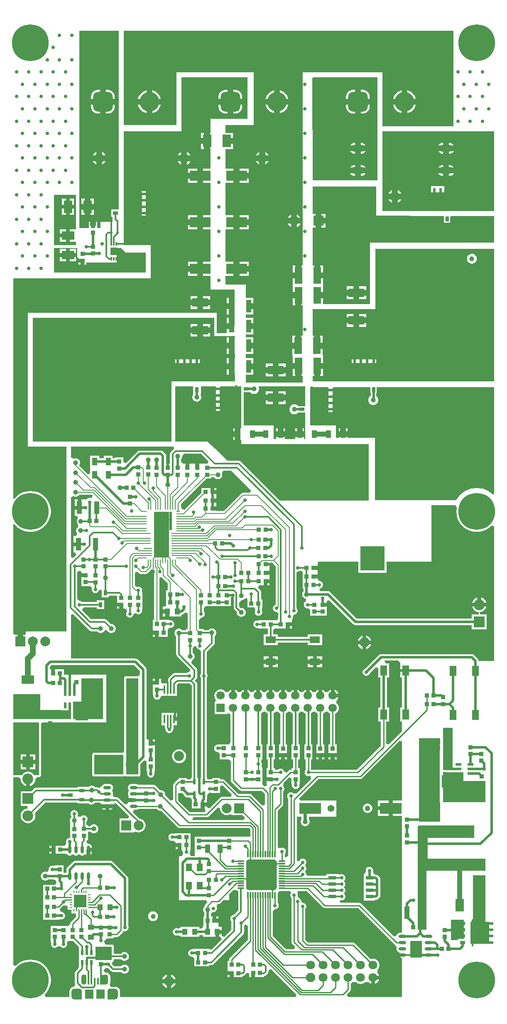
<source format=gtl>
G04 Layer_Physical_Order=1*
G04 Layer_Color=255*
%FSLAX44Y44*%
%MOMM*%
G71*
G01*
G75*
%ADD10C,1.0000*%
%ADD11R,0.8500X0.8500*%
%ADD12R,0.4000X1.7500*%
%ADD13R,0.8500X0.8500*%
%ADD14R,1.1000X1.8000*%
%ADD15R,2.5000X1.7000*%
%ADD16R,4.5000X2.3000*%
%ADD17R,1.5000X0.8000*%
G04:AMPARAMS|DCode=18|XSize=1.55mm|YSize=0.6mm|CornerRadius=0.3mm|HoleSize=0mm|Usage=FLASHONLY|Rotation=0.000|XOffset=0mm|YOffset=0mm|HoleType=Round|Shape=RoundedRectangle|*
%AMROUNDEDRECTD18*
21,1,1.5500,0.0000,0,0,0.0*
21,1,0.9500,0.6000,0,0,0.0*
1,1,0.6000,0.4750,0.0000*
1,1,0.6000,-0.4750,0.0000*
1,1,0.6000,-0.4750,0.0000*
1,1,0.6000,0.4750,0.0000*
%
%ADD18ROUNDEDRECTD18*%
%ADD19R,1.1000X2.6000*%
%ADD20R,1.0000X0.6000*%
%ADD21R,1.0000X0.7500*%
%ADD22R,1.7000X2.5000*%
%ADD23R,3.2000X2.0000*%
%ADD24R,1.2500X0.6000*%
%ADD25R,1.2500X1.6000*%
%ADD26R,0.3500X1.3500*%
%ADD27R,0.4000X1.3500*%
%ADD28R,1.8034X1.9050*%
%ADD29R,0.7000X1.0000*%
%ADD30R,0.7500X1.0000*%
%ADD31R,0.6000X1.0000*%
%ADD32R,0.5500X1.0000*%
%ADD33R,1.0000X0.7000*%
%ADD34R,0.5000X0.4000*%
%ADD35R,1.0000X1.5000*%
%ADD36R,1.4000X2.1000*%
%ADD37R,1.0000X1.2500*%
%ADD38R,3.2000X1.8000*%
%ADD39R,1.0000X1.6000*%
%ADD40R,2.0000X3.2000*%
%ADD41R,5.0000X5.0000*%
%ADD42R,2.5000X2.5000*%
%ADD43R,0.6000X0.2800*%
%ADD44R,0.2800X0.6000*%
G04:AMPARAMS|DCode=45|XSize=1.55mm|YSize=0.6mm|CornerRadius=0.3mm|HoleSize=0mm|Usage=FLASHONLY|Rotation=90.000|XOffset=0mm|YOffset=0mm|HoleType=Round|Shape=RoundedRectangle|*
%AMROUNDEDRECTD45*
21,1,1.5500,0.0000,0,0,90.0*
21,1,0.9500,0.6000,0,0,90.0*
1,1,0.6000,0.0000,0.4750*
1,1,0.6000,0.0000,-0.4750*
1,1,0.6000,0.0000,-0.4750*
1,1,0.6000,0.0000,0.4750*
%
%ADD45ROUNDEDRECTD45*%
%ADD46O,0.3000X1.4000*%
%ADD47O,1.4000X0.3000*%
%ADD48R,0.6000X1.2500*%
%ADD49R,1.3500X1.6500*%
%ADD50R,0.3000X0.8000*%
%ADD51R,0.7000X0.2500*%
%ADD52R,1.8000X0.2500*%
%ADD53R,0.2500X0.7000*%
%ADD54R,1.5000X0.2500*%
%ADD55R,3.1500X9.3800*%
%ADD56R,0.5000X3.8300*%
%ADD57R,1.2500X1.0000*%
%ADD58R,2.6000X1.1000*%
%ADD59R,1.5000X3.3500*%
%ADD60R,4.2000X2.1000*%
%ADD61R,2.1000X1.4000*%
%ADD62R,1.0000X0.4000*%
%ADD63C,0.5000*%
%ADD64C,0.2500*%
%ADD65C,0.3000*%
%ADD66C,0.6500*%
%ADD67C,1.0000*%
%ADD68C,0.2000*%
%ADD69C,0.3500*%
%ADD70C,0.4000*%
%ADD71C,1.2000*%
%ADD72R,2.3000X0.4000*%
%ADD73R,2.4000X3.4000*%
%ADD74C,2.0320*%
%ADD75R,2.0000X2.0000*%
%ADD76C,2.0000*%
%ADD77C,1.4000*%
%ADD78C,1.1000*%
%ADD79C,2.2000*%
%ADD80R,2.2000X2.2000*%
%ADD81C,4.0000*%
G04:AMPARAMS|DCode=82|XSize=4mm|YSize=4mm|CornerRadius=1mm|HoleSize=0mm|Usage=FLASHONLY|Rotation=180.000|XOffset=0mm|YOffset=0mm|HoleType=Round|Shape=RoundedRectangle|*
%AMROUNDEDRECTD82*
21,1,4.0000,2.0000,0,0,180.0*
21,1,2.0000,4.0000,0,0,180.0*
1,1,2.0000,-1.0000,1.0000*
1,1,2.0000,1.0000,1.0000*
1,1,2.0000,1.0000,-1.0000*
1,1,2.0000,-1.0000,-1.0000*
%
%ADD82ROUNDEDRECTD82*%
%ADD83O,1.2000X2.2000*%
%ADD84O,1.1000X2.1000*%
%ADD85C,1.7000*%
%ADD86R,1.7000X1.7000*%
%ADD87O,2.7000X1.4000*%
%ADD88C,1.8000*%
%ADD89P,1.9483X8X22.5*%
%ADD90C,7.5000*%
%ADD91C,0.7000*%
%ADD92C,1.2000*%
G36*
X-30000Y289000D02*
X-53586Y289000D01*
X-55000Y290414D01*
X-55000Y485000D01*
X-30000Y485000D01*
X-30000Y289000D01*
D02*
G37*
G36*
X-232500Y393000D02*
Y287500D01*
X-242108D01*
X-244302Y290358D01*
X-247435Y292763D01*
X-251084Y294274D01*
X-255000Y294790D01*
X-258916Y294274D01*
X-262565Y292763D01*
X-265698Y290358D01*
X-267891Y287500D01*
X-285000D01*
X-285000Y395000D01*
X-232500D01*
X-232500Y393000D01*
D02*
G37*
G36*
X88435Y548074D02*
X90093Y545593D01*
X92574Y543935D01*
X93502Y543751D01*
X96408Y541599D01*
X97892Y538731D01*
Y495107D01*
X96435Y492926D01*
X95853Y490000D01*
X96435Y487074D01*
X97892Y484893D01*
Y282500D01*
X90108D01*
Y473000D01*
X89681Y475146D01*
X88465Y476965D01*
X85181Y480250D01*
X88465Y483535D01*
X89681Y485354D01*
X90108Y487500D01*
Y502000D01*
X89681Y504146D01*
X88465Y505965D01*
X78173Y516257D01*
X78800Y520191D01*
X79592Y521910D01*
X81989Y523511D01*
X83978Y526488D01*
X84676Y530000D01*
X83978Y533512D01*
X81989Y536489D01*
X81108Y537077D01*
Y545893D01*
X82565Y548074D01*
X82951Y550015D01*
X88049D01*
X88435Y548074D01*
D02*
G37*
G36*
X-61000Y289000D02*
X-120000D01*
Y329000D01*
X-61000D01*
Y289000D01*
D02*
G37*
G36*
X-155000Y1342000D02*
X-152250D01*
Y1341750D01*
Y1340000D01*
X-144000D01*
Y1336000D01*
X-140000D01*
Y1327750D01*
X-135750D01*
Y1332092D01*
X-90500D01*
Y1332046D01*
X-74500D01*
Y1348046D01*
X-76500D01*
Y1361954D01*
X-69500D01*
Y1362000D01*
X-65000D01*
X-56030Y1352934D01*
X-15000D01*
Y1312000D01*
X-202000D01*
X-202000Y1330697D01*
Y1362000D01*
X-155000D01*
Y1342000D01*
D02*
G37*
G36*
X610500Y298875D02*
X609086Y297461D01*
X597852Y297461D01*
X596354Y297759D01*
X596340Y297768D01*
X595946Y297846D01*
X595575Y298000D01*
X595174Y298000D01*
X594780Y298078D01*
X591500Y298078D01*
X591500Y300079D01*
Y384000D01*
X610500D01*
Y298875D01*
D02*
G37*
G36*
X254982Y416431D02*
X255785Y415385D01*
X258396Y413381D01*
X259647Y412863D01*
Y350250D01*
X256750D01*
Y333750D01*
Y332000D01*
X265000D01*
X273250D01*
Y333750D01*
Y350250D01*
X270353D01*
Y413112D01*
X271004Y413381D01*
X273615Y415385D01*
X274418Y416431D01*
X275595Y416818D01*
X279205D01*
X280382Y416431D01*
X281185Y415385D01*
X283796Y413381D01*
X285172Y412811D01*
Y350527D01*
X282530D01*
Y334027D01*
Y320027D01*
X285427D01*
Y301527D01*
X282530D01*
Y298630D01*
X280277D01*
X278229Y298223D01*
X276492Y297062D01*
X272369Y292939D01*
X272258Y292940D01*
X267267Y294908D01*
X267065Y295926D01*
X265407Y298407D01*
X262926Y300065D01*
X260000Y300647D01*
X257074Y300065D01*
X254593Y298407D01*
X254556Y298353D01*
X248230D01*
Y301527D01*
X245588D01*
Y320027D01*
X248230D01*
Y334027D01*
Y350527D01*
X245588D01*
Y413374D01*
X245604Y413381D01*
X248215Y415385D01*
X249018Y416431D01*
X250196Y416818D01*
X253804D01*
X254982Y416431D01*
D02*
G37*
G36*
X310000Y1080000D02*
X310000Y1039250D01*
X296000D01*
X296000Y1039250D01*
Y1039250D01*
X295491Y1039868D01*
X295210Y1040210D01*
X294651Y1040583D01*
X291902Y1042420D01*
X288000Y1043196D01*
X284098Y1042420D01*
X280790Y1040210D01*
X278580Y1036902D01*
X277804Y1033000D01*
X278580Y1029098D01*
X280790Y1025790D01*
X284098Y1023580D01*
X288000Y1022804D01*
X291902Y1023580D01*
X294099Y1025048D01*
X294573Y1025365D01*
X294574Y1025366D01*
X295210Y1025790D01*
X295575Y1026338D01*
X297400Y1026750D01*
X310000D01*
X310000Y972500D01*
X307984D01*
Y976500D01*
X298984D01*
X289984D01*
Y972500D01*
X269000D01*
Y976500D01*
X260000D01*
X251000D01*
Y972500D01*
X246068D01*
Y1000000D01*
X185098Y1000000D01*
X185098Y1068250D01*
X195850D01*
X197062Y1068250D01*
X198742Y1067341D01*
X198790Y1067290D01*
X200402Y1066213D01*
X202098Y1065080D01*
X206000Y1064304D01*
X209902Y1065080D01*
X213210Y1067290D01*
X215420Y1070598D01*
X216196Y1074500D01*
X215500Y1078000D01*
X216574Y1080000D01*
X310000Y1080000D01*
D02*
G37*
G36*
X325250Y1078500D02*
X356414D01*
X358000Y1077500D01*
X358000Y1076500D01*
X358000Y1027500D01*
X366000Y1027500D01*
X366000Y1076500D01*
X367586Y1078500D01*
X443250D01*
Y1066000D01*
X444088D01*
Y1060745D01*
X441790Y1059210D01*
X439580Y1055902D01*
X438804Y1052000D01*
X439580Y1048098D01*
X441790Y1044790D01*
X445098Y1042580D01*
X449000Y1041804D01*
X452902Y1042580D01*
X456210Y1044790D01*
X458420Y1048098D01*
X459196Y1052000D01*
X458420Y1055902D01*
X456210Y1059210D01*
X454912Y1060077D01*
Y1066000D01*
X455750D01*
Y1078500D01*
X695000Y1078500D01*
X695000Y860537D01*
X693000Y859551D01*
X683955Y866491D01*
X672400Y871277D01*
X660000Y872910D01*
X647600Y871277D01*
X636045Y866491D01*
X626123Y858877D01*
X618509Y848955D01*
X618113Y848000D01*
X452500Y848000D01*
Y975000D01*
X396484D01*
Y976500D01*
X387484D01*
X378484D01*
Y975000D01*
X372500D01*
Y1000000D01*
X320000D01*
Y1030000D01*
X320000D01*
Y1075000D01*
X320000D01*
Y1078500D01*
X322250D01*
Y1080000D01*
X325250D01*
Y1078500D01*
D02*
G37*
G36*
X455000Y1487500D02*
Y1427500D01*
X593250Y1427209D01*
Y1413500D01*
X605750D01*
Y1425767D01*
X607166Y1427180D01*
X695000Y1426995D01*
Y1372500D01*
X442500D01*
X442500Y1247500D01*
X346250Y1247500D01*
Y1259750D01*
X334750D01*
Y1271750D01*
X346250D01*
Y1285000D01*
Y1299750D01*
X334750D01*
Y1305750D01*
X328750D01*
Y1326500D01*
X325000D01*
X325000Y1403500D01*
X331500D01*
Y1417500D01*
Y1431500D01*
X325000D01*
X325000Y1487500D01*
X455000Y1487500D01*
D02*
G37*
G36*
X594780Y294000D02*
X594964Y293877D01*
X597500Y293373D01*
X612250D01*
Y293000D01*
X632500D01*
X632500Y275969D01*
X677500Y275969D01*
X677500Y232500D01*
X591500Y232500D01*
X591500Y294000D01*
X594780Y294000D01*
D02*
G37*
G36*
X305782Y416431D02*
X306585Y415385D01*
X309196Y413381D01*
X311051Y412613D01*
Y350527D01*
X308408D01*
Y334027D01*
Y320027D01*
X311306D01*
Y298444D01*
X311251Y298407D01*
X309594Y295926D01*
X309011Y293000D01*
X309594Y290074D01*
X311251Y287593D01*
X313732Y285935D01*
X316658Y285353D01*
X319585Y285935D01*
X320826Y285467D01*
X322080Y279650D01*
X292373Y249943D01*
X286407Y250406D01*
X283926Y252064D01*
X281000Y252646D01*
X278073Y252064D01*
X275592Y250406D01*
X273935Y247926D01*
X273353Y244999D01*
X273935Y242073D01*
X275592Y239592D01*
X275647Y239556D01*
Y123010D01*
X270647Y120203D01*
X268443Y121548D01*
Y126646D01*
X270065Y129074D01*
X270647Y132000D01*
X270065Y134926D01*
X268407Y137407D01*
X265926Y139065D01*
X263000Y139647D01*
X260074Y139065D01*
X258943Y138309D01*
X254513Y140037D01*
X253943Y140524D01*
Y215373D01*
X263785Y225215D01*
X264945Y226952D01*
X265353Y229000D01*
Y254556D01*
X265407Y254593D01*
X267065Y257074D01*
X267647Y260000D01*
X267065Y262926D01*
X265407Y265407D01*
X265757Y271187D01*
X277530Y282960D01*
X282530Y280889D01*
Y271027D01*
X282530D01*
X283469Y266416D01*
X283935Y264074D01*
X285593Y261593D01*
X288074Y259935D01*
X291000Y259353D01*
X293926Y259935D01*
X296407Y261593D01*
X298065Y264074D01*
X298647Y267000D01*
X299030Y271027D01*
X299030Y271027D01*
Y285027D01*
Y301527D01*
X296133D01*
Y320027D01*
X299030D01*
Y334027D01*
Y350527D01*
X296388D01*
Y413374D01*
X296404Y413381D01*
X299015Y415385D01*
X299818Y416431D01*
X300996Y416818D01*
X304604D01*
X305782Y416431D01*
D02*
G37*
G36*
X229582D02*
X230385Y415385D01*
X232996Y413381D01*
X234372Y412811D01*
Y350527D01*
X231730D01*
Y334027D01*
Y320027D01*
X234372D01*
Y301527D01*
X231730D01*
Y285027D01*
Y283277D01*
X239980D01*
Y275277D01*
X231730D01*
Y271027D01*
X231730D01*
X231936Y267145D01*
X231952Y266637D01*
X228667Y265252D01*
X227436Y264867D01*
X225823Y265945D01*
X223774Y266353D01*
X223615D01*
X222830Y271027D01*
X222830Y271353D01*
Y285027D01*
Y301527D01*
X222830Y301527D01*
X221280Y306527D01*
X221645Y307074D01*
X222227Y310000D01*
X221645Y312926D01*
X220241Y315027D01*
X221387Y320027D01*
X222830D01*
Y334027D01*
Y350527D01*
X220188D01*
Y413374D01*
X220204Y413381D01*
X222815Y415385D01*
X223618Y416431D01*
X224795Y416818D01*
X228405D01*
X229582Y416431D01*
D02*
G37*
G36*
X160458Y247972D02*
X158544Y243353D01*
X140000D01*
X137952Y242945D01*
X136215Y241785D01*
X114250Y219820D01*
X109250Y221891D01*
Y223992D01*
X105000D01*
Y218512D01*
X106860Y214742D01*
X105028Y212353D01*
X75217D01*
X51353Y236217D01*
Y246614D01*
X52139Y251288D01*
X59266D01*
X63209Y247346D01*
X63362Y246574D01*
X65020Y244093D01*
X67501Y242435D01*
X70427Y241853D01*
X72500Y242265D01*
X77208Y240603D01*
X78750Y236242D01*
X78750Y236242D01*
X78750Y236242D01*
Y219742D01*
X97000D01*
Y227992D01*
X101000D01*
Y231992D01*
X109250D01*
Y236242D01*
X109250Y236242D01*
X110500Y240500D01*
X110500D01*
X110500Y240724D01*
Y248055D01*
X115389Y251717D01*
X120139Y251288D01*
Y251288D01*
X136639D01*
Y264819D01*
X137637Y265588D01*
X141639Y266791D01*
X160458Y247972D01*
D02*
G37*
G36*
X-123679Y857969D02*
X-125015Y852234D01*
X-125683Y852007D01*
X-129000Y852666D01*
X-132317Y852007D01*
X-135128Y850128D01*
X-135518Y849544D01*
X-140500Y849500D01*
X-141282Y849500D01*
X-146000D01*
Y832500D01*
X-150000D01*
Y828500D01*
X-159500D01*
Y815500D01*
X-154785D01*
X-153268Y810500D01*
X-153407Y810407D01*
X-155065Y807926D01*
X-155647Y805000D01*
X-155065Y802074D01*
X-153407Y799593D01*
X-152789Y799180D01*
X-152547Y798287D01*
X-152822Y793602D01*
X-154489Y792489D01*
X-156478Y789512D01*
X-157176Y786000D01*
X-156478Y782488D01*
X-154815Y780000D01*
X-155377Y777729D01*
X-156737Y775000D01*
X-162000D01*
Y762000D01*
X-152500D01*
Y754000D01*
X-162000D01*
Y741000D01*
X-158463D01*
X-156550Y736381D01*
X-162881Y730050D01*
X-167500Y731963D01*
X-167500Y853704D01*
X-162500Y856183D01*
X-161512Y855522D01*
X-158000Y854824D01*
X-154488Y855522D01*
X-151511Y857511D01*
X-150582Y858902D01*
X-124612D01*
X-123679Y857969D01*
D02*
G37*
G36*
X-157500Y1400000D02*
X-169700D01*
Y1387500D01*
Y1375000D01*
X-157500D01*
Y1367500D01*
X-201969D01*
Y1470506D01*
X-157500D01*
Y1400000D01*
D02*
G37*
G36*
X199783Y867717D02*
X197869Y863098D01*
X183590D01*
X181639Y862710D01*
X179985Y861605D01*
X144103Y825723D01*
X129250D01*
Y827000D01*
X121000D01*
Y835000D01*
X129250D01*
Y838750D01*
X129250D01*
Y843000D01*
X121000D01*
Y851000D01*
X129250D01*
Y855250D01*
X129250Y855250D01*
Y856250D01*
X129250D01*
X129250Y860250D01*
Y860500D01*
X121000D01*
Y864500D01*
X117000D01*
Y872750D01*
X98750D01*
Y863460D01*
X64000Y828709D01*
X59000Y830250D01*
X56598Y834255D01*
Y839388D01*
X108960Y891750D01*
X118250D01*
Y894902D01*
X124582D01*
X125511Y893511D01*
X128488Y891522D01*
X132000Y890824D01*
X135512Y891522D01*
X138489Y893511D01*
X140478Y896488D01*
X141176Y900000D01*
X140501Y903392D01*
X140480Y903515D01*
X143230Y908392D01*
X159108D01*
X199783Y867717D01*
D02*
G37*
G36*
X619379Y833573D02*
X618884Y831512D01*
X618372Y825000D01*
X618884Y818488D01*
X620409Y812136D01*
X622909Y806101D01*
X626322Y800531D01*
X630564Y795564D01*
X635532Y791322D01*
X641101Y787909D01*
X647136Y785409D01*
X653488Y783884D01*
X660000Y783372D01*
X666512Y783884D01*
X672864Y785409D01*
X678899Y787909D01*
X684469Y791322D01*
X689436Y795564D01*
X690000Y796225D01*
X695000Y794380D01*
X695000Y520000D01*
X663627Y520000D01*
Y520500D01*
X663123Y523036D01*
X661686Y525186D01*
X654686Y532186D01*
X652536Y533623D01*
X650000Y534127D01*
X465000D01*
X462464Y533623D01*
X460314Y532186D01*
X432846Y504719D01*
X432074Y504565D01*
X429593Y502907D01*
X427935Y500426D01*
X427353Y497500D01*
X427935Y494574D01*
X429593Y492093D01*
X432074Y490435D01*
X435000Y489853D01*
X437926Y490435D01*
X440407Y492093D01*
X442065Y494574D01*
X442219Y495346D01*
X454381Y507508D01*
X459000Y505595D01*
Y486500D01*
X463373D01*
Y425500D01*
X459000D01*
Y396500D01*
X464647D01*
Y347217D01*
X415783Y298353D01*
X322102D01*
X322066Y298407D01*
X322011Y298444D01*
Y320027D01*
X324908D01*
Y334027D01*
Y350527D01*
X322266D01*
Y413736D01*
X324415Y415385D01*
X325218Y416431D01*
X326395Y416818D01*
X330005D01*
X331182Y416431D01*
X331985Y415385D01*
X334596Y413381D01*
X335647Y412946D01*
Y350250D01*
X332750D01*
Y333750D01*
Y332000D01*
X341000D01*
X349250D01*
Y333750D01*
Y350250D01*
X346353D01*
Y413029D01*
X347204Y413381D01*
X349815Y415385D01*
X350618Y416431D01*
X351796Y416818D01*
X355405D01*
X356582Y416431D01*
X357385Y415385D01*
X359996Y413381D01*
X360647Y413112D01*
Y350250D01*
X357750D01*
Y333750D01*
Y332000D01*
X366000D01*
X374250D01*
Y333750D01*
Y350250D01*
X371353D01*
Y412863D01*
X372604Y413381D01*
X375215Y415385D01*
X377219Y417996D01*
X378478Y421037D01*
X378908Y424300D01*
X378478Y427563D01*
X377219Y430604D01*
X375215Y433215D01*
X374169Y434018D01*
X373782Y435196D01*
Y438805D01*
X374169Y439982D01*
X375215Y440785D01*
X377219Y443396D01*
X378173Y445700D01*
X366300D01*
Y449700D01*
X362300D01*
Y461573D01*
X359996Y460619D01*
X357385Y458615D01*
X356582Y457569D01*
X355405Y457182D01*
X351796D01*
X350618Y457569D01*
X349815Y458615D01*
X347204Y460619D01*
X344900Y461573D01*
Y449700D01*
X336900D01*
Y461573D01*
X334596Y460619D01*
X331985Y458615D01*
X331182Y457569D01*
X330005Y457182D01*
X326395D01*
X325218Y457569D01*
X324415Y458615D01*
X321804Y460619D01*
X319500Y461573D01*
Y449700D01*
X311500D01*
Y461573D01*
X309196Y460619D01*
X306585Y458615D01*
X305782Y457569D01*
X304604Y457182D01*
X300996D01*
X299818Y457569D01*
X299015Y458615D01*
X296404Y460619D01*
X294100Y461573D01*
Y449700D01*
X286100D01*
Y461573D01*
X283796Y460619D01*
X281185Y458615D01*
X280382Y457569D01*
X279205Y457182D01*
X275595D01*
X274418Y457569D01*
X273615Y458615D01*
X271004Y460619D01*
X268700Y461573D01*
Y449700D01*
X260700D01*
Y461573D01*
X258396Y460619D01*
X255785Y458615D01*
X254982Y457569D01*
X253804Y457182D01*
X250196D01*
X249018Y457569D01*
X248215Y458615D01*
X245604Y460619D01*
X243300Y461573D01*
Y449700D01*
X235300D01*
Y461573D01*
X232996Y460619D01*
X230385Y458615D01*
X229582Y457569D01*
X228405Y457182D01*
X224795D01*
X223618Y457569D01*
X222815Y458615D01*
X220204Y460619D01*
X217900Y461573D01*
Y449700D01*
X209900D01*
Y461573D01*
X207596Y460619D01*
X204985Y458615D01*
X204182Y457569D01*
X203004Y457182D01*
X199396D01*
X198218Y457569D01*
X197415Y458615D01*
X194804Y460619D01*
X192500Y461573D01*
Y449700D01*
X184500D01*
Y461573D01*
X182196Y460619D01*
X179585Y458615D01*
X178782Y457569D01*
X177605Y457182D01*
X173995D01*
X172818Y457569D01*
X172015Y458615D01*
X169404Y460619D01*
X167100Y461573D01*
Y449700D01*
X159100D01*
Y461573D01*
X156796Y460619D01*
X154185Y458615D01*
X153382Y457569D01*
X152205Y457182D01*
X148596D01*
X147418Y457569D01*
X146615Y458615D01*
X144004Y460619D01*
X140963Y461878D01*
X137700Y462308D01*
X134437Y461878D01*
X131396Y460619D01*
X128785Y458615D01*
X126781Y456004D01*
X125522Y452963D01*
X125092Y449700D01*
X125522Y446437D01*
X126781Y443396D01*
X128006Y441800D01*
X126925Y438331D01*
X125765Y436800D01*
X125200D01*
Y411800D01*
X150200D01*
Y411800D01*
X154758Y413432D01*
X158172Y411070D01*
Y354433D01*
X155530Y350527D01*
X152408D01*
Y350527D01*
X135908D01*
Y350527D01*
X132000Y349924D01*
X131222Y349770D01*
X129074Y349342D01*
X126593Y347685D01*
X124935Y345204D01*
X124353Y342277D01*
X124935Y339351D01*
X126593Y336870D01*
X129074Y335213D01*
X132000Y334631D01*
X135908Y330313D01*
Y320027D01*
X152408D01*
Y320027D01*
X153427D01*
X158427Y316227D01*
Y277220D01*
X158834Y275172D01*
X159995Y273435D01*
X176215Y257215D01*
X177952Y256055D01*
X180000Y255647D01*
X221557D01*
X228237Y248967D01*
Y227404D01*
X223237Y225333D01*
X200785Y247785D01*
X199048Y248945D01*
X197000Y249353D01*
X174217D01*
X146247Y277323D01*
X144510Y278484D01*
X142462Y278891D01*
X136639D01*
Y281789D01*
X120139D01*
Y279108D01*
X110500D01*
Y282500D01*
X109108D01*
Y484893D01*
X110565Y487074D01*
X111147Y490000D01*
X110565Y492926D01*
X109108Y495107D01*
Y538177D01*
X123965Y553035D01*
X125181Y554854D01*
X125608Y557000D01*
Y570423D01*
X126489Y571011D01*
X128478Y573988D01*
X129176Y577500D01*
X128478Y581012D01*
X126489Y583989D01*
X123512Y585978D01*
X120000Y586676D01*
X116488Y585978D01*
X113511Y583989D01*
X112923Y583108D01*
X103750D01*
Y585250D01*
X94460D01*
X93784Y585925D01*
Y604241D01*
X98000Y608353D01*
X100926Y608935D01*
X103407Y610593D01*
X105065Y613074D01*
X105647Y616000D01*
X105065Y618926D01*
X103608Y621107D01*
Y628472D01*
X107250Y631750D01*
X123750D01*
Y631750D01*
X124750D01*
Y631750D01*
X141250D01*
Y631750D01*
X142250Y631750D01*
Y631750D01*
X158750D01*
Y645750D01*
Y649800D01*
X163750Y652417D01*
X164392Y651971D01*
Y629000D01*
X164819Y626854D01*
X166035Y625035D01*
X171030Y620039D01*
X170824Y619000D01*
X171522Y615488D01*
X173511Y612511D01*
X176488Y610522D01*
X180000Y609824D01*
X183512Y610522D01*
X186489Y612511D01*
X188478Y615488D01*
X189176Y619000D01*
X188478Y622512D01*
X186489Y625489D01*
X183512Y627478D01*
X180000Y628176D01*
X178961Y627970D01*
X175608Y631323D01*
Y639599D01*
X180000Y643824D01*
X183512Y644522D01*
X186489Y646511D01*
X186831Y647023D01*
X191511Y648176D01*
X192250Y645750D01*
X192250D01*
Y629250D01*
X207278D01*
X208820Y624250D01*
X207935Y622926D01*
X207353Y620000D01*
X207935Y617074D01*
X209593Y614593D01*
X212074Y612935D01*
X215000Y612353D01*
X217926Y612935D01*
X220407Y614593D01*
X222065Y617074D01*
X222647Y620000D01*
X222065Y622926D01*
X221180Y624250D01*
X222722Y629250D01*
X222750D01*
Y645750D01*
X220108D01*
Y660750D01*
X219681Y662896D01*
X218465Y664715D01*
X213931Y669250D01*
X216002Y674250D01*
X225500D01*
Y682500D01*
X229500D01*
Y686500D01*
X237750D01*
Y690750D01*
X237750D01*
Y691750D01*
X237750D01*
Y696000D01*
X229500D01*
Y704000D01*
X237750D01*
Y708250D01*
X237750D01*
Y709250D01*
X237750D01*
Y719902D01*
X243388D01*
X249902Y713388D01*
Y634730D01*
X249074Y634565D01*
X246593Y632907D01*
X244935Y630426D01*
X244353Y627500D01*
X244935Y624574D01*
X246593Y622093D01*
X249074Y620435D01*
X252000Y619853D01*
X254892Y617479D01*
Y607156D01*
X252250Y603250D01*
X247750D01*
Y603250D01*
X217250D01*
X217250Y603250D01*
X212250Y602597D01*
X212000Y602647D01*
X209074Y602065D01*
X206593Y600407D01*
X204935Y597926D01*
X204353Y595000D01*
X204935Y592074D01*
X206593Y589593D01*
X209074Y587935D01*
X212000Y587353D01*
X212250Y587403D01*
X217250Y586750D01*
Y586750D01*
X233892D01*
Y574500D01*
X225500D01*
Y552500D01*
X254500D01*
Y557892D01*
X315500D01*
Y552500D01*
X344500D01*
Y574500D01*
X315500D01*
Y569108D01*
X254500D01*
Y574500D01*
X245108D01*
Y582844D01*
X247750Y586750D01*
X252250D01*
Y586750D01*
X270500D01*
Y595000D01*
X274500D01*
Y599000D01*
X282750D01*
Y602147D01*
X282750D01*
X282750Y603151D01*
X284618Y607378D01*
X284655Y607461D01*
X285065Y608074D01*
X285647Y611000D01*
X286879Y614509D01*
X289492Y615349D01*
X289926Y615435D01*
X292407Y617093D01*
X294065Y619574D01*
X294647Y622500D01*
X294065Y625426D01*
X292608Y627607D01*
Y700390D01*
X295000Y702353D01*
X297926Y702935D01*
X299750Y704154D01*
X302180Y703606D01*
X304750Y700750D01*
Y684250D01*
X304750D01*
Y683750D01*
X304750D01*
Y667250D01*
X306373D01*
Y662281D01*
X304522Y659512D01*
X303824Y656000D01*
X304522Y652488D01*
X306511Y649511D01*
X309488Y647522D01*
X311684Y647085D01*
X312020Y642754D01*
X311895Y641945D01*
X309593Y640407D01*
X307935Y637926D01*
X307353Y635000D01*
X307935Y632074D01*
X309593Y629593D01*
X312074Y627935D01*
X315000Y627353D01*
X315750Y627502D01*
X316302Y627419D01*
X320142Y624697D01*
X320750Y623808D01*
Y612750D01*
X337250D01*
Y612750D01*
X337750D01*
Y612750D01*
X354250D01*
Y626750D01*
Y631000D01*
X346000D01*
Y639000D01*
X354250D01*
Y641806D01*
X358806Y644321D01*
X407814Y595314D01*
X409964Y593877D01*
X412500Y593373D01*
X650000D01*
Y585000D01*
X680000D01*
Y615000D01*
X666311D01*
X665983Y620000D01*
X668916Y620386D01*
X672564Y621898D01*
X675698Y624302D01*
X678102Y627435D01*
X679579Y631000D01*
X665000D01*
X650421D01*
X651897Y627435D01*
X654302Y624302D01*
X657435Y621898D01*
X661084Y620386D01*
X664017Y620000D01*
X663689Y615000D01*
X650000D01*
Y606627D01*
X415245D01*
X361186Y660686D01*
X359036Y662123D01*
X356500Y662627D01*
X340621D01*
X338669Y667627D01*
X338804Y667821D01*
X339000Y667853D01*
X341926Y668435D01*
X344407Y670093D01*
X346065Y672574D01*
X346647Y675500D01*
X346065Y678426D01*
X344407Y680907D01*
X341926Y682565D01*
X339733Y683001D01*
X338934Y683224D01*
X335250Y687499D01*
Y688500D01*
X327000D01*
Y696500D01*
X335250D01*
Y700750D01*
X335250D01*
Y701750D01*
X335250D01*
Y706000D01*
X327000D01*
Y714000D01*
X335250D01*
Y717500D01*
X337061Y722500D01*
X418500Y722500D01*
Y700000D01*
X476500D01*
Y722500D01*
X567500Y722500D01*
X567500Y837500D01*
X616284D01*
X619379Y833573D01*
D02*
G37*
G36*
X695000Y1437500D02*
X602500D01*
Y1437500D01*
X557500D01*
D01*
X467500D01*
Y1600000D01*
X695000Y1600000D01*
X695000Y1437500D01*
D02*
G37*
G36*
X-70000Y1805000D02*
X-70000Y1440750D01*
X-85500D01*
Y1425250D01*
X-83000D01*
Y1415000D01*
X-85000Y1415000D01*
X-107500Y1415000D01*
Y1402500D01*
X-114250D01*
Y1415250D01*
X-116500D01*
Y1407000D01*
X-128500D01*
Y1415250D01*
X-130750D01*
Y1402500D01*
X-150000Y1402500D01*
X-150000Y1805000D01*
X-70000Y1805000D01*
D02*
G37*
G36*
X2402Y703537D02*
Y603750D01*
X-750D01*
Y587250D01*
X-750D01*
Y586250D01*
X-750D01*
Y582000D01*
X7500D01*
Y578000D01*
X11500D01*
Y569750D01*
X29750D01*
Y584308D01*
X30449Y585329D01*
X33538Y587820D01*
X34750Y588002D01*
X35500Y587853D01*
X38426Y588435D01*
X40907Y590093D01*
X42565Y592574D01*
X43147Y595500D01*
X42565Y598426D01*
X40907Y600907D01*
X38426Y602565D01*
X35500Y603147D01*
X34750Y602998D01*
X29750Y603750D01*
Y603750D01*
X12598D01*
Y689575D01*
X16730Y691143D01*
X17598Y691192D01*
X29902Y678888D01*
Y664250D01*
X26750D01*
Y647750D01*
Y636250D01*
X26750Y631750D01*
X21957Y631250D01*
X20000D01*
Y625000D01*
X29000D01*
Y621000D01*
X33000D01*
Y610750D01*
X35000D01*
X38000Y610750D01*
X43000Y610750D01*
X58000D01*
Y614463D01*
X60083Y614877D01*
X62233Y616314D01*
X65402Y619483D01*
X70402Y617412D01*
Y585250D01*
X67250D01*
Y582608D01*
X59577D01*
X58989Y583489D01*
X56012Y585478D01*
X52500Y586176D01*
X48988Y585478D01*
X46011Y583489D01*
X44022Y580512D01*
X43324Y577000D01*
X44022Y573488D01*
X46011Y570511D01*
X46892Y569923D01*
Y534000D01*
X47319Y531854D01*
X48535Y530035D01*
X76278Y502292D01*
X74263Y498184D01*
X73876Y497622D01*
X71074Y497065D01*
X68893Y495608D01*
X44000D01*
X41854Y495181D01*
X40035Y493965D01*
X32285Y486215D01*
X31069Y484396D01*
X30642Y482250D01*
Y474758D01*
X17250D01*
X16250Y479344D01*
Y484250D01*
X12000D01*
Y476000D01*
X8000D01*
Y472000D01*
X-250D01*
Y467750D01*
Y453750D01*
X-250Y453750D01*
X353Y449000D01*
X935Y446074D01*
X2593Y443593D01*
X5074Y441935D01*
X8000Y441353D01*
X10926Y441935D01*
X13407Y443593D01*
X14588Y445360D01*
X17129Y449080D01*
X20408Y449258D01*
X29250D01*
Y462008D01*
X30249D01*
Y449258D01*
X48750D01*
Y471819D01*
X51323Y474392D01*
X75177D01*
X78892Y470677D01*
Y282500D01*
X77500D01*
Y279146D01*
X68639D01*
Y281789D01*
X52139D01*
Y278812D01*
X50490Y278484D01*
X48753Y277323D01*
X42215Y270785D01*
X41055Y269048D01*
X40647Y267000D01*
Y237670D01*
X35647Y235599D01*
X24586Y246660D01*
X24852Y248000D01*
X24154Y251512D01*
X22164Y254489D01*
X19188Y256478D01*
X15676Y257176D01*
X14336Y256910D01*
X5235Y266011D01*
X3498Y267171D01*
X1450Y267579D01*
X-30161D01*
X-32019Y268820D01*
X-34750Y269363D01*
X-44250D01*
X-46981Y268820D01*
X-49297Y267272D01*
X-50844Y264957D01*
X-51387Y262226D01*
X-50844Y259495D01*
X-49707Y255876D01*
X-50844Y252257D01*
X-51387Y249526D01*
X-50844Y246795D01*
X-49707Y243176D01*
X-50445Y240826D01*
X-39500D01*
Y232826D01*
X-50445D01*
X-50363Y232564D01*
X-51969Y229356D01*
X-57568Y228498D01*
X-69861Y240791D01*
X-71680Y242007D01*
X-73826Y242434D01*
X-79057D01*
X-81538Y245925D01*
X-82029Y247434D01*
X-81613Y249526D01*
X-82156Y252257D01*
X-83294Y255876D01*
X-82156Y259495D01*
X-81613Y262226D01*
X-82156Y264957D01*
X-83703Y267272D01*
X-86019Y268820D01*
X-88750Y269363D01*
X-98250D01*
X-100981Y268820D01*
X-103297Y267272D01*
X-104844Y264957D01*
X-104850Y264925D01*
X-105460Y264195D01*
X-109713Y261576D01*
X-110242Y261496D01*
X-111000Y261647D01*
X-111023Y261642D01*
X-111906Y262233D01*
X-114052Y262659D01*
X-118072D01*
X-118661Y263540D01*
X-121638Y265529D01*
X-125149Y266228D01*
X-128661Y265529D01*
X-131100Y263900D01*
X-136000Y263660D01*
Y263660D01*
X-154000D01*
Y261768D01*
X-238500D01*
X-240646Y261341D01*
X-242465Y260126D01*
X-247930Y254660D01*
X-270000D01*
Y224660D01*
X-256311D01*
X-255983Y219660D01*
X-258916Y219274D01*
X-262565Y217763D01*
X-265698Y215358D01*
X-268102Y212225D01*
X-269614Y208576D01*
X-270129Y204660D01*
X-269614Y200744D01*
X-268102Y197096D01*
X-265698Y193962D01*
X-262565Y191558D01*
X-258916Y190046D01*
X-255000Y189531D01*
X-251084Y190046D01*
X-247435Y191558D01*
X-244302Y193962D01*
X-241897Y197096D01*
X-240386Y200744D01*
X-239870Y204660D01*
X-240386Y208576D01*
X-241196Y210533D01*
X-220177Y231553D01*
X-154000D01*
Y229660D01*
X-136000D01*
X-136000Y229660D01*
X-131010Y229635D01*
X-129161Y228400D01*
X-125649Y227701D01*
X-122138Y228400D01*
X-119161Y230389D01*
X-118572Y231270D01*
X-107909D01*
X-105725Y228126D01*
X-93500D01*
X-79579D01*
X-78647Y229471D01*
X-74659Y229728D01*
X-48550Y203619D01*
X-50463Y199000D01*
X-68700D01*
Y171000D01*
X-40700D01*
X-40700Y171000D01*
X-35700Y172497D01*
X-32955Y171360D01*
X-29300Y170879D01*
X-25645Y171360D01*
X-22240Y172771D01*
X-19315Y175015D01*
X-17071Y177940D01*
X-15660Y181345D01*
X-15179Y185000D01*
X-15660Y188655D01*
X-17071Y192060D01*
X-19315Y194985D01*
X-22240Y197229D01*
X-25645Y198640D01*
X-28022Y198953D01*
X-41058Y211989D01*
X-38987Y216989D01*
X-34750D01*
X-32019Y217532D01*
X-30161Y218773D01*
X7668D01*
X8511Y217511D01*
X11488Y215522D01*
X15000Y214824D01*
X16340Y215090D01*
X50215Y181215D01*
X51952Y180055D01*
X54000Y179647D01*
X195783D01*
X198237Y177193D01*
Y162250D01*
X84750D01*
Y145750D01*
Y131750D01*
X85000D01*
Y122500D01*
X77093Y122500D01*
X74682Y127500D01*
X75065Y128074D01*
X75647Y131000D01*
X75498Y131750D01*
X76250Y136750D01*
X76250D01*
Y152750D01*
Y169250D01*
X45750D01*
X45750Y169250D01*
X40750Y168299D01*
X39000Y168647D01*
X36074Y168065D01*
X33593Y166407D01*
X31935Y163926D01*
X31353Y161000D01*
X31935Y158074D01*
X33593Y155593D01*
X36074Y153935D01*
X39000Y153353D01*
X40750Y153701D01*
X41564Y153546D01*
X45066Y151361D01*
X45750Y150801D01*
Y149000D01*
X54000D01*
Y145000D01*
X58000D01*
Y135617D01*
X60502Y131750D01*
X60353Y131000D01*
X60935Y128074D01*
X61318Y127500D01*
X58907Y122500D01*
X52500D01*
Y32500D01*
X108397Y32500D01*
X110310Y27881D01*
X107215Y24785D01*
X106055Y23048D01*
X105647Y21000D01*
Y20384D01*
X104511Y19625D01*
X102522Y16648D01*
X101824Y13137D01*
X102522Y9625D01*
X104373Y6855D01*
Y-660D01*
X102797D01*
Y-17160D01*
X102797D01*
X102000Y-21750D01*
X99000Y-25018D01*
X94000Y-24708D01*
Y-21750D01*
X79000D01*
X76000Y-21750D01*
X71000Y-21750D01*
X56000D01*
Y-23671D01*
X51000Y-24984D01*
X50926Y-24935D01*
X48000Y-24353D01*
X45074Y-24935D01*
X42593Y-26593D01*
X40935Y-29074D01*
X40353Y-32000D01*
X40935Y-34926D01*
X42593Y-37407D01*
X45074Y-39065D01*
X48000Y-39647D01*
X50926Y-39065D01*
X51000Y-39016D01*
X56000Y-40329D01*
Y-42250D01*
X71000D01*
X74000Y-42250D01*
X79000Y-42250D01*
X94000D01*
Y-38627D01*
X102000D01*
Y-42250D01*
X117000D01*
X120000Y-42250D01*
X125000Y-42250D01*
X127000D01*
Y-32000D01*
X131000D01*
Y-28000D01*
X140000D01*
Y-21750D01*
X134287D01*
X133297Y-17160D01*
X133297Y-16750D01*
Y-12910D01*
X125047D01*
Y-8910D01*
X121047D01*
Y-660D01*
X117627D01*
Y4712D01*
X117964Y5293D01*
X121918Y8568D01*
X123000Y8353D01*
X125926Y8935D01*
X128407Y10593D01*
X130065Y13074D01*
X130647Y16000D01*
X130065Y18926D01*
X129583Y19647D01*
X131873Y24647D01*
X133000D01*
X135048Y25055D01*
X136785Y26215D01*
X143070Y32500D01*
X155508D01*
X155508Y44938D01*
X163864Y53294D01*
X164163Y53394D01*
X169625Y52988D01*
X171444Y51772D01*
X173482Y51367D01*
Y11413D01*
X164646Y2576D01*
X162074Y2065D01*
X159593Y407D01*
X157935Y-2074D01*
X157353Y-5000D01*
X157935Y-7926D01*
X159392Y-10107D01*
Y-27676D01*
X145000Y-42068D01*
X140000Y-39997D01*
Y-36000D01*
X135000D01*
Y-42250D01*
X137747D01*
X139818Y-47250D01*
X119250Y-67818D01*
X114250Y-66750D01*
Y-66750D01*
X83750D01*
X83750Y-66750D01*
X79000Y-67353D01*
X76074Y-67935D01*
X73593Y-69593D01*
X71935Y-72074D01*
X71353Y-75000D01*
X71935Y-77926D01*
X73593Y-80407D01*
X76074Y-82065D01*
X79000Y-82647D01*
X80507Y-82838D01*
X83742Y-86393D01*
X83750Y-86412D01*
Y-102250D01*
X114250D01*
Y-99608D01*
X119000D01*
X121146Y-99181D01*
X122965Y-97965D01*
X183965Y-36965D01*
X185181Y-35146D01*
X185608Y-33000D01*
Y-19107D01*
X187065Y-16926D01*
X188237Y-16410D01*
X193237Y-19670D01*
Y-48193D01*
X156465Y-84965D01*
X155305Y-86702D01*
X154897Y-88750D01*
Y-90750D01*
X152000D01*
Y-107250D01*
X152000D01*
X152000Y-107750D01*
X152000D01*
Y-112000D01*
X160250D01*
Y-116000D01*
X164250D01*
Y-124250D01*
X182500D01*
Y-121608D01*
X183000D01*
X185146Y-121181D01*
X186965Y-119965D01*
X189965Y-116965D01*
X190750Y-115791D01*
X193275Y-115823D01*
X195750Y-116622D01*
Y-124206D01*
X200000D01*
Y-115956D01*
X208000D01*
Y-124206D01*
X226250D01*
Y-121608D01*
X226750D01*
X228896Y-121181D01*
X230715Y-119965D01*
X233715Y-116965D01*
X234931Y-115146D01*
X235358Y-113000D01*
Y-109461D01*
X239977Y-107547D01*
X292430Y-160000D01*
X290359Y-165000D01*
X-66233D01*
X-67054Y-164000D01*
Y-154000D01*
X-67830Y-150098D01*
X-70040Y-146790D01*
X-73348Y-144580D01*
X-77250Y-143804D01*
X-77841Y-143922D01*
X-86185Y-143922D01*
X-88613Y-138922D01*
X-87801Y-137707D01*
X-87064Y-134000D01*
Y-124000D01*
X-87801Y-120293D01*
X-89901Y-117151D01*
X-93043Y-115051D01*
X-96750Y-114314D01*
X-100137Y-111534D01*
Y-110261D01*
X-97750Y-106250D01*
X-92750Y-105398D01*
X-91854Y-105576D01*
X-85465Y-111965D01*
X-83646Y-113181D01*
X-81500Y-113608D01*
X-65077D01*
X-64489Y-114489D01*
X-61512Y-116478D01*
X-58000Y-117176D01*
X-54488Y-116478D01*
X-51511Y-114489D01*
X-49522Y-111512D01*
X-48824Y-108000D01*
X-49522Y-104488D01*
X-51511Y-101511D01*
X-54488Y-99522D01*
X-58000Y-98824D01*
X-61512Y-99522D01*
X-64489Y-101511D01*
X-65077Y-102392D01*
X-79177D01*
X-83658Y-97912D01*
X-83540Y-96096D01*
X-82718Y-92768D01*
X-81395Y-91884D01*
X-80511Y-90561D01*
X-80200Y-89000D01*
Y-87608D01*
X-65577D01*
X-64989Y-88489D01*
X-62012Y-90478D01*
X-58500Y-91176D01*
X-54988Y-90478D01*
X-52011Y-88489D01*
X-50022Y-85512D01*
X-49324Y-82000D01*
X-50022Y-78488D01*
X-52011Y-75511D01*
X-54988Y-73522D01*
X-58500Y-72824D01*
X-62012Y-73522D01*
X-64989Y-75511D01*
X-65577Y-76392D01*
X-80200D01*
X-80200Y-62000D01*
X-80511Y-60439D01*
X-81395Y-59116D01*
X-82718Y-58232D01*
X-84279Y-57922D01*
X-97290D01*
X-99766Y-52922D01*
X-99435Y-52426D01*
X-98869Y-49580D01*
X-98830Y-49476D01*
X-94764Y-45250D01*
X-80750D01*
Y-42353D01*
X-74000D01*
X-71952Y-41945D01*
X-70215Y-40785D01*
X-61715Y-32285D01*
X-60555Y-30549D01*
X-60461Y-30079D01*
X-60426Y-30065D01*
X-57500Y-30647D01*
X-54574Y-30065D01*
X-52093Y-28407D01*
X-50435Y-25926D01*
X-49853Y-23000D01*
X-50435Y-20074D01*
X-50873Y-19419D01*
Y77204D01*
X-51377Y79741D01*
X-52814Y81890D01*
X-81609Y110686D01*
X-83759Y112123D01*
X-86296Y112627D01*
X-158469D01*
X-161005Y112123D01*
X-163155Y110686D01*
X-174705Y99136D01*
X-176142Y96986D01*
X-176646Y94450D01*
Y88813D01*
X-176783Y88127D01*
X-182219D01*
Y103750D01*
X-198719D01*
X-198719Y103750D01*
X-203719Y102799D01*
X-205469Y103147D01*
X-208395Y102565D01*
X-210876Y100907D01*
X-212534Y98426D01*
X-213116Y95500D01*
X-212712Y93468D01*
X-215059Y91044D01*
X-216737Y90027D01*
X-220000Y90676D01*
X-223512Y89978D01*
X-226489Y87989D01*
X-228478Y85012D01*
X-229176Y81500D01*
X-228478Y77988D01*
X-226489Y75011D01*
X-223512Y73022D01*
X-220000Y72324D01*
X-216488Y73022D01*
X-213719Y74873D01*
X-203047D01*
X-198719Y73250D01*
X-197157Y68897D01*
X-196984Y68297D01*
X-199476Y64250D01*
X-224250D01*
Y47750D01*
X-224250D01*
Y46750D01*
X-224250D01*
Y30250D01*
X-224250D01*
X-224219Y27250D01*
X-224219D01*
Y10750D01*
X-224219D01*
X-224250Y9250D01*
X-224250D01*
X-224250Y5763D01*
Y-7250D01*
X-193750D01*
X-193750Y-7250D01*
X-188750Y-6299D01*
X-187000Y-6647D01*
X-184074Y-6065D01*
X-181593Y-4407D01*
X-179935Y-1926D01*
X-179353Y1000D01*
X-179935Y3926D01*
X-181593Y6407D01*
X-184074Y8065D01*
X-186845Y8616D01*
X-187115Y8777D01*
X-190042Y12099D01*
X-189469Y15045D01*
X-189215Y15215D01*
X-183064Y21366D01*
X-183000Y21353D01*
X-180074Y21935D01*
X-179469Y22339D01*
X-174469Y19953D01*
Y13100D01*
X-166869D01*
Y5500D01*
X-156822D01*
Y-843D01*
X-167754Y-11775D01*
X-168914Y-13512D01*
X-169322Y-15560D01*
Y-16214D01*
X-172857Y-19750D01*
X-177219Y-19750D01*
X-191219D01*
Y-19750D01*
X-192219D01*
Y-19750D01*
X-208719D01*
Y-36250D01*
Y-50250D01*
X-208719Y-50250D01*
X-207768Y-55250D01*
X-208116Y-57000D01*
X-207534Y-59926D01*
X-205876Y-62407D01*
X-203395Y-64065D01*
X-200469Y-64647D01*
X-197543Y-64065D01*
X-195062Y-62407D01*
X-194497Y-61562D01*
X-194250Y-61471D01*
X-189188D01*
X-188941Y-61562D01*
X-188376Y-62407D01*
X-185895Y-64065D01*
X-182969Y-64647D01*
X-180043Y-64065D01*
X-177562Y-62407D01*
X-175904Y-59926D01*
X-175322Y-57000D01*
X-175670Y-55250D01*
X-174990Y-51673D01*
X-172219Y-50250D01*
X-169719Y-50250D01*
X-163650D01*
X-153300Y-60599D01*
X-151250Y-64750D01*
Y-82750D01*
X-151250Y-82750D01*
Y-85250D01*
X-151250D01*
X-151250Y-87750D01*
Y-103250D01*
X-153300Y-107401D01*
X-157965Y-112066D01*
X-159181Y-113885D01*
X-159608Y-116031D01*
Y-136000D01*
X-159181Y-138146D01*
X-158663Y-138922D01*
X-159570Y-141953D01*
X-161123Y-143878D01*
X-164652Y-144580D01*
X-167960Y-146790D01*
X-170170Y-150098D01*
X-170946Y-154000D01*
Y-164000D01*
X-171767Y-165000D01*
X-219380D01*
X-221225Y-160000D01*
X-220564Y-159436D01*
X-216322Y-154469D01*
X-212909Y-148899D01*
X-210409Y-142864D01*
X-208884Y-136512D01*
X-208372Y-130000D01*
X-208884Y-123488D01*
X-210409Y-117136D01*
X-212909Y-111101D01*
X-216322Y-105532D01*
X-220564Y-100564D01*
X-225532Y-96322D01*
X-231101Y-92909D01*
X-237136Y-90409D01*
X-243488Y-88884D01*
X-250000Y-88372D01*
X-256512Y-88884D01*
X-262864Y-90409D01*
X-268899Y-92909D01*
X-274468Y-96322D01*
X-279436Y-100564D01*
X-280000Y-101225D01*
X-285000Y-99380D01*
Y283422D01*
X-273426D01*
X-270129Y279662D01*
X-270129Y279660D01*
X-269614Y275744D01*
X-268102Y272096D01*
X-265698Y268962D01*
X-262565Y266558D01*
X-259000Y265081D01*
Y279660D01*
X-251000D01*
Y265081D01*
X-247435Y266558D01*
X-244302Y268962D01*
X-241897Y272096D01*
X-240386Y275744D01*
X-239870Y279660D01*
X-239871Y279662D01*
X-236574Y283422D01*
X-232500D01*
X-230939Y283732D01*
X-229616Y284616D01*
X-228732Y285939D01*
X-228422Y287500D01*
Y393000D01*
X-224202Y395000D01*
X-107482Y395000D01*
X-107424D01*
X-102500D01*
Y395000D01*
X-102490D01*
X-102482Y395000D01*
Y395000D01*
X-94982D01*
X-94982Y485000D01*
X-94982Y485000D01*
X-95000Y490000D01*
Y492538D01*
X-181750Y492538D01*
Y503250D01*
X-200000D01*
Y495000D01*
X-208000D01*
Y503250D01*
X-210810D01*
X-210847Y508250D01*
X-207224Y511873D01*
X-38745D01*
X-26627Y499755D01*
Y493117D01*
X-26631Y493108D01*
X-30000Y489078D01*
X-55000Y489078D01*
X-56561Y488768D01*
X-57884Y487884D01*
X-58768Y486561D01*
X-59078Y485000D01*
X-59078Y337794D01*
X-61000Y333078D01*
X-120000D01*
X-121561Y332768D01*
X-122884Y331884D01*
X-123768Y330561D01*
X-124078Y329000D01*
Y289000D01*
X-123768Y287439D01*
X-122884Y286116D01*
X-121561Y285232D01*
X-120000Y284922D01*
X-61000D01*
X-59439Y285232D01*
X-58116Y286116D01*
X-56470Y286116D01*
X-55147Y285232D01*
X-53586Y284921D01*
X-53586Y284922D01*
X-30000Y284922D01*
X-28439Y285232D01*
X-27116Y286116D01*
X-26232Y287439D01*
X-25922Y289000D01*
Y309706D01*
X-17948Y317680D01*
X-12948Y315609D01*
Y311250D01*
Y297250D01*
X-12948Y297250D01*
X-11897Y292250D01*
X-12344Y290000D01*
X-11762Y287074D01*
X-10105Y284593D01*
X-7624Y282935D01*
X-4698Y282353D01*
X-1771Y282935D01*
X710Y284593D01*
X2367Y287074D01*
X2949Y290000D01*
X2502Y292250D01*
X3552Y297250D01*
X3552D01*
Y311250D01*
Y327750D01*
X3552D01*
Y329750D01*
X3552D01*
Y343750D01*
Y348000D01*
X-4698D01*
Y352000D01*
X-8698D01*
Y360250D01*
X-12948Y360250D01*
X-13373Y365074D01*
Y502500D01*
X-13877Y505036D01*
X-15314Y507186D01*
X-31314Y523186D01*
X-33464Y524623D01*
X-36000Y525127D01*
X-167500D01*
X-167500Y614037D01*
X-162881Y615950D01*
X-129058Y582127D01*
X-127239Y580912D01*
X-125092Y580485D01*
X-114077D01*
X-113489Y579604D01*
X-110512Y577615D01*
X-107000Y576916D01*
X-103488Y577615D01*
X-100511Y579604D01*
X-98563Y582519D01*
X-98227Y582581D01*
X-93773D01*
X-93436Y582519D01*
X-91489Y579604D01*
X-88512Y577615D01*
X-85000Y576916D01*
X-81488Y577615D01*
X-78511Y579604D01*
X-76522Y582581D01*
X-75824Y586092D01*
X-76522Y589604D01*
X-78511Y592581D01*
X-81488Y594570D01*
X-85000Y595269D01*
X-86039Y595062D01*
X-94942Y603965D01*
X-96762Y605181D01*
X-98908Y605608D01*
X-126677D01*
X-144756Y623686D01*
X-144787Y624971D01*
X-140960Y629392D01*
X-114500D01*
Y626000D01*
X-99500D01*
Y644000D01*
X-114500D01*
Y640608D01*
X-144893D01*
X-147074Y642065D01*
X-150000Y642647D01*
X-154392Y646641D01*
Y701683D01*
X-150004Y704156D01*
X-146250Y702311D01*
Y699000D01*
X-138000D01*
Y691000D01*
X-146250D01*
Y686750D01*
Y672750D01*
X-129750D01*
Y672750D01*
X-125750Y672250D01*
X-124898Y667250D01*
X-125147Y666000D01*
X-124565Y663074D01*
X-122907Y660593D01*
X-120426Y658935D01*
X-117500Y658353D01*
X-114574Y658935D01*
X-112093Y660593D01*
X-110435Y663074D01*
X-110000Y665262D01*
X-105000Y664769D01*
Y650000D01*
X-90000D01*
Y653392D01*
X-73250D01*
Y640750D01*
Y639000D01*
X-65000D01*
Y635000D01*
X-61000D01*
Y626750D01*
X-56750D01*
X-53108Y623472D01*
Y621107D01*
X-54565Y618926D01*
X-55147Y616000D01*
X-54565Y613074D01*
X-52907Y610593D01*
X-50426Y608935D01*
X-47500Y608353D01*
X-44574Y608935D01*
X-42093Y610593D01*
X-40435Y613074D01*
X-39969Y615420D01*
X-37618Y616617D01*
X-35021Y617334D01*
X-32926Y615935D01*
X-30000Y615353D01*
X-27074Y615935D01*
X-24593Y617593D01*
X-22935Y620074D01*
X-22537Y622076D01*
X-22353Y623000D01*
X-21750Y626750D01*
X-21750D01*
Y640750D01*
Y657250D01*
X-21750Y657250D01*
X-22701Y662250D01*
X-22353Y664000D01*
X-22935Y666926D01*
X-24593Y669407D01*
X-27074Y671065D01*
X-30000Y671647D01*
X-32734Y671103D01*
X-34067Y672018D01*
X-36902Y674387D01*
Y700621D01*
X-31902Y702692D01*
X-28105Y698895D01*
X-26451Y697790D01*
X-24500Y697402D01*
X-15343D01*
X-13392Y697790D01*
X-11738Y698895D01*
X-3865Y706768D01*
X-2225Y707120D01*
X2402Y703537D01*
D02*
G37*
G36*
X113200Y926869D02*
X111287Y922250D01*
X101750D01*
Y922250D01*
X98250D01*
Y922250D01*
X94000D01*
Y914000D01*
X86000D01*
Y922250D01*
X81750D01*
Y922250D01*
X78250D01*
Y922250D01*
X74000D01*
Y914000D01*
X66000D01*
Y922250D01*
X61750D01*
Y922250D01*
X61627D01*
X56627Y926578D01*
Y931221D01*
X58477Y933990D01*
X59176Y937502D01*
X63112Y942392D01*
X97677D01*
X113200Y926869D01*
D02*
G37*
G36*
X125000Y1220000D02*
Y1182500D01*
X167500Y1182500D01*
Y1180000D01*
X166000D01*
Y1163000D01*
Y1146000D01*
X167500D01*
X167500Y1137750D01*
X166000D01*
Y1120750D01*
Y1103750D01*
X167500D01*
X167500Y1090000D01*
X37500D01*
Y967500D01*
X-245000Y967500D01*
X-245000Y1220000D01*
X125000Y1220000D01*
D02*
G37*
G36*
X504474Y516540D02*
X504377Y515500D01*
X504000D01*
Y486500D01*
X507500D01*
Y425500D01*
X504000D01*
Y396500D01*
X507500D01*
Y377570D01*
X479972Y350042D01*
X475353Y351956D01*
Y396500D01*
X481000D01*
Y425500D01*
X476627D01*
Y486500D01*
X481000D01*
Y515500D01*
X474515D01*
X471843Y520500D01*
X472092Y520873D01*
X499856D01*
X504474Y516540D01*
D02*
G37*
G36*
X457500Y1500000D02*
X325031Y1500000D01*
X324968Y1708586D01*
X326382Y1710000D01*
X457500Y1710000D01*
X457500Y1500000D01*
D02*
G37*
G36*
X42835Y952500D02*
X42035Y951965D01*
X36035Y945965D01*
X34819Y944146D01*
X34392Y942000D01*
Y922250D01*
X26627D01*
Y938000D01*
X26123Y940536D01*
X24686Y942686D01*
X20186Y947186D01*
X18036Y948623D01*
X15500Y949127D01*
X-27500D01*
X-30036Y948623D01*
X-32186Y947186D01*
X-55750Y923622D01*
X-60750Y925693D01*
Y934750D01*
X-77250D01*
Y933377D01*
X-82500D01*
Y938250D01*
X-100500D01*
Y933377D01*
X-110000D01*
Y938250D01*
X-128000D01*
Y915250D01*
X-128000D01*
Y910750D01*
X-128000D01*
Y902550D01*
X-132619Y900637D01*
X-150904Y918921D01*
X-149522Y920988D01*
X-148824Y924500D01*
X-149522Y928012D01*
X-151511Y930989D01*
X-154488Y932978D01*
X-158000Y933676D01*
X-161512Y932978D01*
X-162500Y932317D01*
X-167500Y934796D01*
Y957500D01*
X41890Y957500D01*
X42835Y952500D01*
D02*
G37*
G36*
X-102500Y485000D02*
Y402000D01*
X-163000Y402000D01*
X-163000Y437500D01*
X-145969Y437500D01*
X-145969Y485000D01*
X-102500Y485000D01*
D02*
G37*
G36*
X-230000Y420000D02*
X-186500D01*
Y419750D01*
X-172500D01*
Y425000D01*
X-167500D01*
Y419750D01*
X-167500D01*
X-167122Y419364D01*
X-167500Y402000D01*
X-213521D01*
X-285000Y402000D01*
X-285000Y420000D01*
Y452500D01*
X-230000D01*
Y420000D01*
D02*
G37*
G36*
X135026Y220433D02*
X136233Y219592D01*
X136660Y216345D01*
X138071Y212940D01*
X140315Y210015D01*
X143240Y207771D01*
X146645Y206360D01*
X150300Y205879D01*
X153955Y206360D01*
X156700Y207498D01*
X161700Y206000D01*
Y206000D01*
X182158D01*
X187186Y200972D01*
X185272Y196353D01*
X79889D01*
X79692Y196647D01*
X82365Y201647D01*
X109000D01*
X111048Y202055D01*
X112785Y203215D01*
X131374Y221803D01*
X135026Y220433D01*
D02*
G37*
G36*
X-96750Y-139000D02*
X-107500D01*
Y-120000D01*
X-96750D01*
Y-139000D01*
D02*
G37*
G36*
X346215Y18215D02*
X347952Y17055D01*
X350000Y16647D01*
X418283D01*
X492365Y-57435D01*
X494031Y-58548D01*
X494105Y-58602D01*
X496528Y-63350D01*
X496580Y-64003D01*
X496113Y-66350D01*
X496656Y-69081D01*
X498203Y-71397D01*
X500519Y-72944D01*
X503515Y-74985D01*
X503872Y-77000D01*
Y-81000D01*
X504182Y-82561D01*
X505066Y-83884D01*
X506389Y-84768D01*
X507500Y-84989D01*
Y-165000D01*
X397141D01*
X395070Y-160000D01*
X401485Y-153585D01*
X402645Y-151848D01*
X403053Y-149800D01*
Y-137054D01*
X404256Y-136556D01*
X406972Y-134472D01*
X407387Y-133931D01*
X407693Y-133778D01*
X413107D01*
X413413Y-133931D01*
X413828Y-134472D01*
X416544Y-136556D01*
X419706Y-137865D01*
X423100Y-138312D01*
X426494Y-137865D01*
X429656Y-136556D01*
X432372Y-134472D01*
X432787Y-133931D01*
X433093Y-133778D01*
X438507D01*
X438813Y-133931D01*
X439228Y-134472D01*
X441944Y-136556D01*
X444500Y-137614D01*
Y-125200D01*
X448500D01*
Y-121200D01*
X460914D01*
X459855Y-118644D01*
X457772Y-115928D01*
X457231Y-115513D01*
X457078Y-115207D01*
Y-109793D01*
X457231Y-109487D01*
X457772Y-109072D01*
X459855Y-106356D01*
X461165Y-103194D01*
X461612Y-99800D01*
X461165Y-96406D01*
X459855Y-93244D01*
X457772Y-90528D01*
X455056Y-88445D01*
X451894Y-87135D01*
X448500Y-86688D01*
X445106Y-87135D01*
X443903Y-87633D01*
X411485Y-55215D01*
X409748Y-54055D01*
X407700Y-53647D01*
X316217D01*
X310353Y-47783D01*
Y14556D01*
X310407Y14593D01*
X312065Y17074D01*
X312647Y20000D01*
X312065Y22926D01*
X310407Y25407D01*
X307926Y27065D01*
X305000Y27647D01*
X302647Y30000D01*
X302065Y32926D01*
X300407Y35407D01*
X297926Y37065D01*
X295038Y39220D01*
X295114Y42334D01*
X295147Y42500D01*
X294565Y45426D01*
X293780Y46600D01*
X295441Y50937D01*
X295995Y51600D01*
X312829D01*
X346215Y18215D01*
D02*
G37*
G36*
X-80280Y-152500D02*
X-80250Y-165500D01*
X-77250Y-170000D01*
X-92997D01*
X-92997Y-150997D01*
X-90000Y-148000D01*
X-77250Y-148000D01*
X-80280Y-152500D01*
D02*
G37*
G36*
X211444Y115772D02*
X213590Y115346D01*
X215736Y115772D01*
X216090Y116009D01*
X216444Y115772D01*
X218590Y115346D01*
X220736Y115772D01*
X221090Y116009D01*
X221444Y115772D01*
X223590Y115346D01*
X225736Y115772D01*
X226090Y116009D01*
X226444Y115772D01*
X228590Y115346D01*
X230736Y115772D01*
X231090Y116009D01*
X231444Y115772D01*
X233590Y115346D01*
X235736Y115772D01*
X236090Y116009D01*
X236444Y115772D01*
X238590Y115346D01*
X240736Y115772D01*
X241090Y116009D01*
X241444Y115772D01*
X243590Y115346D01*
X245736Y115772D01*
X246090Y116009D01*
X246444Y115772D01*
X247971Y115469D01*
X248688Y115247D01*
X249935Y114000D01*
X251000D01*
Y112935D01*
X251884Y112051D01*
X252105Y111335D01*
X252409Y109807D01*
X252646Y109453D01*
X252409Y109099D01*
X251982Y106953D01*
X252409Y104807D01*
X252646Y104453D01*
X252409Y104099D01*
X251982Y101953D01*
X252409Y99807D01*
X252646Y99453D01*
X252409Y99099D01*
X251982Y96953D01*
X252409Y94807D01*
X252646Y94453D01*
X252409Y94099D01*
X251982Y91953D01*
X252409Y89807D01*
X252646Y89453D01*
X252409Y89099D01*
X251982Y86953D01*
X252409Y84807D01*
X252646Y84453D01*
X252409Y84099D01*
X251982Y81953D01*
X252409Y79807D01*
X252646Y79453D01*
X252409Y79099D01*
X251982Y76953D01*
X252409Y74807D01*
X252646Y74453D01*
X252409Y74099D01*
X251982Y71953D01*
X252409Y69807D01*
X252646Y69453D01*
X252409Y69099D01*
X251982Y66953D01*
X252409Y64807D01*
X252646Y64453D01*
X252409Y64099D01*
X251982Y61953D01*
X252409Y59807D01*
X252646Y59453D01*
X252409Y59099D01*
X252105Y57572D01*
X251884Y56855D01*
X251000Y55971D01*
Y55000D01*
X250029D01*
X248688Y53659D01*
X247971Y53438D01*
X246444Y53134D01*
X246090Y52898D01*
X245736Y53134D01*
X243590Y53561D01*
X241444Y53134D01*
X241090Y52898D01*
X240736Y53134D01*
X238590Y53561D01*
X236444Y53134D01*
X236090Y52898D01*
X235736Y53134D01*
X233590Y53561D01*
X231444Y53134D01*
X231090Y52898D01*
X230736Y53134D01*
X228590Y53561D01*
X226444Y53134D01*
X226090Y52898D01*
X225736Y53134D01*
X223590Y53561D01*
X221444Y53134D01*
X221090Y52898D01*
X220736Y53134D01*
X218590Y53561D01*
X216444Y53134D01*
X216090Y52898D01*
X215736Y53134D01*
X213590Y53561D01*
X211444Y53134D01*
X211090Y52898D01*
X210736Y53134D01*
X208590Y53561D01*
X206444Y53134D01*
X206090Y52898D01*
X205736Y53134D01*
X203590Y53561D01*
X201444Y53134D01*
X201090Y52898D01*
X200736Y53134D01*
X198590Y53561D01*
X196444Y53134D01*
X196090Y52898D01*
X195736Y53134D01*
X194208Y53438D01*
X193492Y53659D01*
X192151Y55000D01*
X191000D01*
Y56151D01*
X190296Y56855D01*
X190075Y57572D01*
X189771Y59099D01*
X189534Y59453D01*
X189771Y59807D01*
X190198Y61953D01*
X189771Y64099D01*
X189534Y64453D01*
X189771Y64807D01*
X190198Y66953D01*
X189771Y69099D01*
X189534Y69453D01*
X189771Y69807D01*
X190198Y71953D01*
X189771Y74099D01*
X189534Y74453D01*
X189771Y74807D01*
X190198Y76953D01*
X189771Y79099D01*
X189534Y79453D01*
X189771Y79807D01*
X190198Y81953D01*
X189771Y84099D01*
X189534Y84453D01*
X189771Y84807D01*
X190198Y86953D01*
X189771Y89099D01*
X189534Y89453D01*
X189771Y89807D01*
X190198Y91953D01*
X189771Y94099D01*
X189534Y94453D01*
X189771Y94807D01*
X190198Y96953D01*
X189771Y99099D01*
X189534Y99453D01*
X189771Y99807D01*
X190198Y101953D01*
X189771Y104099D01*
X189534Y104453D01*
X189771Y104807D01*
X190198Y106953D01*
X189771Y109099D01*
X189534Y109453D01*
X189771Y109807D01*
X190075Y111335D01*
X190296Y112051D01*
X191000Y112756D01*
Y114000D01*
X192244D01*
X193492Y115247D01*
X194208Y115469D01*
X195736Y115772D01*
X196090Y116009D01*
X196444Y115772D01*
X198590Y115346D01*
X200736Y115772D01*
X201090Y116009D01*
X201444Y115772D01*
X203590Y115346D01*
X205736Y115772D01*
X206090Y116009D01*
X206444Y115772D01*
X208590Y115346D01*
X210736Y115772D01*
X211090Y116009D01*
X211444Y115772D01*
D02*
G37*
G36*
X-149000Y-148000D02*
X-145003Y-151997D01*
X-145003Y-170000D01*
X-160750D01*
X-157750Y-165500D01*
X-157720Y-152500D01*
X-160750Y-148000D01*
X-149000Y-148000D01*
D02*
G37*
G36*
X279559Y50937D02*
X281220Y46600D01*
X280435Y45426D01*
X279853Y42500D01*
X280435Y39574D01*
X282093Y37093D01*
X282147Y37056D01*
Y-52500D01*
X282555Y-54548D01*
X283715Y-56285D01*
X289958Y-62528D01*
X288044Y-67147D01*
X271081D01*
X243943Y-40009D01*
Y10483D01*
X248590Y14306D01*
X251516Y14888D01*
X253997Y16546D01*
X255655Y19027D01*
X256237Y21953D01*
X255655Y24880D01*
X253997Y27360D01*
X253943Y27397D01*
Y35672D01*
X254198Y36953D01*
Y47049D01*
X256093Y49450D01*
X258494Y51346D01*
X268590D01*
X269871Y51600D01*
X279005D01*
X279559Y50937D01*
D02*
G37*
G36*
X-84279Y-62000D02*
X-84279Y-89000D01*
X-117500Y-89000D01*
X-117500Y-62000D01*
X-84279Y-62000D01*
D02*
G37*
G36*
X677500Y-11500D02*
X685250D01*
Y-17500D01*
Y-24500D01*
Y-30500D01*
Y-37500D01*
Y-43500D01*
Y-50500D01*
Y-56500D01*
X652750D01*
Y-61500D01*
X649750D01*
Y-61500D01*
Y-56500D01*
X647500D01*
Y-11500D01*
X649750D01*
Y-6500D01*
X652500D01*
X652500Y83000D01*
X677500Y83000D01*
X677500Y-11500D01*
D02*
G37*
G36*
X655000Y185000D02*
X655000Y160000D01*
X560000Y160000D01*
X560000Y117500D01*
X677500Y117500D01*
Y92500D01*
X557500Y92500D01*
X557500Y-27500D01*
X540000Y-27500D01*
X540000Y160000D01*
X540000D01*
X540000Y183586D01*
X541414Y185000D01*
X655000Y185000D01*
D02*
G37*
G36*
X633793Y-45750D02*
X622000D01*
Y-49000D01*
X607500Y-49000D01*
X607500Y-7000D01*
X633793Y-7000D01*
X633793Y-45750D01*
D02*
G37*
G36*
X612500Y1805000D02*
X612500Y1610000D01*
X467500Y1610000D01*
X467500Y1720000D01*
X305000Y1720000D01*
X305000Y1326500D01*
X302250D01*
Y1305750D01*
X296250D01*
Y1299750D01*
X284750D01*
Y1285000D01*
Y1271750D01*
X296250D01*
Y1265750D01*
X302250D01*
Y1245000D01*
X305000D01*
Y1183250D01*
X301750D01*
Y1162500D01*
X295750D01*
Y1156500D01*
X284250D01*
Y1141750D01*
X284750D01*
Y1127500D01*
X296250D01*
Y1121500D01*
X302250D01*
Y1100750D01*
X305000D01*
Y1087500D01*
X189000Y1087500D01*
Y1103750D01*
X204500D01*
Y1114750D01*
X195000D01*
Y1126750D01*
X204500D01*
Y1137750D01*
X189000D01*
Y1146000D01*
X204500D01*
Y1157000D01*
X195000D01*
Y1169000D01*
X204500D01*
Y1180000D01*
X189000D01*
Y1186000D01*
X204500D01*
Y1197000D01*
X195000D01*
Y1209000D01*
X204500D01*
Y1220000D01*
X189000D01*
Y1226000D01*
X204500D01*
Y1237000D01*
X195000D01*
Y1249000D01*
X204500D01*
Y1260000D01*
X189000D01*
X189000Y1287500D01*
X147500Y1287500D01*
Y1305000D01*
X164090D01*
Y1319500D01*
Y1334000D01*
X147500D01*
Y1400000D01*
X164090D01*
Y1414500D01*
Y1429000D01*
X147500D01*
X147500Y1494500D01*
X164090D01*
Y1509000D01*
Y1523500D01*
X147500D01*
Y1563500D01*
X162500D01*
Y1574000D01*
X150000D01*
Y1586000D01*
X162500D01*
Y1596500D01*
X147500D01*
Y1612500D01*
X205000Y1612500D01*
X205000Y1720000D01*
X47500Y1720000D01*
Y1612500D01*
X-60000D01*
X-60000Y1805000D01*
X612500Y1805000D01*
D02*
G37*
G36*
X171250Y1082500D02*
Y1080000D01*
X180000D01*
X180000Y994500D01*
X178500D01*
Y982500D01*
Y970500D01*
X180000D01*
Y962500D01*
X440000Y962500D01*
Y847500D01*
X258419Y847500D01*
X179209Y926710D01*
X175000Y928453D01*
X152200D01*
X126115Y953200D01*
X110433Y967500D01*
X45000Y967500D01*
X45000Y1080000D01*
X81750Y1080000D01*
Y1064500D01*
X81750Y1064500D01*
X81750D01*
X81750Y1064500D01*
X81306Y1062684D01*
X80522Y1061512D01*
X79824Y1058000D01*
X80522Y1054488D01*
X82511Y1051511D01*
X85488Y1049522D01*
X89000Y1048824D01*
X92512Y1049522D01*
X95489Y1051511D01*
X97478Y1054488D01*
X98176Y1058000D01*
X97478Y1061512D01*
X96817Y1062500D01*
X97250Y1064500D01*
X97250D01*
Y1080000D01*
X128500D01*
X128500Y1030000D01*
X136500Y1030000D01*
Y1032500D01*
X135750D01*
Y1038500D01*
Y1045500D01*
Y1051500D01*
Y1058500D01*
Y1064500D01*
Y1071500D01*
Y1077500D01*
X136500D01*
Y1080000D01*
X168250Y1080000D01*
Y1082500D01*
X171250D01*
Y1082500D01*
D02*
G37*
G36*
X192500Y1625000D02*
X117500Y1625000D01*
Y1596500D01*
X116000D01*
Y1580000D01*
Y1563500D01*
X117500D01*
Y1523500D01*
X102090D01*
Y1509000D01*
Y1494500D01*
X117500D01*
Y1429000D01*
X102090D01*
Y1414500D01*
Y1400000D01*
X117500D01*
Y1334000D01*
X102090D01*
Y1319500D01*
Y1305000D01*
X117500D01*
Y1277500D01*
X166000Y1277500D01*
Y1260000D01*
X166000D01*
Y1243000D01*
Y1226000D01*
X166000D01*
Y1220000D01*
X166000D01*
Y1203000D01*
X160000D01*
Y1197000D01*
X150500D01*
Y1188250D01*
X130000Y1188250D01*
X130000Y1230000D01*
X76071Y1230000D01*
Y1230000D01*
X-255000D01*
X-255000Y957500D01*
X-177000D01*
Y580000D01*
X-260000D01*
Y574000D01*
X-264400D01*
Y560000D01*
X-276400D01*
Y574000D01*
X-283000D01*
X-285000Y575751D01*
X-285000Y745000D01*
Y799000D01*
X-283000Y799737D01*
X-279436Y795564D01*
X-274468Y791322D01*
X-268899Y787909D01*
X-262864Y785409D01*
X-256512Y783884D01*
X-250000Y783372D01*
X-243488Y783884D01*
X-237136Y785409D01*
X-231101Y787909D01*
X-225532Y791322D01*
X-220564Y795564D01*
X-216322Y800531D01*
X-212909Y806101D01*
X-210409Y812136D01*
X-208884Y818488D01*
X-208372Y825000D01*
X-208884Y831512D01*
X-210409Y837864D01*
X-212909Y843899D01*
X-216322Y849469D01*
X-220564Y854436D01*
X-225532Y858678D01*
X-231101Y862091D01*
X-237136Y864591D01*
X-243488Y866116D01*
X-250000Y866628D01*
X-256512Y866116D01*
X-262864Y864591D01*
X-268899Y862091D01*
X-274468Y858678D01*
X-279436Y854436D01*
X-283000Y850263D01*
X-285000Y851000D01*
Y874500D01*
X-285000Y1230000D01*
X-285000Y1300000D01*
X-230000Y1300000D01*
X-5000D01*
X-5000Y1368000D01*
X-60000Y1368000D01*
X-60000Y1430000D01*
X-60000D01*
Y1475000D01*
X-60000D01*
X-60000Y1600000D01*
X57500Y1600000D01*
X57500Y1710000D01*
X192500Y1710000D01*
X192500Y1625000D01*
D02*
G37*
G36*
X585000Y362500D02*
Y350000D01*
X584500D01*
X584500Y231982D01*
X584500D01*
X585000Y231482D01*
X585000Y192500D01*
X542500Y192500D01*
X542500Y362500D01*
X585000Y362500D01*
D02*
G37*
G36*
X507500Y355897D02*
X507500Y235500D01*
X488500D01*
Y220000D01*
Y204500D01*
X507500D01*
X507500Y-33813D01*
X503250D01*
X500519Y-34356D01*
X498203Y-35903D01*
X496656Y-38219D01*
X496441Y-39300D01*
X491964Y-41228D01*
X491339Y-41269D01*
X424285Y25785D01*
X422548Y26945D01*
X420500Y27353D01*
X381936D01*
X380426Y30696D01*
X382715Y32648D01*
X384450Y32303D01*
X387376Y32885D01*
X389857Y34543D01*
X391515Y37024D01*
X392097Y39950D01*
X391515Y42876D01*
X389857Y45357D01*
Y47243D01*
X391515Y49724D01*
X392097Y52650D01*
X391515Y55576D01*
X389857Y58057D01*
Y59943D01*
X391515Y62424D01*
X392097Y65350D01*
X391515Y68276D01*
X389857Y70757D01*
Y72643D01*
X391515Y75124D01*
X392097Y78050D01*
X391515Y80976D01*
X389857Y83457D01*
X387376Y85115D01*
X384450Y85697D01*
X381524Y85115D01*
X381400Y85032D01*
X376400Y86050D01*
Y86050D01*
X353400D01*
Y82306D01*
X314858D01*
X312647Y85000D01*
X312065Y87926D01*
X310407Y90407D01*
Y92093D01*
X312065Y94574D01*
X312647Y97500D01*
X312065Y100426D01*
X310407Y102907D01*
Y104593D01*
X312065Y107074D01*
X312647Y110000D01*
X312065Y112926D01*
X310407Y115407D01*
X307926Y117065D01*
X305000Y117647D01*
X302074Y117065D01*
X299593Y115407D01*
X297935Y112926D01*
X297853Y112512D01*
X292853Y113005D01*
Y203000D01*
X302608D01*
Y197637D01*
X301522Y196012D01*
X300824Y192500D01*
X301522Y188988D01*
X303511Y186011D01*
X306488Y184022D01*
X310000Y183324D01*
X313512Y184022D01*
X316489Y186011D01*
X318478Y188988D01*
X319176Y192500D01*
X318478Y196012D01*
X317392Y197637D01*
Y203000D01*
X374000D01*
X374000Y219279D01*
X374095Y220000D01*
X374000Y220721D01*
X374000Y235500D01*
X346000Y235500D01*
X299603Y235500D01*
X297689Y240119D01*
X337217Y279647D01*
X422500D01*
X424548Y280055D01*
X426285Y281215D01*
X502881Y357811D01*
X507500Y355897D01*
D02*
G37*
G36*
X695000Y1090000D02*
X325790D01*
Y1100750D01*
X328750D01*
Y1121500D01*
X334750D01*
Y1127500D01*
X346250D01*
Y1142250D01*
X345750D01*
Y1156500D01*
X334250D01*
Y1162500D01*
X328250D01*
Y1183250D01*
X325790D01*
Y1237500D01*
X453290D01*
Y1360000D01*
X695000D01*
X695000Y1090000D01*
D02*
G37*
%LPC*%
G36*
X-259000Y329660D02*
X-270000D01*
Y318660D01*
X-259000D01*
Y329660D01*
D02*
G37*
G36*
X-240000Y310660D02*
X-251000D01*
Y299660D01*
X-240000D01*
Y310660D01*
D02*
G37*
G36*
X-259000D02*
X-270000D01*
Y299660D01*
X-259000D01*
Y310660D01*
D02*
G37*
G36*
X-240000Y329660D02*
X-251000D01*
Y318660D01*
X-240000D01*
Y329660D01*
D02*
G37*
G36*
X-148000Y1332000D02*
X-152250D01*
Y1327750D01*
X-148000D01*
Y1332000D01*
D02*
G37*
G36*
X-157200Y1360000D02*
X-169700D01*
Y1351500D01*
X-157200D01*
Y1360000D01*
D02*
G37*
G36*
X-177700Y1343500D02*
X-190200D01*
Y1335000D01*
X-177700D01*
Y1343500D01*
D02*
G37*
G36*
X-157200D02*
X-169700D01*
Y1335000D01*
X-157200D01*
Y1343500D01*
D02*
G37*
G36*
X-177700Y1360000D02*
X-190200D01*
Y1351500D01*
X-177700D01*
Y1360000D01*
D02*
G37*
G36*
X261000Y324000D02*
X256750D01*
Y319750D01*
X261000D01*
Y324000D01*
D02*
G37*
G36*
X273250D02*
X269000D01*
Y319750D01*
X273250D01*
Y324000D01*
D02*
G37*
G36*
X270000Y1050750D02*
X256000D01*
Y1043750D01*
X270000D01*
Y1050750D01*
D02*
G37*
G36*
X244000Y1069750D02*
X230000D01*
Y1062750D01*
X244000D01*
Y1069750D01*
D02*
G37*
G36*
X270000D02*
X256000D01*
Y1062750D01*
X270000D01*
Y1069750D01*
D02*
G37*
G36*
X269000Y994500D02*
X266000D01*
Y988500D01*
X269000D01*
Y994500D01*
D02*
G37*
G36*
X254000D02*
X251000D01*
Y988500D01*
X254000D01*
Y994500D01*
D02*
G37*
G36*
X307984Y994500D02*
X304984D01*
Y988500D01*
X307984D01*
Y994500D01*
D02*
G37*
G36*
X244000Y1050750D02*
X230000D01*
Y1043750D01*
X244000D01*
Y1050750D01*
D02*
G37*
G36*
X292984Y994500D02*
X289984D01*
Y988500D01*
X292984D01*
Y994500D01*
D02*
G37*
G36*
X381484Y994500D02*
X378484D01*
Y988500D01*
X381484D01*
Y994500D01*
D02*
G37*
G36*
X396484D02*
X393484D01*
Y988500D01*
X396484D01*
Y994500D01*
D02*
G37*
G36*
X408500Y1283750D02*
X394500D01*
Y1276750D01*
X408500D01*
Y1283750D01*
D02*
G37*
G36*
X434500D02*
X420500D01*
Y1276750D01*
X434500D01*
Y1283750D01*
D02*
G37*
G36*
Y1264750D02*
X420500D01*
Y1257750D01*
X434500D01*
Y1264750D01*
D02*
G37*
G36*
X408500D02*
X394500D01*
Y1257750D01*
X408500D01*
Y1264750D01*
D02*
G37*
G36*
X346250Y1326500D02*
X340750D01*
Y1311750D01*
X346250D01*
Y1326500D01*
D02*
G37*
G36*
X351500Y1431500D02*
X343500D01*
Y1423500D01*
X351500D01*
Y1431500D01*
D02*
G37*
G36*
Y1411500D02*
X343500D01*
Y1403500D01*
X351500D01*
Y1411500D01*
D02*
G37*
G36*
X-154000Y849500D02*
X-159500D01*
Y836500D01*
X-154000D01*
Y849500D01*
D02*
G37*
G36*
X-177700Y1462500D02*
X-186200D01*
Y1450000D01*
X-177700D01*
Y1462500D01*
D02*
G37*
G36*
X-161200Y1442000D02*
X-169700D01*
Y1429500D01*
X-161200D01*
Y1442000D01*
D02*
G37*
G36*
X-177700D02*
X-186200D01*
Y1429500D01*
X-177700D01*
Y1442000D01*
D02*
G37*
G36*
X-161200Y1462500D02*
X-169700D01*
Y1450000D01*
X-161200D01*
Y1462500D01*
D02*
G37*
G36*
X-177700Y1383500D02*
X-190200D01*
Y1375000D01*
X-177700D01*
Y1383500D01*
D02*
G37*
G36*
Y1400000D02*
X-190200D01*
Y1391500D01*
X-177700D01*
Y1400000D01*
D02*
G37*
G36*
X129250Y872750D02*
X125000D01*
Y868500D01*
X129250D01*
Y872750D01*
D02*
G37*
G36*
X282750Y591000D02*
X278500D01*
Y586750D01*
X282750D01*
Y591000D01*
D02*
G37*
G36*
X661000Y649579D02*
X657435Y648102D01*
X654302Y645698D01*
X651897Y642565D01*
X650421Y639000D01*
X661000D01*
Y649579D01*
D02*
G37*
G36*
X237750Y678500D02*
X233500D01*
Y674250D01*
X237750D01*
Y678500D01*
D02*
G37*
G36*
X669000Y649579D02*
Y639000D01*
X679579D01*
X678102Y642565D01*
X675698Y645698D01*
X672564Y648102D01*
X669000Y649579D01*
D02*
G37*
G36*
X236000Y529500D02*
X225500D01*
Y522500D01*
X236000D01*
Y529500D01*
D02*
G37*
G36*
X326000D02*
X315500D01*
Y522500D01*
X326000D01*
Y529500D01*
D02*
G37*
G36*
X344500Y514500D02*
X334000D01*
Y507500D01*
X344500D01*
Y514500D01*
D02*
G37*
G36*
X254500D02*
X244000D01*
Y507500D01*
X254500D01*
Y514500D01*
D02*
G37*
G36*
X326000D02*
X315500D01*
Y507500D01*
X326000D01*
Y514500D01*
D02*
G37*
G36*
X344500Y529500D02*
X334000D01*
Y522500D01*
X344500D01*
Y529500D01*
D02*
G37*
G36*
X427000Y571670D02*
X423859Y570369D01*
X420901Y568099D01*
X418631Y565141D01*
X417330Y562000D01*
X427000D01*
Y571670D01*
D02*
G37*
G36*
X435000Y571670D02*
Y562000D01*
X444670D01*
X443369Y565141D01*
X441099Y568099D01*
X438141Y570369D01*
X435000Y571670D01*
D02*
G37*
G36*
X444670Y554000D02*
X435000D01*
Y544330D01*
X438141Y545631D01*
X441099Y547901D01*
X443369Y550859D01*
X444670Y554000D01*
D02*
G37*
G36*
X254500Y529500D02*
X244000D01*
Y522500D01*
X254500D01*
Y529500D01*
D02*
G37*
G36*
X427000Y554000D02*
X417330D01*
X418631Y550859D01*
X420901Y547901D01*
X423859Y545631D01*
X427000Y544330D01*
Y554000D01*
D02*
G37*
G36*
X236000Y514500D02*
X225500D01*
Y507500D01*
X236000D01*
Y514500D01*
D02*
G37*
G36*
X349250Y324000D02*
X345000D01*
Y319750D01*
X349250D01*
Y324000D01*
D02*
G37*
G36*
X362000D02*
X357750D01*
Y319750D01*
X362000D01*
Y324000D01*
D02*
G37*
G36*
X337000D02*
X332750D01*
Y319750D01*
X337000D01*
Y324000D01*
D02*
G37*
G36*
X374250D02*
X370000D01*
Y319750D01*
X374250D01*
Y324000D01*
D02*
G37*
G36*
X370300Y461573D02*
Y453700D01*
X378173D01*
X377219Y456004D01*
X375215Y458615D01*
X372604Y460619D01*
X370300Y461573D01*
D02*
G37*
G36*
X591500Y1559000D02*
X581739D01*
X583155Y1557155D01*
X585453Y1555392D01*
X588128Y1554283D01*
X591000Y1553905D01*
X591500D01*
Y1559000D01*
D02*
G37*
G36*
X613261D02*
X603500D01*
Y1553905D01*
X604000D01*
X606872Y1554283D01*
X609547Y1555392D01*
X611845Y1557155D01*
X613261Y1559000D01*
D02*
G37*
G36*
X591500Y1514000D02*
X581739D01*
X583155Y1512155D01*
X585453Y1510392D01*
X588128Y1509283D01*
X591000Y1508905D01*
X591500D01*
Y1514000D01*
D02*
G37*
G36*
X613261D02*
X603500D01*
Y1508905D01*
X604000D01*
X606872Y1509283D01*
X609547Y1510392D01*
X611845Y1512155D01*
X613261Y1514000D01*
D02*
G37*
G36*
X591500Y1531095D02*
X591000D01*
X588128Y1530717D01*
X585453Y1529608D01*
X583155Y1527845D01*
X581739Y1526000D01*
X591500D01*
Y1531095D01*
D02*
G37*
G36*
X604000D02*
X603500D01*
Y1526000D01*
X613261D01*
X611845Y1527845D01*
X609547Y1529608D01*
X606872Y1530717D01*
X604000Y1531095D01*
D02*
G37*
G36*
Y1576095D02*
X603500D01*
Y1571000D01*
X613261D01*
X611845Y1572845D01*
X609547Y1574608D01*
X606872Y1575717D01*
X604000Y1576095D01*
D02*
G37*
G36*
X591500D02*
X591000D01*
X588128Y1575717D01*
X585453Y1574608D01*
X583155Y1572845D01*
X581739Y1571000D01*
X591500D01*
Y1576095D01*
D02*
G37*
G36*
X593500Y1488000D02*
X566500D01*
Y1475250D01*
X593500D01*
Y1488000D01*
D02*
G37*
G36*
X505841Y1461000D02*
X499000D01*
Y1454159D01*
X500141Y1454631D01*
X503099Y1456901D01*
X505369Y1459859D01*
X505841Y1461000D01*
D02*
G37*
G36*
X487000Y1479841D02*
X485859Y1479369D01*
X482901Y1477099D01*
X480631Y1474141D01*
X480159Y1473000D01*
X487000D01*
Y1479841D01*
D02*
G37*
G36*
X499000Y1479841D02*
Y1473000D01*
X505841D01*
X505369Y1474141D01*
X503099Y1477099D01*
X500141Y1479369D01*
X499000Y1479841D01*
D02*
G37*
G36*
X487000Y1461000D02*
X480159D01*
X480631Y1459859D01*
X482901Y1456901D01*
X485859Y1454631D01*
X487000Y1454159D01*
Y1461000D01*
D02*
G37*
G36*
X-116000Y1557841D02*
X-117141Y1557369D01*
X-120099Y1555099D01*
X-122369Y1552141D01*
X-122841Y1551000D01*
X-116000D01*
Y1557841D01*
D02*
G37*
G36*
X-104000Y1557841D02*
Y1551000D01*
X-97159D01*
X-97631Y1552141D01*
X-99901Y1555099D01*
X-102859Y1557369D01*
X-104000Y1557841D01*
D02*
G37*
G36*
X-97159Y1539000D02*
X-104000D01*
Y1532159D01*
X-102859Y1532631D01*
X-99901Y1534901D01*
X-97631Y1537859D01*
X-97159Y1539000D01*
D02*
G37*
G36*
X-116000D02*
X-122841D01*
X-122369Y1537859D01*
X-120099Y1534901D01*
X-117141Y1532631D01*
X-116000Y1532159D01*
Y1539000D01*
D02*
G37*
G36*
X-108500Y1684121D02*
X-112500D01*
X-116155Y1683640D01*
X-119560Y1682229D01*
X-122485Y1679985D01*
X-124729Y1677060D01*
X-126140Y1673655D01*
X-126621Y1670000D01*
Y1666000D01*
X-108500D01*
Y1684121D01*
D02*
G37*
G36*
X-92500D02*
X-96500D01*
Y1666000D01*
X-78379D01*
Y1670000D01*
X-78860Y1673655D01*
X-80271Y1677060D01*
X-82515Y1679985D01*
X-85440Y1682229D01*
X-88845Y1683640D01*
X-92500Y1684121D01*
D02*
G37*
G36*
X-108500Y1654000D02*
X-126621D01*
Y1650000D01*
X-126140Y1646345D01*
X-124729Y1642940D01*
X-122485Y1640015D01*
X-119560Y1637771D01*
X-116155Y1636360D01*
X-112500Y1635879D01*
X-108500D01*
Y1654000D01*
D02*
G37*
G36*
X-78379D02*
X-96500D01*
Y1635879D01*
X-92500D01*
X-88845Y1636360D01*
X-85440Y1637771D01*
X-82515Y1640015D01*
X-80271Y1642940D01*
X-78860Y1646345D01*
X-78379Y1650000D01*
Y1654000D01*
D02*
G37*
G36*
X-139700Y1440000D02*
X-146200D01*
Y1429500D01*
X-139700D01*
Y1440000D01*
D02*
G37*
G36*
X-121200D02*
X-127700D01*
Y1429500D01*
X-121200D01*
Y1440000D01*
D02*
G37*
G36*
X-139700Y1462500D02*
X-146200D01*
Y1452000D01*
X-139700D01*
Y1462500D01*
D02*
G37*
G36*
X-121200D02*
X-127700D01*
Y1452000D01*
X-121200D01*
Y1462500D01*
D02*
G37*
G36*
X-69000Y631000D02*
X-73250D01*
Y626750D01*
X-69000D01*
Y631000D01*
D02*
G37*
G36*
X25000Y617000D02*
X20000D01*
Y610750D01*
X25000D01*
Y617000D01*
D02*
G37*
G36*
X3500Y574000D02*
X-750D01*
Y569750D01*
X3500D01*
Y574000D01*
D02*
G37*
G36*
X-97500Y220126D02*
X-103996D01*
X-103297Y219079D01*
X-100981Y217532D01*
X-98250Y216989D01*
X-97500D01*
Y220126D01*
D02*
G37*
G36*
X-206969Y143750D02*
X-211219D01*
Y139500D01*
X-206969D01*
Y143750D01*
D02*
G37*
G36*
X-160751Y216278D02*
X-163677Y215696D01*
X-166158Y214039D01*
X-167816Y211558D01*
X-168398Y208631D01*
X-167816Y205705D01*
X-166359Y203524D01*
Y202077D01*
X-167240Y201489D01*
X-169229Y198512D01*
X-169927Y195000D01*
X-169229Y191488D01*
X-168736Y190750D01*
X-169001Y185750D01*
X-169001D01*
Y169250D01*
Y160467D01*
X-170000Y159647D01*
X-172926Y159065D01*
X-175407Y157407D01*
X-177065Y154926D01*
X-177647Y152000D01*
X-177065Y149074D01*
X-179189Y144591D01*
X-180719Y143750D01*
X-198969D01*
Y135500D01*
Y127250D01*
X-180719D01*
X-180719Y127250D01*
X-175865Y126899D01*
X-175066Y125703D01*
X-172750Y124156D01*
X-170019Y123613D01*
X-167288Y124156D01*
X-164972Y125703D01*
X-162366D01*
X-160050Y124156D01*
X-157319Y123613D01*
X-154588Y124156D01*
X-152272Y125703D01*
X-149666D01*
X-147350Y124156D01*
X-144619Y123613D01*
X-141888Y124156D01*
X-139572Y125703D01*
X-136966D01*
X-135919Y125004D01*
Y135500D01*
X-131919D01*
Y139500D01*
X-124782D01*
Y140250D01*
X-125325Y142981D01*
X-126872Y145297D01*
X-129188Y146844D01*
X-131919Y147387D01*
X-132700Y147232D01*
X-135688Y150934D01*
X-134317Y155750D01*
X-132751D01*
Y172393D01*
X-127828D01*
X-127240Y171511D01*
X-124263Y169522D01*
X-120751Y168824D01*
X-117239Y169522D01*
X-114262Y171511D01*
X-112273Y174488D01*
X-111575Y178000D01*
X-112273Y181512D01*
X-114262Y184489D01*
X-117239Y186478D01*
X-120751Y187176D01*
X-124263Y186478D01*
X-127240Y184489D01*
X-127828Y183608D01*
X-132751D01*
Y186250D01*
X-135612D01*
Y192893D01*
X-134155Y195074D01*
X-133573Y198000D01*
X-134155Y200926D01*
X-135813Y203407D01*
X-138294Y205065D01*
X-141220Y205647D01*
X-144146Y205065D01*
X-146627Y203407D01*
X-147083Y202726D01*
X-152585Y202987D01*
X-153939Y205327D01*
X-153686Y205705D01*
X-153104Y208631D01*
X-153686Y211558D01*
X-155344Y214039D01*
X-157825Y215696D01*
X-160751Y216278D01*
D02*
G37*
G36*
X-83004Y220126D02*
X-89500D01*
Y216989D01*
X-88750D01*
X-86019Y217532D01*
X-83703Y219079D01*
X-83004Y220126D01*
D02*
G37*
G36*
X53000Y340282D02*
X49303Y339795D01*
X45859Y338369D01*
X42901Y336099D01*
X40631Y333141D01*
X39204Y329697D01*
X38718Y326000D01*
X39204Y322304D01*
X40631Y318859D01*
X42901Y315901D01*
X45859Y313631D01*
X49303Y312204D01*
X53000Y311718D01*
X56697Y312204D01*
X60141Y313631D01*
X63099Y315901D01*
X65369Y318859D01*
X66796Y322304D01*
X67282Y326000D01*
X66796Y329697D01*
X65369Y333141D01*
X63099Y336099D01*
X60141Y338369D01*
X56697Y339795D01*
X53000Y340282D01*
D02*
G37*
G36*
X50000Y141000D02*
X45750D01*
Y136750D01*
X50000D01*
Y141000D01*
D02*
G37*
G36*
X28500Y-118830D02*
X25359Y-120131D01*
X22401Y-122401D01*
X20131Y-125359D01*
X18830Y-128500D01*
X28500D01*
Y-118830D01*
D02*
G37*
G36*
X36500D02*
Y-128500D01*
X46170D01*
X44869Y-125359D01*
X42599Y-122401D01*
X39641Y-120131D01*
X36500Y-118830D01*
D02*
G37*
G36*
X28500Y-136500D02*
X18830D01*
X20131Y-139641D01*
X22401Y-142599D01*
X25359Y-144869D01*
X28500Y-146170D01*
Y-136500D01*
D02*
G37*
G36*
X46170D02*
X36500D01*
Y-146170D01*
X39641Y-144869D01*
X42599Y-142599D01*
X44869Y-139641D01*
X46170Y-136500D01*
D02*
G37*
G36*
X156250Y-120000D02*
X152000D01*
Y-124250D01*
X156250D01*
Y-120000D01*
D02*
G37*
G36*
X-124782Y131500D02*
X-127919D01*
Y125004D01*
X-126872Y125703D01*
X-125325Y128019D01*
X-124782Y130750D01*
Y131500D01*
D02*
G37*
G36*
X-206969Y131500D02*
X-211219D01*
Y127250D01*
X-206969D01*
Y131500D01*
D02*
G37*
G36*
X810Y10016D02*
X-174Y9998D01*
X-1159Y9981D01*
X-3084Y9563D01*
X-4891Y8778D01*
X-6509Y7655D01*
X-7878Y6238D01*
X-8943Y4581D01*
X-9665Y2749D01*
X-10016Y810D01*
X-9998Y-175D01*
X-9981Y-1159D01*
X-9563Y-3084D01*
X-8778Y-4891D01*
X-7655Y-6509D01*
X-6238Y-7878D01*
X-4581Y-8943D01*
X-2749Y-9665D01*
X-810Y-10016D01*
X174Y-9998D01*
X1159Y-9981D01*
X3084Y-9563D01*
X4891Y-8778D01*
X6509Y-7655D01*
X7878Y-6238D01*
X8943Y-4581D01*
X9665Y-2749D01*
X10016Y-810D01*
X9998Y174D01*
X9981Y1159D01*
X9563Y3084D01*
X8778Y4891D01*
X7655Y6509D01*
X6238Y7878D01*
X4581Y8943D01*
X2749Y9665D01*
X810Y10016D01*
D02*
G37*
G36*
X133297Y-660D02*
X129047D01*
Y-4910D01*
X133297D01*
Y-660D01*
D02*
G37*
G36*
X4000Y484250D02*
X-250D01*
Y480000D01*
X4000D01*
Y484250D01*
D02*
G37*
G36*
X48750Y414742D02*
X46750D01*
Y405992D01*
X48750D01*
Y414742D01*
D02*
G37*
G36*
X-698Y360250D02*
Y356000D01*
X3552D01*
Y360250D01*
X-698D01*
D02*
G37*
G36*
X42250Y414742D02*
X17250D01*
Y389242D01*
X24142D01*
Y384250D01*
X24569Y382104D01*
X25373Y380901D01*
X25935Y378074D01*
X27593Y375593D01*
X30074Y373935D01*
X33000Y373353D01*
X35926Y373935D01*
X38407Y375593D01*
X40065Y378074D01*
X40627Y380901D01*
X41431Y382104D01*
X41858Y384250D01*
Y389242D01*
X48750D01*
Y397992D01*
X42750D01*
Y401992D01*
X42250D01*
Y414742D01*
D02*
G37*
G36*
X154000Y1137750D02*
X150500D01*
Y1126750D01*
X154000D01*
Y1137750D01*
D02*
G37*
G36*
X95000Y1135000D02*
X45000Y1135000D01*
X45000Y1127000D01*
X47500D01*
Y1127750D01*
X92500D01*
Y1127000D01*
X95000D01*
X95000Y1135000D01*
D02*
G37*
G36*
X154000Y1157000D02*
X150500D01*
Y1146000D01*
X154000D01*
Y1157000D01*
D02*
G37*
G36*
X154000Y1114750D02*
X150500D01*
Y1103750D01*
X154000D01*
Y1114750D01*
D02*
G37*
G36*
X116071Y1207250D02*
X102071D01*
Y1200250D01*
X116071D01*
Y1207250D01*
D02*
G37*
G36*
X90071D02*
X76071D01*
Y1200250D01*
X90071D01*
Y1207250D01*
D02*
G37*
G36*
X154000Y1180000D02*
X150500D01*
Y1169000D01*
X154000D01*
Y1180000D01*
D02*
G37*
G36*
X90071Y1188250D02*
X76071D01*
Y1181250D01*
X90071D01*
Y1188250D01*
D02*
G37*
G36*
X116071D02*
X102071D01*
Y1181250D01*
X116071D01*
Y1188250D01*
D02*
G37*
G36*
X433261Y1559000D02*
X423500D01*
Y1553905D01*
X424000D01*
X426872Y1554283D01*
X429548Y1555392D01*
X431845Y1557155D01*
X433261Y1559000D01*
D02*
G37*
G36*
X411500D02*
X401739D01*
X403155Y1557155D01*
X405453Y1555392D01*
X408128Y1554283D01*
X411000Y1553905D01*
X411500D01*
Y1559000D01*
D02*
G37*
G36*
X433261Y1514000D02*
X423500D01*
Y1508905D01*
X424000D01*
X426872Y1509283D01*
X429548Y1510392D01*
X431845Y1512155D01*
X433261Y1514000D01*
D02*
G37*
G36*
X411500D02*
X401739D01*
X403155Y1512155D01*
X405453Y1510392D01*
X408128Y1509283D01*
X411000Y1508905D01*
X411500D01*
Y1514000D01*
D02*
G37*
G36*
X424000Y1531095D02*
X423500D01*
Y1526000D01*
X433261D01*
X431845Y1527845D01*
X429548Y1529608D01*
X426872Y1530717D01*
X424000Y1531095D01*
D02*
G37*
G36*
X411500D02*
X411000D01*
X408128Y1530717D01*
X405453Y1529608D01*
X403155Y1527845D01*
X401739Y1526000D01*
X411500D01*
Y1531095D01*
D02*
G37*
G36*
X427500Y1684121D02*
X423500D01*
Y1666000D01*
X441621D01*
Y1670000D01*
X441140Y1673655D01*
X439729Y1677060D01*
X437485Y1679985D01*
X434560Y1682229D01*
X431155Y1683640D01*
X427500Y1684121D01*
D02*
G37*
G36*
X411500D02*
X407500D01*
X403845Y1683640D01*
X400440Y1682229D01*
X397515Y1679985D01*
X395271Y1677060D01*
X393860Y1673655D01*
X393379Y1670000D01*
Y1666000D01*
X411500D01*
Y1684121D01*
D02*
G37*
G36*
X411500Y1576095D02*
X411000D01*
X408128Y1575717D01*
X405453Y1574608D01*
X403155Y1572845D01*
X401739Y1571000D01*
X411500D01*
Y1576095D01*
D02*
G37*
G36*
X424000D02*
X423500D01*
Y1571000D01*
X433261D01*
X431845Y1572845D01*
X429548Y1574608D01*
X426872Y1575717D01*
X424000Y1576095D01*
D02*
G37*
G36*
X411500Y1654000D02*
X393379D01*
Y1650000D01*
X393860Y1646345D01*
X395271Y1642940D01*
X397515Y1640015D01*
X400440Y1637771D01*
X403845Y1636360D01*
X407500Y1635879D01*
X411500D01*
Y1654000D01*
D02*
G37*
G36*
X441621D02*
X423500D01*
Y1635879D01*
X427500D01*
X431155Y1636360D01*
X434560Y1637771D01*
X437485Y1640015D01*
X439729Y1642940D01*
X441140Y1646345D01*
X441621Y1650000D01*
Y1654000D01*
D02*
G37*
G36*
X460914Y-129200D02*
X452500D01*
Y-137614D01*
X455056Y-136556D01*
X457772Y-134472D01*
X459855Y-131756D01*
X460914Y-129200D01*
D02*
G37*
G36*
X270000Y1126250D02*
X256000D01*
Y1119250D01*
X270000D01*
Y1126250D01*
D02*
G37*
G36*
X289750Y1183250D02*
X284250D01*
Y1168500D01*
X289750D01*
Y1183250D01*
D02*
G37*
G36*
X244000Y1126250D02*
X230000D01*
Y1119250D01*
X244000D01*
Y1126250D01*
D02*
G37*
G36*
X290250Y1115500D02*
X284750D01*
Y1100750D01*
X290250D01*
Y1115500D01*
D02*
G37*
G36*
X270000Y1107250D02*
X256000D01*
Y1100250D01*
X270000D01*
Y1107250D01*
D02*
G37*
G36*
X244000D02*
X230000D01*
Y1100250D01*
X244000D01*
Y1107250D01*
D02*
G37*
G36*
X216500Y1539000D02*
X209659D01*
X210131Y1537859D01*
X212401Y1534901D01*
X215359Y1532631D01*
X216500Y1532159D01*
Y1539000D01*
D02*
G37*
G36*
Y1557841D02*
X215359Y1557369D01*
X212401Y1555099D01*
X210131Y1552141D01*
X209659Y1551000D01*
X216500D01*
Y1557841D01*
D02*
G37*
G36*
X228500Y1557841D02*
Y1551000D01*
X235341D01*
X234869Y1552141D01*
X232599Y1555099D01*
X229641Y1557369D01*
X228500Y1557841D01*
D02*
G37*
G36*
X235341Y1539000D02*
X228500D01*
Y1532159D01*
X229641Y1532631D01*
X232599Y1534901D01*
X234869Y1537859D01*
X235341Y1539000D01*
D02*
G37*
G36*
X195090Y1503000D02*
X176090D01*
Y1494500D01*
X195090D01*
Y1503000D01*
D02*
G37*
G36*
Y1523500D02*
X176090D01*
Y1515000D01*
X195090D01*
Y1523500D01*
D02*
G37*
G36*
X258500Y1683260D02*
Y1666000D01*
X275760D01*
X274780Y1669229D01*
X272552Y1673398D01*
X269553Y1677053D01*
X265898Y1680052D01*
X261729Y1682280D01*
X258500Y1683260D01*
D02*
G37*
G36*
X246500Y1683260D02*
X243271Y1682280D01*
X239102Y1680052D01*
X235447Y1677053D01*
X232448Y1673398D01*
X230220Y1669229D01*
X229240Y1666000D01*
X246500D01*
Y1683260D01*
D02*
G37*
G36*
X15760Y1654000D02*
X-1500D01*
Y1636740D01*
X1729Y1637720D01*
X5898Y1639948D01*
X9553Y1642947D01*
X12552Y1646602D01*
X14780Y1650771D01*
X15760Y1654000D01*
D02*
G37*
G36*
X246500Y1654000D02*
X229240D01*
X230220Y1650771D01*
X232448Y1646602D01*
X235447Y1642947D01*
X239102Y1639948D01*
X243271Y1637720D01*
X246500Y1636740D01*
Y1654000D01*
D02*
G37*
G36*
X518500Y1683260D02*
Y1666000D01*
X535760D01*
X534780Y1669229D01*
X532552Y1673398D01*
X529553Y1677053D01*
X525898Y1680052D01*
X521729Y1682280D01*
X518500Y1683260D01*
D02*
G37*
G36*
X-1500Y1683260D02*
Y1666000D01*
X15760D01*
X14780Y1669229D01*
X12552Y1673398D01*
X9553Y1677053D01*
X5898Y1680052D01*
X1729Y1682280D01*
X-1500Y1683260D01*
D02*
G37*
G36*
X-13500Y1683260D02*
X-16729Y1682280D01*
X-20898Y1680052D01*
X-24553Y1677053D01*
X-27552Y1673398D01*
X-29780Y1669229D01*
X-30760Y1666000D01*
X-13500D01*
Y1683260D01*
D02*
G37*
G36*
X506500Y1683260D02*
X503271Y1682280D01*
X499102Y1680052D01*
X495447Y1677053D01*
X492448Y1673398D01*
X490220Y1669229D01*
X489240Y1666000D01*
X506500D01*
Y1683260D01*
D02*
G37*
G36*
Y1654000D02*
X489240D01*
X490220Y1650771D01*
X492448Y1646602D01*
X495447Y1642947D01*
X499102Y1639948D01*
X503271Y1637720D01*
X506500Y1636740D01*
Y1654000D01*
D02*
G37*
G36*
X-13500D02*
X-30760D01*
X-29780Y1650771D01*
X-27552Y1646602D01*
X-24553Y1642947D01*
X-20898Y1639948D01*
X-16729Y1637720D01*
X-13500Y1636740D01*
Y1654000D01*
D02*
G37*
G36*
X275760Y1654000D02*
X258500D01*
Y1636740D01*
X261729Y1637720D01*
X265898Y1639948D01*
X269553Y1642947D01*
X272552Y1646602D01*
X274780Y1650771D01*
X275760Y1654000D01*
D02*
G37*
G36*
X535760Y1654000D02*
X518500D01*
Y1636740D01*
X521729Y1637720D01*
X525898Y1639948D01*
X529553Y1642947D01*
X532552Y1646602D01*
X534780Y1650771D01*
X535760Y1654000D01*
D02*
G37*
G36*
X195090Y1334000D02*
X176090D01*
Y1325500D01*
X195090D01*
Y1334000D01*
D02*
G37*
G36*
Y1313500D02*
X176090D01*
Y1305000D01*
X195090D01*
Y1313500D01*
D02*
G37*
G36*
X290250Y1326500D02*
X284750D01*
Y1311750D01*
X290250D01*
Y1326500D01*
D02*
G37*
G36*
X290250Y1259750D02*
X284750D01*
Y1245000D01*
X290250D01*
Y1259750D01*
D02*
G37*
G36*
X293500Y1430168D02*
Y1423500D01*
X300168D01*
X299729Y1424560D01*
X297485Y1427485D01*
X294560Y1429729D01*
X293500Y1430168D01*
D02*
G37*
G36*
X195090Y1429000D02*
X176090D01*
Y1420500D01*
X195090D01*
Y1429000D01*
D02*
G37*
G36*
X281500Y1430168D02*
X280440Y1429729D01*
X277515Y1427485D01*
X275271Y1424560D01*
X274832Y1423500D01*
X281500D01*
Y1430168D01*
D02*
G37*
G36*
X300168Y1411500D02*
X293500D01*
Y1404832D01*
X294560Y1405271D01*
X297485Y1407515D01*
X299729Y1410440D01*
X300168Y1411500D01*
D02*
G37*
G36*
X195090Y1408500D02*
X176090D01*
Y1400000D01*
X195090D01*
Y1408500D01*
D02*
G37*
G36*
X281500Y1411500D02*
X274832D01*
X275271Y1410440D01*
X277515Y1407515D01*
X280440Y1405271D01*
X281500Y1404832D01*
Y1411500D01*
D02*
G37*
G36*
X166500Y976500D02*
X163500D01*
Y970500D01*
X166500D01*
Y976500D01*
D02*
G37*
G36*
Y994500D02*
X163500D01*
Y988500D01*
X166500D01*
Y994500D01*
D02*
G37*
G36*
X69211Y1557341D02*
Y1550500D01*
X76053D01*
X75580Y1551641D01*
X73310Y1554599D01*
X70353Y1556869D01*
X69211Y1557341D01*
D02*
G37*
G36*
X57211D02*
X56070Y1556869D01*
X53112Y1554599D01*
X50843Y1551641D01*
X50370Y1550500D01*
X57211D01*
Y1557341D01*
D02*
G37*
G36*
X104000Y1574000D02*
X97500D01*
Y1563500D01*
X104000D01*
Y1574000D01*
D02*
G37*
G36*
X90090Y1523500D02*
X71090D01*
Y1515000D01*
X90090D01*
Y1523500D01*
D02*
G37*
G36*
Y1503000D02*
X71090D01*
Y1494500D01*
X90090D01*
Y1503000D01*
D02*
G37*
G36*
X57211Y1538500D02*
X50370D01*
X50843Y1537359D01*
X53112Y1534401D01*
X56070Y1532131D01*
X57211Y1531659D01*
Y1538500D01*
D02*
G37*
G36*
X76053D02*
X69211D01*
Y1531659D01*
X70353Y1532131D01*
X73310Y1534401D01*
X75580Y1537359D01*
X76053Y1538500D01*
D02*
G37*
G36*
X167500Y1684121D02*
X163500D01*
Y1666000D01*
X181621D01*
Y1670000D01*
X181140Y1673655D01*
X179729Y1677060D01*
X177485Y1679985D01*
X174560Y1682229D01*
X171155Y1683640D01*
X167500Y1684121D01*
D02*
G37*
G36*
X151500D02*
X147500D01*
X143845Y1683640D01*
X140440Y1682229D01*
X137515Y1679985D01*
X135271Y1677060D01*
X133860Y1673655D01*
X133379Y1670000D01*
Y1666000D01*
X151500D01*
Y1684121D01*
D02*
G37*
G36*
X104000Y1596500D02*
X97500D01*
Y1586000D01*
X104000D01*
Y1596500D01*
D02*
G37*
G36*
X181621Y1654000D02*
X163500D01*
Y1635879D01*
X167500D01*
X171155Y1636360D01*
X174560Y1637771D01*
X177485Y1640015D01*
X179729Y1642940D01*
X181140Y1646345D01*
X181621Y1650000D01*
Y1654000D01*
D02*
G37*
G36*
X151500D02*
X133379D01*
Y1650000D01*
X133860Y1646345D01*
X135271Y1642940D01*
X137515Y1640015D01*
X140440Y1637771D01*
X143845Y1636360D01*
X147500Y1635879D01*
X151500D01*
Y1654000D01*
D02*
G37*
G36*
X90090Y1313500D02*
X71090D01*
Y1305000D01*
X90090D01*
Y1313500D01*
D02*
G37*
G36*
X90071Y1263750D02*
X76071D01*
Y1256750D01*
X90071D01*
Y1263750D01*
D02*
G37*
G36*
X115504D02*
X115500D01*
X102071D01*
Y1256750D01*
X116071D01*
Y1263750D01*
X115504D01*
D02*
G37*
G36*
X90090Y1334000D02*
X71090D01*
Y1325500D01*
X90090D01*
Y1334000D01*
D02*
G37*
G36*
X154000Y1260000D02*
X150500D01*
Y1249000D01*
X154000D01*
Y1260000D01*
D02*
G37*
G36*
X90071Y1244750D02*
X76071D01*
Y1237750D01*
X90071D01*
Y1244750D01*
D02*
G37*
G36*
X116071D02*
X102071D01*
Y1237750D01*
X116071D01*
Y1244750D01*
D02*
G37*
G36*
X154000Y1237000D02*
X150500D01*
Y1226000D01*
X154000D01*
Y1237000D01*
D02*
G37*
G36*
X154000Y1220000D02*
X150500D01*
Y1209000D01*
X154000D01*
Y1220000D01*
D02*
G37*
G36*
X-23000Y1477500D02*
Y1475000D01*
X-22250D01*
Y1469000D01*
Y1462000D01*
Y1456000D01*
Y1449000D01*
Y1443000D01*
Y1436000D01*
Y1430000D01*
X-23000D01*
Y1427500D01*
X-15000Y1427500D01*
X-15000Y1477500D01*
X-23000Y1477500D01*
D02*
G37*
G36*
X90090Y1408500D02*
X71090D01*
Y1400000D01*
X90090D01*
Y1408500D01*
D02*
G37*
G36*
Y1429000D02*
X71090D01*
Y1420500D01*
X90090D01*
Y1429000D01*
D02*
G37*
G36*
X437500Y229686D02*
X433793Y228949D01*
X430651Y226849D01*
X428551Y223707D01*
X427814Y220000D01*
X428551Y216293D01*
X430651Y213151D01*
X433793Y211051D01*
X437500Y210314D01*
X441207Y211051D01*
X444349Y213151D01*
X446449Y216293D01*
X447186Y220000D01*
X446449Y223707D01*
X444349Y226849D01*
X441207Y228949D01*
X437500Y229686D01*
D02*
G37*
G36*
X480500Y216000D02*
X458000D01*
Y204500D01*
X480500D01*
Y216000D01*
D02*
G37*
G36*
Y235500D02*
X458000D01*
Y224000D01*
X480500D01*
Y235500D01*
D02*
G37*
G36*
X441100Y100547D02*
X438174Y99965D01*
X435693Y98307D01*
X434035Y95826D01*
X433453Y92900D01*
X433821Y91050D01*
X431229Y86285D01*
X431050Y86050D01*
X429600D01*
Y70050D01*
Y57350D01*
Y44650D01*
Y31950D01*
X452600D01*
Y33323D01*
X453950D01*
X456486Y33827D01*
X458636Y35264D01*
X461686Y38314D01*
X463123Y40464D01*
X463627Y43000D01*
Y53000D01*
Y65000D01*
Y75000D01*
X463123Y77536D01*
X461686Y79686D01*
X458636Y82736D01*
X456486Y84173D01*
X453950Y84677D01*
X452600D01*
Y86050D01*
X451150D01*
X450971Y86285D01*
X448379Y91050D01*
X448747Y92900D01*
X448165Y95826D01*
X446507Y98307D01*
X444026Y99965D01*
X441100Y100547D01*
D02*
G37*
G36*
X455000Y1135000D02*
X405000Y1135000D01*
X405000Y1127000D01*
X407500D01*
Y1127750D01*
X452500D01*
Y1127000D01*
X455000D01*
X455000Y1135000D01*
D02*
G37*
G36*
X346250Y1115500D02*
X340750D01*
Y1100750D01*
X346250D01*
Y1115500D01*
D02*
G37*
G36*
X345750Y1183250D02*
X340250D01*
Y1168500D01*
X345750D01*
Y1183250D01*
D02*
G37*
G36*
X650810Y1350016D02*
X649825Y1349998D01*
X648841Y1349981D01*
X646916Y1349563D01*
X645109Y1348778D01*
X643491Y1347655D01*
X642122Y1346238D01*
X641057Y1344581D01*
X640335Y1342749D01*
X639984Y1340810D01*
X640002Y1339825D01*
X640019Y1338841D01*
X640437Y1336916D01*
X641222Y1335109D01*
X642345Y1333491D01*
X643762Y1332122D01*
X645419Y1331057D01*
X647251Y1330335D01*
X649190Y1329984D01*
X650174Y1330002D01*
X651159Y1330019D01*
X653084Y1330437D01*
X654891Y1331222D01*
X656509Y1332345D01*
X657878Y1333762D01*
X658943Y1335419D01*
X659665Y1337251D01*
X660016Y1339190D01*
X659998Y1340175D01*
X659981Y1341159D01*
X659563Y1343084D01*
X658778Y1344891D01*
X657655Y1346509D01*
X656238Y1347878D01*
X654581Y1348943D01*
X652749Y1349665D01*
X650810Y1350016D01*
D02*
G37*
G36*
X408500Y1208250D02*
X394500D01*
Y1201250D01*
X408500D01*
Y1208250D01*
D02*
G37*
G36*
X434500D02*
X420500D01*
Y1201250D01*
X434500D01*
Y1208250D01*
D02*
G37*
G36*
X408500Y1227250D02*
X394500D01*
Y1220250D01*
X408500D01*
Y1227250D01*
D02*
G37*
G36*
X434500D02*
X420500D01*
Y1220250D01*
X434500D01*
Y1227250D01*
D02*
G37*
%LPD*%
D10*
X650000Y1340000D02*
D03*
X0Y0D02*
D03*
X-58000Y-108000D02*
D03*
X-108000Y81500D02*
D03*
X-220000D02*
D03*
X-120751Y178000D02*
D03*
X-160751Y195000D02*
D03*
X-58500Y-82000D02*
D03*
X15676Y248000D02*
D03*
X-125149Y257052D02*
D03*
X-125649Y236878D02*
D03*
X15000Y224000D02*
D03*
X111000Y13137D02*
D03*
X313000Y656000D02*
D03*
X52500Y577000D02*
D03*
X132000Y900000D02*
D03*
X120000Y577500D02*
D03*
X-158000Y864000D02*
D03*
Y884000D02*
D03*
X75500Y530000D02*
D03*
X-158000Y904000D02*
D03*
Y924500D02*
D03*
X30000Y879500D02*
D03*
X180000Y653000D02*
D03*
X-97500Y690000D02*
D03*
X180000Y619000D02*
D03*
X-148000Y786000D02*
D03*
Y805000D02*
D03*
X-107000Y586092D02*
D03*
X-85000D02*
D03*
X615000Y-28000D02*
D03*
X484500Y257000D02*
D03*
X310000Y192500D02*
D03*
X615000Y-13000D02*
D03*
Y-43000D02*
D03*
X567500Y340000D02*
D03*
Y355000D02*
D03*
X7000Y930000D02*
D03*
X-85000Y296000D02*
D03*
X-99000D02*
D03*
X-113000D02*
D03*
Y309000D02*
D03*
Y322000D02*
D03*
X-99000Y309000D02*
D03*
Y322000D02*
D03*
X-85000D02*
D03*
Y309000D02*
D03*
X49999Y937502D02*
D03*
X-10000Y930500D02*
D03*
X-91500Y-82000D02*
D03*
X-107500Y-69000D02*
D03*
X-91500D02*
D03*
X-67500Y873000D02*
D03*
X89000Y1058000D02*
D03*
X288000Y1033000D02*
D03*
X449000Y1052000D02*
D03*
X206000Y1074500D02*
D03*
X-170000Y499531D02*
D03*
D11*
X8000Y476000D02*
D03*
Y462000D02*
D03*
X155000Y140000D02*
D03*
Y154000D02*
D03*
X93000Y140000D02*
D03*
Y154000D02*
D03*
X290780Y328277D02*
D03*
Y342277D02*
D03*
X265000Y342000D02*
D03*
Y328000D02*
D03*
X316658Y328277D02*
D03*
Y342277D02*
D03*
X341000Y342000D02*
D03*
Y328000D02*
D03*
X366000Y342000D02*
D03*
Y328000D02*
D03*
X595000Y-28000D02*
D03*
Y-42000D02*
D03*
X517500Y164500D02*
D03*
Y150500D02*
D03*
Y183000D02*
D03*
Y197000D02*
D03*
X669000Y317000D02*
D03*
Y331000D02*
D03*
X647500Y344500D02*
D03*
Y330500D02*
D03*
X-200469Y-28000D02*
D03*
Y-42000D02*
D03*
X-4698Y305500D02*
D03*
Y319500D02*
D03*
X329000Y635000D02*
D03*
Y621000D02*
D03*
X-89000Y-23000D02*
D03*
Y-37000D02*
D03*
X-163969Y-28000D02*
D03*
Y-42000D02*
D03*
X-146469Y-28000D02*
D03*
Y-42000D02*
D03*
X-182969Y-42000D02*
D03*
Y-28000D02*
D03*
X-141001Y178000D02*
D03*
Y164000D02*
D03*
X-160751Y177500D02*
D03*
Y163500D02*
D03*
X60389Y259538D02*
D03*
Y273538D02*
D03*
X128389Y259538D02*
D03*
Y273538D02*
D03*
X591500Y446500D02*
D03*
Y432500D02*
D03*
X239980Y279277D02*
D03*
Y293277D02*
D03*
Y328277D02*
D03*
Y342277D02*
D03*
X214580Y328277D02*
D03*
Y342277D02*
D03*
X189180Y328277D02*
D03*
Y342277D02*
D03*
X163780Y328277D02*
D03*
Y342277D02*
D03*
X290780Y293277D02*
D03*
Y279277D02*
D03*
X214580Y293277D02*
D03*
Y279277D02*
D03*
X189158Y293277D02*
D03*
Y279277D02*
D03*
X144158Y328277D02*
D03*
Y342277D02*
D03*
X-4698Y352000D02*
D03*
Y338000D02*
D03*
X-144000Y1336000D02*
D03*
Y1350000D02*
D03*
X-122500Y1350500D02*
D03*
Y1364500D02*
D03*
Y1393000D02*
D03*
Y1407000D02*
D03*
X110000Y914000D02*
D03*
Y900000D02*
D03*
X70000Y914000D02*
D03*
Y900000D02*
D03*
X90000Y914000D02*
D03*
Y900000D02*
D03*
X75500Y563000D02*
D03*
Y577000D02*
D03*
X-47500Y649000D02*
D03*
Y635000D02*
D03*
X98000Y640000D02*
D03*
Y654000D02*
D03*
X95500Y563000D02*
D03*
Y577000D02*
D03*
X346000Y635000D02*
D03*
Y621000D02*
D03*
X-30000Y649000D02*
D03*
Y635000D02*
D03*
X-138000Y681000D02*
D03*
Y695000D02*
D03*
X-65000Y649000D02*
D03*
Y635000D02*
D03*
X133000Y654000D02*
D03*
Y640000D02*
D03*
X115500D02*
D03*
Y654000D02*
D03*
X-117500Y694500D02*
D03*
Y680500D02*
D03*
X-97500Y727000D02*
D03*
Y713000D02*
D03*
X-117500Y727000D02*
D03*
Y713000D02*
D03*
X-142000D02*
D03*
Y727000D02*
D03*
X-69000Y926500D02*
D03*
Y912500D02*
D03*
X-10000Y900500D02*
D03*
Y914500D02*
D03*
X7000Y900000D02*
D03*
Y914000D02*
D03*
X50000Y900000D02*
D03*
Y914000D02*
D03*
X-106500Y-37000D02*
D03*
Y-23000D02*
D03*
X-190469Y95500D02*
D03*
Y81500D02*
D03*
X-106000Y-98000D02*
D03*
Y-84000D02*
D03*
X-14000Y250000D02*
D03*
Y236000D02*
D03*
X114000Y57000D02*
D03*
Y43000D02*
D03*
Y92000D02*
D03*
Y106000D02*
D03*
X-210000Y407000D02*
D03*
Y393000D02*
D03*
X30000Y914000D02*
D03*
Y900000D02*
D03*
X150500Y640000D02*
D03*
Y654000D02*
D03*
X-30000Y900500D02*
D03*
Y914500D02*
D03*
X-47000Y841000D02*
D03*
Y855000D02*
D03*
X670000Y285000D02*
D03*
Y271000D02*
D03*
D12*
X23250Y401992D02*
D03*
X29750D02*
D03*
X36250D02*
D03*
X42750D02*
D03*
Y462008D02*
D03*
X36250D02*
D03*
X29750D02*
D03*
X23250D02*
D03*
D13*
X92000Y-94000D02*
D03*
X106000D02*
D03*
X92000Y-75000D02*
D03*
X106000D02*
D03*
X530500Y-22500D02*
D03*
X544500D02*
D03*
X588650Y-66350D02*
D03*
X602650D02*
D03*
X581500Y343000D02*
D03*
X595500D02*
D03*
X128000Y74000D02*
D03*
X114000D02*
D03*
X-216000Y38500D02*
D03*
X-202000D02*
D03*
X-201969Y19000D02*
D03*
X-215969D02*
D03*
X204000Y-99000D02*
D03*
X218000D02*
D03*
X160250D02*
D03*
X174250D02*
D03*
X-94000Y58000D02*
D03*
X-108000D02*
D03*
X-202000Y56000D02*
D03*
X-216000D02*
D03*
X-202000Y1000D02*
D03*
X-216000D02*
D03*
X204000Y-115956D02*
D03*
X218000D02*
D03*
X160250Y-116000D02*
D03*
X174250D02*
D03*
X572000Y432500D02*
D03*
X558000D02*
D03*
X68000Y161000D02*
D03*
X54000D02*
D03*
X-204000Y495000D02*
D03*
X-190000D02*
D03*
Y475000D02*
D03*
X-204000D02*
D03*
X-65000Y309000D02*
D03*
X-51000D02*
D03*
X274500Y595000D02*
D03*
X260500D02*
D03*
X327000Y692500D02*
D03*
X313000D02*
D03*
X239500Y595000D02*
D03*
X225500D02*
D03*
X313000Y675500D02*
D03*
X327000D02*
D03*
X228500Y751000D02*
D03*
X214500D02*
D03*
X121000Y831000D02*
D03*
X107000D02*
D03*
X21500Y595500D02*
D03*
X7500D02*
D03*
X229590Y787500D02*
D03*
X215590D02*
D03*
X229500Y717500D02*
D03*
X215500D02*
D03*
X49000Y640000D02*
D03*
X35000D02*
D03*
X215000Y734000D02*
D03*
X229000D02*
D03*
X147000Y691000D02*
D03*
X133000D02*
D03*
X215000Y767500D02*
D03*
X229000D02*
D03*
X194000Y700000D02*
D03*
X180000D02*
D03*
Y682500D02*
D03*
X194000D02*
D03*
X214500Y637500D02*
D03*
X200500D02*
D03*
X133000Y672590D02*
D03*
X147000D02*
D03*
X-40000Y873000D02*
D03*
X-54000D02*
D03*
X-129500Y805250D02*
D03*
X-115500D02*
D03*
X-202969Y135500D02*
D03*
X-188969D02*
D03*
X-94000Y-1000D02*
D03*
X-108000D02*
D03*
X87000Y227992D02*
D03*
X101000D02*
D03*
X558000Y450000D02*
D03*
X572000D02*
D03*
X68000Y145000D02*
D03*
X54000D02*
D03*
X111047Y-8910D02*
D03*
X125047D02*
D03*
X-50500Y345000D02*
D03*
X-64500D02*
D03*
X313000Y710000D02*
D03*
X327000D02*
D03*
X21500Y578000D02*
D03*
X7500D02*
D03*
X107000Y847000D02*
D03*
X121000D02*
D03*
X107000Y864500D02*
D03*
X121000D02*
D03*
X215500Y700000D02*
D03*
X229500D02*
D03*
X35000Y656000D02*
D03*
X49000D02*
D03*
X126590Y760000D02*
D03*
X140590D02*
D03*
X215500Y682500D02*
D03*
X229500D02*
D03*
X-156000Y477000D02*
D03*
X-142000D02*
D03*
D14*
X136502Y138002D02*
D03*
X111502D02*
D03*
D15*
X-255000Y442500D02*
D03*
Y482500D02*
D03*
Y412500D02*
D03*
Y372500D02*
D03*
X-145000Y407500D02*
D03*
Y367500D02*
D03*
X-173700Y1347500D02*
D03*
Y1387500D02*
D03*
D16*
X320500Y220000D02*
D03*
X484500D02*
D03*
D17*
X364900Y78050D02*
D03*
Y65350D02*
D03*
Y52650D02*
D03*
Y39950D02*
D03*
X441100D02*
D03*
Y52650D02*
D03*
Y65350D02*
D03*
Y78050D02*
D03*
D18*
X562000Y-40950D02*
D03*
Y-53650D02*
D03*
Y-66350D02*
D03*
Y-79050D02*
D03*
X508000D02*
D03*
Y-66350D02*
D03*
Y-53650D02*
D03*
Y-40950D02*
D03*
X-93500Y224126D02*
D03*
Y236826D02*
D03*
Y249526D02*
D03*
Y262226D02*
D03*
X-39500D02*
D03*
Y249526D02*
D03*
Y236826D02*
D03*
Y224126D02*
D03*
D19*
X517500Y7500D02*
D03*
X552500D02*
D03*
X562500Y313000D02*
D03*
X597500D02*
D03*
X-150000Y832500D02*
D03*
X-115000D02*
D03*
X-117500Y758000D02*
D03*
X-152500D02*
D03*
X160000Y1120750D02*
D03*
X195000D02*
D03*
X160000Y1163000D02*
D03*
X195000D02*
D03*
X160000Y1203000D02*
D03*
X195000D02*
D03*
X160000Y1243000D02*
D03*
X195000D02*
D03*
D20*
X689000Y-14500D02*
D03*
Y-27500D02*
D03*
Y-40500D02*
D03*
Y-53500D02*
D03*
X-18500Y1433000D02*
D03*
Y1446000D02*
D03*
Y1459000D02*
D03*
Y1472000D02*
D03*
X361500Y1033000D02*
D03*
Y1046000D02*
D03*
Y1059000D02*
D03*
Y1072000D02*
D03*
X132000Y1074500D02*
D03*
Y1061500D02*
D03*
Y1048500D02*
D03*
Y1035500D02*
D03*
D21*
X631000Y-53500D02*
D03*
Y-27500D02*
D03*
Y-14500D02*
D03*
Y-40500D02*
D03*
X-76500Y1446000D02*
D03*
Y1472000D02*
D03*
Y1459000D02*
D03*
Y1433000D02*
D03*
X303500Y1046000D02*
D03*
Y1072000D02*
D03*
Y1059000D02*
D03*
Y1033000D02*
D03*
X190000Y1061500D02*
D03*
Y1035500D02*
D03*
Y1048500D02*
D03*
Y1074500D02*
D03*
D22*
X625000Y22500D02*
D03*
X665000D02*
D03*
X597500Y275000D02*
D03*
X557500D02*
D03*
X-133700Y1446000D02*
D03*
X-173700D02*
D03*
X110000Y1580000D02*
D03*
X150000D02*
D03*
D23*
X635000Y171000D02*
D03*
Y249000D02*
D03*
D24*
X647500Y290500D02*
D03*
Y300000D02*
D03*
Y309500D02*
D03*
X622500D02*
D03*
Y300000D02*
D03*
Y290500D02*
D03*
D25*
X73000Y99500D02*
D03*
Y62500D02*
D03*
X95000D02*
D03*
Y99500D02*
D03*
D26*
X-132000Y-132270D02*
D03*
X-106000D02*
D03*
D27*
X-125500D02*
D03*
X-119000D02*
D03*
X-112500D02*
D03*
D28*
X-130500Y-159000D02*
D03*
X-107500D02*
D03*
D29*
X-97500Y659000D02*
D03*
X-88000Y635000D02*
D03*
X-107000D02*
D03*
D30*
X436500Y1073500D02*
D03*
X410500D02*
D03*
X423500D02*
D03*
X449500D02*
D03*
X76500D02*
D03*
X50500D02*
D03*
X63500D02*
D03*
X89500D02*
D03*
X586500Y1421000D02*
D03*
X560500D02*
D03*
X573500D02*
D03*
X599500D02*
D03*
D31*
X449500Y1131500D02*
D03*
X436500D02*
D03*
X423500D02*
D03*
X410500D02*
D03*
X89500D02*
D03*
X76500D02*
D03*
X63500D02*
D03*
X50500D02*
D03*
X599500Y1479000D02*
D03*
X586500D02*
D03*
X573500D02*
D03*
X560500D02*
D03*
X103500Y249500D02*
D03*
X84500D02*
D03*
Y273500D02*
D03*
X94000D02*
D03*
X103500D02*
D03*
D32*
X-125500Y-73750D02*
D03*
X-135000D02*
D03*
X-144500D02*
D03*
Y-94250D02*
D03*
X-135000D02*
D03*
X-125500D02*
D03*
D33*
X-145000Y237160D02*
D03*
Y256160D02*
D03*
X-169000Y246660D02*
D03*
D34*
X-85500Y1393000D02*
D03*
X-72500D02*
D03*
D35*
X-119000Y899250D02*
D03*
Y926750D02*
D03*
X-91500Y899250D02*
D03*
Y926750D02*
D03*
D36*
X612000Y410000D02*
D03*
X657000D02*
D03*
X612000Y500000D02*
D03*
X657000D02*
D03*
X515000Y501000D02*
D03*
X470000D02*
D03*
X515000Y411000D02*
D03*
X470000D02*
D03*
D37*
X111000Y-32000D02*
D03*
X131000D02*
D03*
X85000D02*
D03*
X65000D02*
D03*
X-88000Y18500D02*
D03*
X-108000D02*
D03*
X29000Y621000D02*
D03*
X49000D02*
D03*
D38*
X250000Y1113250D02*
D03*
Y1056750D02*
D03*
X414500Y1214250D02*
D03*
Y1270750D02*
D03*
X96071Y1194250D02*
D03*
Y1250750D02*
D03*
D39*
X387484Y982500D02*
D03*
X357484D02*
D03*
X172500D02*
D03*
X202500D02*
D03*
X-80000Y367500D02*
D03*
X-50000D02*
D03*
X298984Y982500D02*
D03*
X328984D02*
D03*
X260000Y982500D02*
D03*
X230000D02*
D03*
D40*
X-40698Y434750D02*
D03*
X-118698D02*
D03*
D41*
X492500Y899000D02*
D03*
X402500D02*
D03*
X447500Y729000D02*
D03*
D42*
X-148969Y31000D02*
D03*
D43*
X-167469Y18500D02*
D03*
Y23500D02*
D03*
Y28500D02*
D03*
Y33500D02*
D03*
Y38500D02*
D03*
Y43500D02*
D03*
X-130469D02*
D03*
Y38500D02*
D03*
Y33500D02*
D03*
Y28500D02*
D03*
Y23500D02*
D03*
Y18500D02*
D03*
D44*
X-161469Y49500D02*
D03*
X-156469D02*
D03*
X-151469D02*
D03*
X-146469D02*
D03*
X-141469D02*
D03*
X-136469D02*
D03*
Y12500D02*
D03*
X-141469D02*
D03*
X-146469D02*
D03*
X-151469D02*
D03*
X-156469D02*
D03*
X-161469D02*
D03*
D45*
X-170019Y135500D02*
D03*
X-157319D02*
D03*
X-144619D02*
D03*
X-131919D02*
D03*
Y81500D02*
D03*
X-144619D02*
D03*
X-157319D02*
D03*
X-170019D02*
D03*
D46*
X193590Y126453D02*
D03*
X198590D02*
D03*
X203590D02*
D03*
X208590D02*
D03*
X213590D02*
D03*
X218590D02*
D03*
X223590D02*
D03*
X228590D02*
D03*
X233590D02*
D03*
X238590D02*
D03*
X243590D02*
D03*
X248590D02*
D03*
Y42453D02*
D03*
X243590D02*
D03*
X238590D02*
D03*
X233590D02*
D03*
X228590D02*
D03*
X223590D02*
D03*
X218590D02*
D03*
X213590D02*
D03*
X208590D02*
D03*
X203590D02*
D03*
X198590D02*
D03*
X193590D02*
D03*
D47*
X263090Y111953D02*
D03*
Y106953D02*
D03*
Y101953D02*
D03*
Y96953D02*
D03*
Y91953D02*
D03*
Y86953D02*
D03*
Y81953D02*
D03*
Y76953D02*
D03*
Y71953D02*
D03*
Y66953D02*
D03*
Y61953D02*
D03*
Y56953D02*
D03*
X179090D02*
D03*
Y61953D02*
D03*
Y66953D02*
D03*
Y71953D02*
D03*
Y76953D02*
D03*
Y81953D02*
D03*
Y86953D02*
D03*
Y91953D02*
D03*
Y96953D02*
D03*
Y101953D02*
D03*
Y106953D02*
D03*
Y111953D02*
D03*
D48*
X-160500Y455000D02*
D03*
X-170000D02*
D03*
X-179500D02*
D03*
Y430000D02*
D03*
X-170000D02*
D03*
X-160500D02*
D03*
D49*
X-80000Y1355000D02*
D03*
D50*
X-75000Y1340046D02*
D03*
X-80000D02*
D03*
X-85000D02*
D03*
Y1369954D02*
D03*
X-80000D02*
D03*
X-75000D02*
D03*
D51*
X51500Y730000D02*
D03*
Y785000D02*
D03*
Y790000D02*
D03*
Y795000D02*
D03*
Y800000D02*
D03*
Y805000D02*
D03*
Y810000D02*
D03*
Y815000D02*
D03*
Y820000D02*
D03*
Y825000D02*
D03*
X-16500D02*
D03*
Y815000D02*
D03*
Y810000D02*
D03*
Y805000D02*
D03*
Y800000D02*
D03*
Y790000D02*
D03*
Y785000D02*
D03*
Y730000D02*
D03*
D52*
X46000Y735000D02*
D03*
Y740000D02*
D03*
Y745000D02*
D03*
Y750000D02*
D03*
Y755000D02*
D03*
Y760000D02*
D03*
Y765000D02*
D03*
Y770000D02*
D03*
Y775000D02*
D03*
Y780000D02*
D03*
X-11000Y750000D02*
D03*
Y745000D02*
D03*
Y740000D02*
D03*
Y735000D02*
D03*
D53*
X45000Y831500D02*
D03*
X40000D02*
D03*
X35000D02*
D03*
X30000D02*
D03*
X25000D02*
D03*
X15000D02*
D03*
X10000D02*
D03*
X5000D02*
D03*
X-5000D02*
D03*
X-10000D02*
D03*
Y723500D02*
D03*
X-5000D02*
D03*
X0D02*
D03*
X5000D02*
D03*
X10000D02*
D03*
X15000D02*
D03*
X20000D02*
D03*
X25000D02*
D03*
X30000D02*
D03*
X35000D02*
D03*
X40000D02*
D03*
X45000D02*
D03*
D54*
X-12500Y780000D02*
D03*
Y770000D02*
D03*
Y765000D02*
D03*
Y760000D02*
D03*
D55*
X17500Y777500D02*
D03*
D56*
X35500Y805250D02*
D03*
D57*
X-126469Y-42500D02*
D03*
Y-22500D02*
D03*
D58*
X-182500Y407500D02*
D03*
Y372500D02*
D03*
X-35198Y1375000D02*
D03*
Y1340000D02*
D03*
X557500Y212500D02*
D03*
Y177500D02*
D03*
D59*
X334750Y1305750D02*
D03*
X296250D02*
D03*
X334750Y1265750D02*
D03*
X296250D02*
D03*
X334250Y1162500D02*
D03*
X295750D02*
D03*
X334750Y1121500D02*
D03*
X296250D02*
D03*
D60*
X170090Y1414500D02*
D03*
X96090D02*
D03*
X170090Y1509000D02*
D03*
X96090D02*
D03*
X170090Y1319500D02*
D03*
X96090D02*
D03*
D61*
X240000Y563500D02*
D03*
Y518500D02*
D03*
X330000Y563500D02*
D03*
Y518500D02*
D03*
D62*
X526000Y-79000D02*
D03*
X513000D02*
D03*
D63*
X-89000Y-23000D02*
X-76000D01*
X457000Y65000D02*
Y75000D01*
Y53000D02*
Y65000D01*
X441100Y65350D02*
X441450Y65000D01*
X457000D01*
X441100Y78050D02*
Y92900D01*
X457000Y43000D02*
Y53000D01*
X456650Y52650D02*
X457000Y53000D01*
X441100Y52650D02*
X456650D01*
X453950Y39950D02*
X457000Y43000D01*
X441100Y39950D02*
X453950D01*
X453950Y78050D02*
X457000Y75000D01*
X441100Y78050D02*
X453950D01*
X595000Y-28000D02*
X615000D01*
X552500Y147500D02*
Y180000D01*
X548500Y147500D02*
X552500D01*
X545500Y150500D02*
X548500Y147500D01*
X517500Y150500D02*
X545500D01*
X435000Y497500D02*
X465000Y527500D01*
X650000D01*
X657000Y520500D01*
Y500000D02*
Y520500D01*
X572000Y450000D02*
Y485500D01*
X556500Y501000D02*
X572000Y485500D01*
X515000Y501000D02*
X556500D01*
X572000Y450000D02*
X588000D01*
X591500Y446500D01*
X572000Y432500D02*
X591500D01*
X612000Y410000D02*
Y425000D01*
X604500Y432500D02*
X612000Y425000D01*
X604500Y432500D02*
X604500D01*
X612000Y440000D02*
Y500000D01*
X604500Y432500D02*
X612000Y440000D01*
X591500Y432500D02*
X604500D01*
X542500Y-79500D02*
X561550D01*
X562000Y-79050D02*
X579950D01*
X488050D02*
X508000D01*
X631000Y-61000D02*
Y-53500D01*
X625650Y-66350D02*
X631000Y-61000D01*
X602650Y-66350D02*
X625650D01*
X579000D02*
Y-58000D01*
X574650Y-53650D02*
X579000Y-58000D01*
X562000Y-53650D02*
X574650D01*
X595000Y-42000D02*
X596000D01*
X579000Y-66350D02*
X588650D01*
X562000D02*
X579000D01*
X508000Y-40950D02*
X538050D01*
X544500Y-34500D01*
X550950Y-40950D02*
X562000D01*
X544500Y-34500D02*
X550950Y-40950D01*
X544500Y-34500D02*
Y-22500D01*
X517500Y-1000D02*
Y7500D01*
Y-1000D02*
X530500Y-14000D01*
Y-22500D02*
Y-14000D01*
X525000Y33000D02*
X531000D01*
X517500Y25500D02*
X525000Y33000D01*
X517500Y7500D02*
Y25500D01*
X597500Y300000D02*
Y313000D01*
Y300000D02*
X622500D01*
X552500Y147500D02*
X667500D01*
X517500Y164500D02*
Y183000D01*
X557500Y205000D02*
Y212500D01*
X549500Y197000D02*
X557500Y205000D01*
X517500Y197000D02*
X549500D01*
X667500Y147500D02*
X690000Y170000D01*
X647500Y309500D02*
Y330500D01*
X330000Y500000D02*
Y518500D01*
X8000Y476000D02*
Y492000D01*
X79000Y-75000D02*
X92000D01*
Y-94000D02*
Y-75000D01*
X265000Y316000D02*
Y328000D01*
X341000D02*
X366000D01*
X341000Y315000D02*
Y328000D01*
X93000Y154000D02*
X155000D01*
X60000Y50000D02*
Y109000D01*
X73000Y43000D02*
Y62500D01*
X-200469Y-28000D02*
X-182969D01*
X-106500Y-49500D02*
Y-37000D01*
X-94000Y-1000D02*
X-80000D01*
X-36000Y309000D02*
X-20000Y325000D01*
X-51000Y309000D02*
X-36000D01*
X30000Y900000D02*
X30000Y900000D01*
X30000Y879500D02*
Y900000D01*
X7000Y914000D02*
Y930000D01*
X-27500Y942500D02*
X15500D01*
X-57500Y912500D02*
X-27500Y942500D01*
X15500D02*
X20000Y938000D01*
Y903000D02*
Y938000D01*
X-69000Y912500D02*
X-57500D01*
X-40500Y914500D02*
X-30000D01*
X-55750Y899250D02*
X-40500Y914500D01*
X-91500Y899250D02*
X-55750D01*
X20000Y903000D02*
X23000Y900000D01*
X30000D01*
X-119000Y897000D02*
Y899250D01*
X-150000Y832500D02*
X-137500D01*
X-152500Y758000D02*
X-140000D01*
X-184000Y246660D02*
X-169000D01*
X274500Y595000D02*
X297000D01*
X-129000Y805750D02*
Y844000D01*
X125047Y-8910D02*
Y1047D01*
X132000Y342277D02*
X144158D01*
X-88000Y18500D02*
X-74000D01*
X-89500Y-22500D02*
X-89000Y-23000D01*
X-170019Y151981D02*
X-170000Y152000D01*
X-170019Y135500D02*
Y151981D01*
X-131919Y135500D02*
X-116000D01*
X-219000D02*
X-202969D01*
X-188969D02*
X-170019D01*
X-4698Y290000D02*
Y305500D01*
X-111000Y224126D02*
X-93500D01*
X-14000Y250000D02*
X1450D01*
X-14000Y236000D02*
X1450D01*
X-14826Y236826D02*
X-14000Y236000D01*
X-39500Y236826D02*
X-14826D01*
X-39500Y249526D02*
X-14474D01*
X115389Y259364D02*
X128215D01*
X101000Y215927D02*
X101389Y215539D01*
X101000Y215927D02*
Y227992D01*
X103500Y238039D02*
Y249500D01*
X101000Y235539D02*
X103500Y238039D01*
X101000Y227992D02*
Y235539D01*
X96059Y249500D02*
X103500D01*
X94000Y251559D02*
X96059Y249500D01*
X94000Y251559D02*
Y273500D01*
X128215Y259364D02*
X128389Y259538D01*
X87000Y227992D02*
Y238039D01*
X84500Y240539D02*
X87000Y238039D01*
X84500Y240539D02*
Y249500D01*
X70427D02*
X84500D01*
X60389Y259538D02*
X70427Y249500D01*
X-4698Y352000D02*
Y367500D01*
X-204000Y495000D02*
Y502969D01*
X-189698Y477500D02*
Y485000D01*
X-20000Y325000D02*
Y502500D01*
X-36000Y518500D02*
X-20000Y502500D01*
X-209969Y518500D02*
X-36000D01*
X140590Y760000D02*
X158933D01*
X163933Y755000D01*
X121090Y864590D02*
Y877500D01*
X121000Y864500D02*
X121090Y864590D01*
X121000Y847000D02*
Y864500D01*
Y831000D02*
Y847000D01*
X49000Y656000D02*
X59590D01*
X35000Y640000D02*
Y656000D01*
X49000Y621000D02*
Y640000D01*
X15953Y626047D02*
Y630000D01*
Y626047D02*
X21000Y621000D01*
X29000D01*
X49000D02*
X57547D01*
X62593Y626047D01*
Y630000D01*
X412500Y600000D02*
X665000D01*
X356500Y656000D02*
X412500Y600000D01*
X313000Y656000D02*
X356500D01*
X240000Y518500D02*
X330000D01*
X313000Y656000D02*
Y675500D01*
X346000Y635000D02*
Y648000D01*
X-122500Y1350500D02*
X-109469D01*
Y1350469D02*
Y1350500D01*
X49999Y914001D02*
Y937502D01*
Y914001D02*
X50000Y914000D01*
X70000D02*
Y930000D01*
X90000Y914000D02*
Y930000D01*
X-10000Y914500D02*
Y930500D01*
X30000Y914000D02*
Y930000D01*
X-122500Y1364500D02*
Y1393000D01*
X-144000Y1350000D02*
X-123000D01*
X327000Y710000D02*
X339000D01*
X147000Y691000D02*
X159000D01*
X327000Y692500D02*
X339000D01*
X229000Y767500D02*
X241000D01*
X229500Y717500D02*
X241500D01*
X229500Y700000D02*
X241500D01*
X229500Y682500D02*
X241500D01*
X-65000Y623547D02*
Y635000D01*
X-88000Y623547D02*
Y635000D01*
X-150000Y694547D02*
X-138547D01*
X-150500Y832000D02*
X-150000Y832500D01*
X-117500Y727000D02*
Y758000D01*
X150500Y654000D02*
X162500D01*
X-69250Y926750D02*
X-69000Y926500D01*
X-119000Y926750D02*
X-91500D01*
X-69250D01*
X189158Y279277D02*
X214580D01*
X239980Y279277D02*
X253000D01*
X253000Y279277D01*
X290780D02*
X291000Y279057D01*
Y267000D02*
Y279057D01*
X-202000Y56000D02*
X-187000D01*
X-200469Y-57000D02*
Y-42000D01*
X-182969Y-57000D02*
Y-42000D01*
X-205469Y95500D02*
X-190469D01*
X-131919Y66500D02*
Y81500D01*
X-94000Y58000D02*
X-79000D01*
X-220000Y81500D02*
X-190469D01*
X-170019D01*
X-202000Y1000D02*
X-187000D01*
X-126469Y-22500D02*
X-89500D01*
X-57500Y-23000D02*
Y77204D01*
X-170019Y81500D02*
Y94450D01*
X-158469Y106000D01*
X-86296D01*
X-57500Y77204D01*
X-213969Y475000D02*
X-204000D01*
X-217500Y478531D02*
X-213969Y475000D01*
X-217500Y478531D02*
Y510969D01*
X-209969Y518500D01*
X657000Y410000D02*
Y500000D01*
X48000Y-32000D02*
X65000D01*
X131000D02*
X148000D01*
X85000D02*
X111000D01*
X-126469Y-42500D02*
X-120969Y-37000D01*
X-106500D01*
X-67500Y871000D02*
X-67000Y870500D01*
X-67500Y871000D02*
Y873000D01*
X-54000D01*
X-204000Y502969D02*
X-199969Y507000D01*
X-177469D01*
X-135000Y-73750D02*
Y-62000D01*
X-4698Y319500D02*
Y338000D01*
X-106000Y-98000D02*
X-106000D01*
X-91500D01*
X147000Y672590D02*
X163843D01*
X89500Y1058500D02*
Y1073500D01*
X89000Y1058000D02*
X89500Y1058500D01*
X288000Y1033000D02*
X303500D01*
X449500Y1052500D02*
Y1073500D01*
X449000Y1052000D02*
X449500Y1052500D01*
X515000Y411000D02*
Y501000D01*
X470000Y411000D02*
Y501000D01*
X125047Y1047D02*
X132000Y8000D01*
X39000Y161000D02*
X54000D01*
X40000Y145000D02*
X54000D01*
X111000Y-32000D02*
Y13137D01*
X-190469Y71469D02*
Y81500D01*
Y71469D02*
X-187000Y68000D01*
Y56000D02*
Y68000D01*
X8000Y449000D02*
Y462000D01*
X73000Y43000D02*
X114000D01*
X67000D02*
X73000D01*
X60000Y50000D02*
X67000Y43000D01*
X190000Y1074500D02*
X206000D01*
X95000Y99500D02*
X95000Y99500D01*
X114000Y106000D02*
Y115000D01*
X-170000Y455000D02*
Y499531D01*
X-177469Y507000D02*
X-170000Y499531D01*
X-182000Y485000D02*
X-179500Y482500D01*
X-189698Y485000D02*
X-182000D01*
X-179500Y455000D02*
Y482500D01*
X-189698Y485000D02*
Y495505D01*
X495000Y490000D02*
Y495000D01*
X501000Y501000D01*
X515000D01*
X60000Y109000D02*
X68500Y117500D01*
X111500D02*
X114000Y115000D01*
X68500Y117500D02*
X95000D01*
Y99500D02*
Y117500D01*
X111500D01*
X-119000Y899250D02*
X-60750Y841000D01*
X-47000D01*
Y855000D02*
X-35000D01*
X675000Y300000D02*
X675000Y300000D01*
X647500D02*
X675000D01*
X647500Y330500D02*
X668500D01*
X669000Y331000D01*
Y317000D02*
X675000Y311000D01*
Y300000D02*
Y311000D01*
X94000Y273500D02*
Y290000D01*
X690000Y170000D02*
Y332500D01*
X647500Y344500D02*
X678000D01*
X690000Y332500D01*
X595000Y-50000D02*
Y-42000D01*
Y-50000D02*
X602650Y-57650D01*
Y-66350D02*
Y-57650D01*
X204000Y-131000D02*
Y-115956D01*
X160250Y-131044D02*
Y-116000D01*
X236000Y751000D02*
X241000Y756000D01*
Y767500D01*
X228500Y751000D02*
X236000D01*
X229590Y787500D02*
X241500D01*
X647500Y290500D02*
X664500D01*
X670000Y285000D01*
X-160500Y455000D02*
Y472500D01*
X-156000Y477000D01*
D64*
X-65500Y-28500D02*
Y20500D01*
X-74000Y-37000D02*
X-65500Y-28500D01*
X-89000Y44000D02*
X-65500Y20500D01*
X203590Y-98590D02*
X204000Y-99000D01*
X203590Y-98590D02*
Y42453D01*
X366000Y342000D02*
Y424000D01*
X341000Y342000D02*
Y424200D01*
X265000Y342000D02*
Y424000D01*
X496150Y-53650D02*
X508000D01*
X420500Y22000D02*
X496150Y-53650D01*
X350000Y22000D02*
X420500D01*
X558000Y420500D02*
Y432500D01*
X422500Y285000D02*
X558000Y420500D01*
Y432500D02*
Y450000D01*
X470000Y345000D02*
Y411000D01*
X335000Y285000D02*
X422500D01*
X418000Y293000D02*
X470000Y345000D01*
X316658Y293000D02*
X418000D01*
X314000Y-59000D02*
X407700D01*
X305000Y-50000D02*
X314000Y-59000D01*
X305000Y-50000D02*
Y20000D01*
X308500Y-63500D02*
X386800D01*
X295000Y-50000D02*
X308500Y-63500D01*
X295000Y-50000D02*
Y30000D01*
X407700Y-59000D02*
X448500Y-99800D01*
X386800Y-63500D02*
X423100Y-99800D01*
X365900Y-68000D02*
X397700Y-99800D01*
X303000Y-68000D02*
X365900D01*
X287500Y-52500D02*
X303000Y-68000D01*
X287500Y-52500D02*
Y42500D01*
X286953Y91953D02*
X305000Y110000D01*
X263090Y91953D02*
X286953D01*
X294453Y86953D02*
X305000Y97500D01*
X263090Y86953D02*
X294453D01*
X301953Y81953D02*
X305000Y85000D01*
X263090Y81953D02*
X301953D01*
X263090Y76953D02*
X363803D01*
X263090Y71953D02*
X338297D01*
X263090Y66953D02*
X331047D01*
X263090Y61953D02*
X326047D01*
X315047Y56953D02*
X350000Y22000D01*
X263090Y56953D02*
X315047D01*
X345000Y-72500D02*
X372300Y-99800D01*
X268864Y-72500D02*
X345000D01*
X238590Y-42226D02*
X268864Y-72500D01*
X238590Y-42226D02*
Y42453D01*
X324600Y-77500D02*
X346900Y-99800D01*
X267500Y-77500D02*
X324600D01*
X233590Y-43590D02*
X267500Y-77500D01*
X233590Y-43590D02*
Y42453D01*
X265256Y-99800D02*
X321500D01*
X228590Y-63134D02*
X265256Y-99800D01*
X228590Y-63134D02*
Y42453D01*
X284292Y-125200D02*
X321500D01*
X223590Y-64498D02*
X284292Y-125200D01*
X223590Y-64498D02*
Y42453D01*
X346900Y-140600D02*
Y-125200D01*
X336500Y-151000D02*
X346900Y-140600D01*
X303728Y-151000D02*
X336500D01*
X218590Y-65862D02*
X303728Y-151000D01*
X218590Y-65862D02*
Y42453D01*
X372300Y-145200D02*
Y-125200D01*
X362000Y-155500D02*
X372300Y-145200D01*
X301864Y-155500D02*
X362000D01*
X213590Y-67226D02*
X301864Y-155500D01*
X213590Y-67226D02*
Y42453D01*
X397700Y-149800D02*
Y-125200D01*
X387500Y-160000D02*
X397700Y-149800D01*
X300000Y-160000D02*
X387500D01*
X208590Y-68590D02*
X300000Y-160000D01*
X208590Y-68590D02*
Y42453D01*
X348050Y39950D02*
X364900D01*
X326047Y61953D02*
X348050Y39950D01*
X345350Y52650D02*
X364900D01*
X331047Y66953D02*
X345350Y52650D01*
X344900Y65350D02*
X364900D01*
X338297Y71953D02*
X344900Y65350D01*
X281000Y107000D02*
Y244999D01*
X275953Y101953D02*
X281000Y107000D01*
X263090Y101953D02*
X275953D01*
X287500Y107136D02*
Y237500D01*
X277567Y97203D02*
X287500Y107136D01*
X263340Y97203D02*
X277567D01*
X287500Y237500D02*
X335000Y285000D01*
X263090Y96953D02*
X263340Y97203D01*
X233590Y42453D02*
X233840Y42203D01*
X248590Y21953D02*
Y42453D01*
X155000Y152000D02*
X157000Y154000D01*
X163000Y112000D02*
X163047Y111953D01*
X179090D01*
X-109000Y44000D02*
X-89000D01*
X-124500Y28500D02*
X-109000Y44000D01*
X-130469Y28500D02*
X-124500D01*
X-119500Y23500D02*
X-106500Y36500D01*
X-130469Y23500D02*
X-119500D01*
X128389Y273538D02*
X142462D01*
X172000Y244000D01*
X197000D01*
X223590Y217410D01*
Y126453D02*
Y217410D01*
X218590Y126453D02*
Y213410D01*
X198364Y191000D02*
X208340Y181024D01*
Y126703D02*
Y181024D01*
X194000Y238000D02*
X218590Y213410D01*
X109000Y207000D02*
X140000Y238000D01*
X73000Y207000D02*
X109000D01*
X46000Y234000D02*
X73000Y207000D01*
X140000Y238000D02*
X194000D01*
X52538Y273538D02*
X60389D01*
X46000Y267000D02*
X52538Y273538D01*
X46000Y234000D02*
Y267000D01*
X175700Y220000D02*
X175728D01*
X213590Y182138D01*
Y126453D02*
Y182138D01*
X72676Y191000D02*
X198364D01*
X15676Y248000D02*
X72676Y191000D01*
X198000Y185000D02*
X203590Y179410D01*
X54000Y185000D02*
X198000D01*
X15000Y224000D02*
X54000Y185000D01*
X1450Y262226D02*
X15676Y248000D01*
X208340Y126703D02*
X208590Y126453D01*
X14874Y224126D02*
X15000Y224000D01*
X203590Y126453D02*
Y179410D01*
X-39500Y224126D02*
X14874D01*
X180000Y261000D02*
X223774D01*
X163780Y277220D02*
X180000Y261000D01*
X223774D02*
X233590Y251184D01*
X180000Y-14000D02*
X193590Y-410D01*
Y42453D01*
X290780Y293277D02*
Y328277D01*
X189158Y293277D02*
Y328256D01*
X243590Y126453D02*
Y254590D01*
X249000Y260000D01*
X260000Y229000D02*
Y260000D01*
X248590Y217590D02*
X260000Y229000D01*
X248590Y126453D02*
Y217590D01*
X280277Y293277D02*
X290780D01*
X255000Y268000D02*
X280277Y293277D01*
X244000Y268000D02*
X255000D01*
X238590Y262590D02*
X244000Y268000D01*
X238590Y126453D02*
Y262590D01*
X157000Y154000D02*
X193000D01*
X198590Y148410D01*
Y126453D02*
Y148410D01*
X188000Y143000D02*
X193590Y137410D01*
Y126453D02*
Y137410D01*
X263090Y111953D02*
Y131910D01*
X128000Y84000D02*
X130953Y86953D01*
X128000Y74000D02*
Y84000D01*
X114000Y92000D02*
X114047Y91953D01*
X136502Y114498D02*
Y138002D01*
Y114498D02*
X149047Y101953D01*
X179090D01*
X147548Y96953D02*
X179090D01*
X111502Y133000D02*
X147548Y96953D01*
X111502Y133000D02*
Y138002D01*
X113998D01*
X-156469Y12500D02*
Y23500D01*
X-178500Y33500D02*
X-167469D01*
X-183000Y29000D02*
X-178500Y33500D01*
X-193000Y19000D02*
X-183000Y29000D01*
X162047Y71953D02*
X179090D01*
X-163969Y-28000D02*
Y-15560D01*
X-151469Y-3060D01*
Y12500D01*
X-146469Y-28000D02*
Y12500D01*
X-89000Y-37000D02*
X-74000D01*
X-126469Y-22500D02*
Y-6531D01*
X-136469Y3469D02*
X-126469Y-6531D01*
X-136469Y3469D02*
Y12500D01*
X-130469Y18500D02*
X-110000D01*
X-156000Y59000D02*
X-144619Y70381D01*
Y81500D01*
X-181000Y38500D02*
X-167469D01*
X-202000D02*
X-181000D01*
Y45750D01*
X-157319Y69431D01*
Y81500D01*
X-201969Y19000D02*
X-193000D01*
X-39500Y262226D02*
X1450D01*
X233590Y126453D02*
Y251184D01*
X240257Y293000D02*
X260000D01*
X163780Y277220D02*
Y328277D01*
X-146469Y49500D02*
Y54531D01*
X-143000Y58000D01*
X-108000D01*
Y81500D01*
X214580Y293277D02*
Y310000D01*
Y328277D01*
X156000Y65907D02*
X162047Y71953D01*
X114000Y43000D02*
X123000D01*
X156953Y76953D01*
X179090D01*
X316658Y293000D02*
Y328277D01*
X169953Y66953D02*
X179090D01*
X133000Y30000D02*
X169953Y66953D01*
X120000Y30000D02*
X133000D01*
X111000Y21000D02*
X120000Y30000D01*
X111000Y13137D02*
Y21000D01*
X-141469Y5469D02*
Y12500D01*
Y5469D02*
X-139469Y3469D01*
X-136469D01*
X245000Y107000D02*
X245047Y106953D01*
X263090D01*
X198590Y108590D02*
Y126453D01*
X179090Y76953D02*
X196953D01*
X243590Y42453D02*
Y60410D01*
X189158Y293277D02*
X189436Y293000D01*
X202000D01*
X140000Y74000D02*
X147953Y81953D01*
X179090D01*
X130953Y86953D02*
X179090D01*
X114047Y91953D02*
X179090D01*
X160250Y-99000D02*
Y-88750D01*
X198590Y-50410D01*
Y42453D01*
D65*
X106000Y-94000D02*
X119000D01*
X106000Y-75000D02*
X119999D01*
X165000Y-29999D02*
Y-5000D01*
X119999Y-75000D02*
X165000Y-29999D01*
X180000Y-33000D02*
Y-14000D01*
X119000Y-94000D02*
X180000Y-33000D01*
X-81500Y-108000D02*
X-58000D01*
X-91500Y-82000D02*
X-58500D01*
X-141001Y153999D02*
Y164000D01*
X-144619Y150381D02*
X-141001Y153999D01*
X-144619Y135500D02*
Y150381D01*
X-157319Y135500D02*
Y150319D01*
X-160751Y153751D02*
X-157319Y150319D01*
X-160751Y153751D02*
Y163500D01*
Y195000D02*
Y208631D01*
Y177500D02*
Y195000D01*
X-29300Y185000D02*
Y192300D01*
X-73826Y236826D02*
X-29300Y192300D01*
X-93500Y236826D02*
X-73826D01*
X316658Y342277D02*
Y423142D01*
X290780Y342277D02*
Y423620D01*
X239980Y342277D02*
Y423620D01*
X214580Y342277D02*
Y423620D01*
X189180Y342277D02*
Y423620D01*
X163780Y342277D02*
Y423620D01*
X52500Y534000D02*
Y577000D01*
X364900Y39950D02*
X384450D01*
X364900Y52650D02*
X384450D01*
X364900Y65350D02*
X384450D01*
X364900Y78050D02*
X384450D01*
X260500Y595000D02*
Y788108D01*
X36250Y384250D02*
Y401992D01*
X33000Y381000D02*
X36250Y384250D01*
X29750D02*
X33000Y381000D01*
X29750Y384250D02*
Y401992D01*
X54992D02*
X55000Y402000D01*
X42750Y401992D02*
X54992D01*
X26000Y481000D02*
X29750Y477250D01*
Y462008D02*
Y477250D01*
X8000Y462000D02*
X23242D01*
X84500Y487500D02*
Y502000D01*
X52500Y534000D02*
X84500Y502000D01*
Y273500D02*
Y473000D01*
X77500Y480000D02*
X84500Y473000D01*
X77000Y480000D02*
X77500D01*
X49000D02*
X77000D01*
X84500Y487500D01*
X42750Y473750D02*
X49000Y480000D01*
X42750Y462008D02*
Y473750D01*
X44000Y490000D02*
X74000D01*
X36250Y482250D02*
X44000Y490000D01*
X36250Y462008D02*
Y482250D01*
X103500Y540500D02*
X120000Y557000D01*
Y577500D01*
X103500Y273500D02*
Y540500D01*
X179090Y9090D02*
Y56953D01*
X165000Y-5000D02*
X179090Y9090D01*
X138500Y140000D02*
X155000D01*
X93000D02*
X109503D01*
X107000Y85000D02*
X114000Y92000D01*
X87500Y85000D02*
X107000D01*
X73000Y99500D02*
X87500Y85000D01*
X114000Y74000D02*
X114000Y74000D01*
Y57000D02*
Y74000D01*
X95000Y62500D02*
X100500Y57000D01*
X114000D01*
X52500Y577000D02*
X75500D01*
X60389Y273538D02*
X84461D01*
X-163969Y-42000D02*
X-144500Y-61469D01*
X-215969Y1031D02*
Y19000D01*
X-216000Y38500D02*
Y56000D01*
X-141001Y178000D02*
X-120751D01*
X-152500Y758000D02*
X-152500Y758000D01*
X-129000Y775000D02*
X-122000Y782000D01*
X-160000Y631000D02*
X-129000Y600000D01*
X-98908D01*
X-85000Y586092D01*
X-125092D02*
X-107000D01*
X-122000Y782000D02*
X-82000D01*
X-70000Y770000D01*
X-148000Y805000D02*
X-129750D01*
X-148000Y786000D02*
X-136000D01*
X-111000Y254000D02*
X-106526Y249526D01*
X-114052Y257052D02*
X-111000Y254000D01*
X-126041Y256160D02*
X-125149Y257052D01*
X-145000Y256160D02*
X-126041D01*
X-125149Y257052D02*
X-114052D01*
X-106526Y249526D02*
X-93500D01*
X212000Y595000D02*
X225500D01*
X287000Y622500D02*
Y798590D01*
X171590Y914000D02*
X287000Y798590D01*
X110000Y914000D02*
X171590D01*
X40000Y942000D02*
X46000Y948000D01*
X40000Y902000D02*
Y942000D01*
X38000Y900000D02*
X40000Y902000D01*
X30000Y900000D02*
X38000D01*
X30000Y879500D02*
X30000D01*
X197340Y751000D02*
X214500D01*
X192340Y746000D02*
X197340Y751000D01*
X132000Y746000D02*
X192340D01*
X200000Y638000D02*
Y657000D01*
X-125500Y-132270D02*
Y-94250D01*
X96000Y577500D02*
X120000D01*
X103500Y273500D02*
X128350D01*
X75500Y530000D02*
Y551000D01*
Y563000D01*
X-55000Y713000D02*
X-55000Y713000D01*
X-97500Y713000D02*
X-55000D01*
X141000Y734000D02*
X215000D01*
X127000Y751000D02*
X132000Y746000D01*
X130000Y722000D02*
X133000Y719000D01*
X234608Y814000D02*
X260500Y788108D01*
X133000Y664000D02*
Y691000D01*
Y654000D02*
Y664000D01*
X170000Y629000D02*
X180000Y619000D01*
X170000Y629000D02*
Y658750D01*
X164750Y664000D02*
X170000Y658750D01*
X240000Y563500D02*
X330000D01*
X239500Y564000D02*
Y595000D01*
X329000Y621000D02*
X346000D01*
X315000Y635000D02*
X328500D01*
X229000Y734000D02*
X241000D01*
X-75000Y1370000D02*
X-56250D01*
X-90592Y1340092D02*
X-85000D01*
X107000Y831000D02*
Y847000D01*
X7500Y566000D02*
Y578000D01*
X21500D02*
Y595500D01*
X95500Y551000D02*
Y563000D01*
X239500Y595000D02*
X260500D01*
X21500Y595500D02*
X35500D01*
X-30000Y649000D02*
Y664000D01*
X313000Y692500D02*
Y710000D01*
Y675500D02*
Y692500D01*
X327000Y675500D02*
X339000D01*
X127000Y751000D02*
Y759590D01*
X215500Y700000D02*
Y717500D01*
X194000Y682500D02*
Y700000D01*
Y682500D02*
X215500D01*
X207250Y668000D02*
X214500Y660750D01*
Y637500D02*
Y660750D01*
X133000Y640000D02*
X150500D01*
X115500D02*
X133000D01*
X-30000Y623000D02*
Y635000D01*
X98000Y640000D02*
X98000Y640000D01*
Y616000D02*
Y640000D01*
X-47500Y616000D02*
Y635000D01*
X-97500Y659000D02*
X-68000D01*
X-65000Y656000D01*
Y649000D02*
Y656000D01*
X-138547Y694547D02*
X-138000Y694000D01*
Y681000D02*
X-118000D01*
X-117500Y694500D02*
Y713000D01*
Y727000D02*
X-97500D01*
X-115500Y832000D02*
X-115000Y832500D01*
X-115500Y805250D02*
Y832000D01*
X-97500Y690000D02*
Y713000D01*
Y659000D02*
Y690000D01*
X200000Y638000D02*
X200500Y637500D01*
X295000Y710000D02*
X313000D01*
X122000Y691000D02*
X133000D01*
X126590Y760000D02*
X127000Y759590D01*
X180000Y668000D02*
X207250D01*
X180000Y653000D02*
Y668000D01*
X133000Y691000D02*
Y719000D01*
X-95500Y1345000D02*
X-90592Y1340092D01*
X-95500Y1345000D02*
Y1389500D01*
X-135750Y1364500D02*
X-122500D01*
X-150000Y635000D02*
X-107000D01*
X215000Y620000D02*
Y637000D01*
X-117500Y666000D02*
Y680500D01*
X167500Y682500D02*
X180000D01*
X180000Y668000D02*
Y682500D01*
X187000Y814000D02*
X234608D01*
X239980Y293277D02*
Y328277D01*
X144158D02*
X163780D01*
X-144500Y-73750D02*
Y-61469D01*
X-91500Y-98000D02*
X-81500Y-108000D01*
X-130000Y727000D02*
X-117500D01*
X-142000D02*
X-130000D01*
X-129000Y756000D02*
Y775000D01*
X-160000Y631000D02*
Y713000D01*
X-142000D01*
X-168000Y629000D02*
X-125092Y586092D01*
X-168000Y629000D02*
Y717000D01*
X-129000Y756000D01*
X-134469Y-54000D02*
X-130000D01*
X-125500Y-58500D01*
Y-73750D02*
Y-58500D01*
X-146469Y-42000D02*
X-134469Y-54000D01*
X-238500Y256160D02*
X-145000D01*
X-252544Y242116D02*
X-238500Y256160D01*
X-93552Y236878D02*
X-93500Y236826D01*
X167500Y695000D02*
X167500Y695000D01*
Y720000D01*
X-255000Y204660D02*
X-222500Y237160D01*
X-85000Y1420000D02*
X-85000Y1420000D01*
X-92000Y1393000D02*
X-85500D01*
X-95500Y1389500D02*
X-92000Y1393000D01*
X-85000D02*
Y1420000D01*
X-85000Y1369954D02*
Y1420000D01*
X-80000Y1369954D02*
Y1384500D01*
X-72000Y1392500D01*
X-72500Y1393000D02*
Y1416500D01*
X-76500Y1420500D02*
X-72500Y1416500D01*
X-76500Y1420500D02*
Y1433000D01*
X-72000Y1392500D02*
Y1393000D01*
X-154000Y-116031D02*
X-144500Y-106531D01*
Y-94250D01*
X-106750Y-98750D02*
X-106000Y-99500D01*
X-106000Y-99500D01*
X-119000Y-142000D02*
Y-132270D01*
X-122000Y-145000D02*
X-119000Y-142000D01*
X-145000Y-145000D02*
X-122000D01*
X-154000Y-136000D02*
X-145000Y-145000D01*
X-154000Y-136000D02*
Y-116031D01*
X303000Y751000D02*
Y794500D01*
X125500Y922500D02*
X175000D01*
X100000Y948000D02*
X125500Y922500D01*
X175000D02*
X303000Y794500D01*
X46000Y948000D02*
X100000D01*
X133000Y664000D02*
X164750D01*
X68000Y145000D02*
Y161000D01*
Y131000D02*
Y145000D01*
X-222500Y237160D02*
X-145000D01*
X-144717Y236878D02*
X-125649D01*
X-93552D01*
X-141220Y178219D02*
Y198000D01*
X174250Y-99000D02*
X183000D01*
X186000Y-102000D01*
Y-113000D02*
Y-102000D01*
X183000Y-116000D02*
X186000Y-113000D01*
X174250Y-116000D02*
X183000D01*
X218000D02*
X226750D01*
X229750Y-113000D01*
Y-102000D01*
X226750Y-99000D02*
X229750Y-102000D01*
X218000Y-99000D02*
X226750D01*
D66*
X484500Y220000D02*
Y257000D01*
X310000Y209500D02*
X320500Y220000D01*
X310000Y192500D02*
Y209500D01*
D67*
X625000Y105000D02*
X665000D01*
X625000Y105000D02*
X625000Y105000D01*
X625000Y22500D02*
Y105000D01*
X328984Y982500D02*
X357484D01*
X202500Y982500D02*
X230000D01*
D68*
X278000Y611000D02*
Y792000D01*
X30000Y695000D02*
Y723500D01*
Y695000D02*
X75500Y649500D01*
Y577000D02*
Y649500D01*
X-119000Y873000D02*
X-56000Y810000D01*
X-127000Y873000D02*
X-119000D01*
X-158000Y904000D02*
X-127000Y873000D01*
X-158000Y884000D02*
X-142000Y868000D01*
X-120000D01*
X-57000Y805000D01*
X-158000Y918808D02*
Y924500D01*
Y918808D02*
X-54192Y815000D01*
X-158000Y864000D02*
X-122500D01*
X-58500Y800000D01*
X7000Y875500D02*
Y900000D01*
X-0Y867500D02*
Y872500D01*
X-10000Y870000D02*
Y900500D01*
Y870000D02*
X10000Y850000D01*
X-30000Y882500D02*
X5000Y847500D01*
X-8000Y850500D02*
X-5000Y847500D01*
X-54192Y815000D02*
X-16500D01*
X-57000Y805000D02*
X-16500D01*
X-56000Y810000D02*
X-16500D01*
X-63000Y761000D02*
X-59000Y765000D01*
X-53000Y760000D02*
X-12500D01*
X-86000Y727000D02*
X-53000Y760000D01*
X-97500Y727000D02*
X-86000D01*
X-129500Y796500D02*
Y805250D01*
X-70000Y770000D02*
X-12500D01*
X88686Y583814D02*
Y666000D01*
Y583814D02*
X95500Y577000D01*
X40000Y714686D02*
X88686Y666000D01*
X7500Y736423D02*
Y738000D01*
X0Y728923D02*
X7500Y736423D01*
X0Y723500D02*
Y728923D01*
X35000Y723500D02*
Y728923D01*
X27500Y736423D02*
X35000Y728923D01*
X27500Y736423D02*
Y738000D01*
X25000Y723500D02*
Y770000D01*
X20000Y723500D02*
Y775000D01*
X-76750Y793750D02*
X-63000Y780000D01*
X-126750Y793750D02*
X-76750D01*
X212000Y858000D02*
X278000Y792000D01*
X183590Y858000D02*
X212000D01*
X146215Y820625D02*
X183590Y858000D01*
X107000Y820625D02*
X146215D01*
X30000Y831500D02*
Y879500D01*
X-20000Y885001D02*
X-17501Y882502D01*
X-20000Y885001D02*
Y911500D01*
X10000Y831500D02*
Y850000D01*
X-0Y867500D02*
X15000Y852500D01*
X-129500Y796500D02*
X-126750Y793750D01*
X-61636Y785000D02*
X-16500D01*
X40000Y714686D02*
Y723500D01*
X113500Y767500D02*
X200000D01*
X111000Y765000D02*
X113500Y767500D01*
X110343Y770000D02*
X127843Y787500D01*
X46000Y770000D02*
X110343D01*
X109686Y775000D02*
X126186Y791500D01*
X46000Y775000D02*
X109686D01*
X109029Y780000D02*
X124529Y795500D01*
X46000Y780000D02*
X109029D01*
X127843Y787500D02*
X215590D01*
X126186Y791500D02*
X181500D01*
X124529Y795500D02*
X168500D01*
X46000Y765000D02*
X111000D01*
X-35000Y713000D02*
X-24500Y702500D01*
X-42000Y671000D02*
Y729627D01*
X-20000Y711000D02*
X-12500D01*
X-47500Y649000D02*
Y733127D01*
X21000Y695000D02*
X35000Y681000D01*
Y657000D02*
Y681000D01*
Y657000D02*
X36000Y656000D01*
X21000Y695000D02*
Y707500D01*
X200000Y767500D02*
X215000D01*
X106000Y717000D02*
Y721000D01*
X115500Y654000D02*
Y732500D01*
X87000Y740000D02*
X106000Y721000D01*
X98000Y750000D02*
X115500Y732500D01*
X77500Y735000D02*
X95000Y717500D01*
X108933Y755000D02*
X136433Y727500D01*
X92000Y745000D02*
X98000Y739000D01*
X46000Y750000D02*
X98000D01*
X46000Y755000D02*
X108933D01*
X255000Y630500D02*
Y715500D01*
X245500Y725000D02*
X255000Y715500D01*
X245500Y725000D02*
X255000Y734500D01*
X252000Y627500D02*
X255000Y630500D01*
X110000Y900000D02*
X132000D01*
X-59000Y765000D02*
X-12500D01*
X148000Y809000D02*
X187000Y848000D01*
X90000Y892500D02*
Y900000D01*
X45000Y847500D02*
X90000Y892500D01*
X45000Y831500D02*
Y847500D01*
X-42000Y671000D02*
X-35000Y664000D01*
X-30000D01*
X-30000Y730000D02*
X-16500D01*
X-42000Y729627D02*
X-36627Y735000D01*
X-40627Y740000D02*
X-11000D01*
X-47500Y733127D02*
X-40627Y740000D01*
X-36627Y735000D02*
X-11000D01*
X-34000Y750000D02*
X-29000Y745000D01*
X-11000D01*
X-115000Y832500D02*
X-114000Y831500D01*
X51500Y825000D02*
Y841500D01*
X110000Y900000D01*
X70000Y884000D02*
Y900000D01*
X40000Y854000D02*
X70000Y884000D01*
X40000Y831500D02*
Y854000D01*
X50000Y874000D02*
Y900000D01*
X35000Y859000D02*
X50000Y874000D01*
X35000Y831500D02*
Y859000D01*
X7000Y875500D02*
X25000Y857500D01*
Y831500D02*
Y857500D01*
X-30000Y914500D02*
X-23000D01*
X-20000Y911500D01*
X15000Y831500D02*
Y852500D01*
X5000Y831500D02*
Y847500D01*
X-10000Y713500D02*
Y723500D01*
X-12500Y711000D02*
X-10000Y713500D01*
X-24500Y702500D02*
X-15343D01*
X-5000Y712843D01*
Y723500D01*
X0Y702500D02*
Y723500D01*
X-0Y702500D02*
X0Y702500D01*
X5000Y711500D02*
Y723500D01*
X7500Y595500D02*
Y709000D01*
X5000Y711500D02*
X7500Y709000D01*
X10000Y712157D02*
Y723500D01*
Y712157D02*
X11500Y710657D01*
Y710500D02*
Y710657D01*
Y710500D02*
X14000Y708000D01*
Y702500D02*
Y708000D01*
X15000Y713500D02*
Y723500D01*
Y713500D02*
X21000Y707500D01*
X35000Y699547D02*
Y723500D01*
Y699547D02*
X40000Y694547D01*
Y694500D02*
Y694547D01*
X51500Y730000D02*
X71000D01*
X-5000Y831500D02*
Y847500D01*
X62500Y820000D02*
X107000Y864500D01*
X51500Y820000D02*
X62500D01*
X51500Y815000D02*
X79500D01*
X45000Y717000D02*
Y723500D01*
Y717000D02*
X98000Y664000D01*
Y654000D02*
Y664000D01*
X71000Y730000D02*
X76000Y725000D01*
X46000Y745000D02*
X92000D01*
X46000Y740000D02*
X87000D01*
X46000Y760000D02*
X126590D01*
X181500Y791500D02*
X187000Y797000D01*
X51500Y785000D02*
X99000D01*
X101000Y787000D01*
X51500Y790000D02*
X91000D01*
X94000Y793000D01*
X51500Y800000D02*
X85343D01*
X51500Y795000D02*
X86000D01*
X92000Y801000D01*
X163000D01*
X85343Y800000D02*
X90343Y805000D01*
X155000D01*
X79500Y815000D02*
X82500Y818000D01*
Y823000D01*
X51500Y805000D02*
X84686D01*
X88686Y809000D01*
X148000D01*
X51500Y810000D02*
X84029D01*
X87029Y813000D01*
X99375D01*
X107000Y820625D01*
Y831000D01*
X46000Y735000D02*
X77500D01*
X-35000Y725000D02*
X-30000Y730000D01*
X-58500Y800000D02*
X-16500D01*
X-114000Y831500D02*
X-95657D01*
X-54157Y790000D01*
X-16500D01*
X-30000Y882500D02*
Y900500D01*
X-63000Y780000D02*
X-12500D01*
X168500Y795500D02*
X187000Y814000D01*
X163000Y801000D02*
X187000Y825000D01*
Y797000D02*
X243000D01*
X255000Y785000D01*
Y734500D02*
Y785000D01*
X223000Y725000D02*
X245500D01*
X215500Y717500D02*
X223000Y725000D01*
X-79636Y803000D02*
X-61636Y785000D01*
X-81000Y803000D02*
X-79636D01*
X32750Y808000D02*
X35500Y805250D01*
X27500Y808000D02*
X32750D01*
X-40000Y870500D02*
X-37500D01*
X-10000Y843000D01*
Y831500D02*
Y843000D01*
X180000Y700000D02*
Y720000D01*
X172500Y727500D02*
X180000Y720000D01*
X136433Y727500D02*
X172500D01*
X155000Y805000D02*
X187000Y837000D01*
X220500D01*
X270000Y787500D01*
Y620000D02*
Y787500D01*
X-47000Y841000D02*
X-39000D01*
X-23000Y825000D01*
X-16500D01*
D69*
X-108000Y-1000D02*
Y18500D01*
X-132000Y-132270D02*
Y-112000D01*
X-135000Y-109000D02*
X-132000Y-112000D01*
X-135000Y-109000D02*
Y-94250D01*
X-106000Y-132270D02*
X-106000Y-132270D01*
X-106000Y-133270D02*
X-106000D01*
X-106000Y-132270D02*
Y-99500D01*
Y-98000D02*
Y-98000D01*
Y-99500D02*
Y-98000D01*
X-123000Y1000D02*
Y8000D01*
Y1000D02*
X-121000Y-1000D01*
X-108000D01*
D70*
X-135000Y-94250D02*
Y-84031D01*
X-134969Y-84000D01*
X-106000D01*
D71*
X-245000Y535000D02*
Y560000D01*
X-255000Y525000D02*
X-245000Y535000D01*
X-255000Y482500D02*
Y525000D01*
D72*
X519450Y-79000D02*
D03*
D73*
X536000Y-67000D02*
D03*
D74*
X32500Y-132500D02*
D03*
X493000Y1467000D02*
D03*
X53000Y326000D02*
D03*
X222500Y1545000D02*
D03*
X431000Y558000D02*
D03*
X-110000Y1545000D02*
D03*
X63211Y1544500D02*
D03*
D75*
X-270400Y560000D02*
D03*
X-54700Y185000D02*
D03*
X337500Y1417500D02*
D03*
X175700Y220000D02*
D03*
D76*
X-245000Y560000D02*
D03*
X-219600D02*
D03*
X-29300Y185000D02*
D03*
X287500Y1417500D02*
D03*
X150300Y220000D02*
D03*
D77*
X363000D02*
D03*
D78*
X437500D02*
D03*
D79*
X-255000Y204660D02*
D03*
Y279660D02*
D03*
X665000Y635000D02*
D03*
X665000Y70000D02*
D03*
D80*
X-255000Y239660D02*
D03*
Y314660D02*
D03*
X665000Y600000D02*
D03*
X665000Y105000D02*
D03*
D81*
X512500Y1660000D02*
D03*
X252500Y1660000D02*
D03*
X-7500Y1660000D02*
D03*
D82*
X417500D02*
D03*
X157500Y1660000D02*
D03*
X-102500Y1660000D02*
D03*
D83*
X-160750Y-159000D02*
D03*
X-77250D02*
D03*
D84*
X-141250Y-129000D02*
D03*
X-96750D02*
D03*
D85*
X366300Y449700D02*
D03*
Y424300D02*
D03*
X340900D02*
D03*
Y449700D02*
D03*
X315500D02*
D03*
Y424300D02*
D03*
X290100Y449700D02*
D03*
Y424300D02*
D03*
X264700Y449700D02*
D03*
Y424300D02*
D03*
X239300Y449700D02*
D03*
Y424300D02*
D03*
X137700Y449700D02*
D03*
X163100Y424300D02*
D03*
Y449700D02*
D03*
X188500Y424300D02*
D03*
Y449700D02*
D03*
X213900Y424300D02*
D03*
Y449700D02*
D03*
D86*
X137700Y424300D02*
D03*
D87*
X597500Y1565000D02*
D03*
Y1520000D02*
D03*
X417500Y1565000D02*
D03*
Y1520000D02*
D03*
D88*
X372300Y-125200D02*
D03*
X346900Y-99800D02*
D03*
Y-125200D02*
D03*
X321500Y-99800D02*
D03*
X397700Y-125200D02*
D03*
X423100D02*
D03*
X397700Y-99800D02*
D03*
X372300D02*
D03*
X423100D02*
D03*
X448500D02*
D03*
Y-125200D02*
D03*
D89*
X321500D02*
D03*
D90*
X660000Y825000D02*
D03*
X-250000D02*
D03*
X660000Y-130000D02*
D03*
X-250000Y-130000D02*
D03*
X660000Y1780000D02*
D03*
X-250000Y1780000D02*
D03*
D91*
X-76000Y-23000D02*
D03*
X422000Y114000D02*
D03*
X441100Y92900D02*
D03*
X671500Y1720524D02*
D03*
X684000Y1695524D02*
D03*
X671500Y1670524D02*
D03*
X684000Y1645524D02*
D03*
X671500Y1620524D02*
D03*
X646500Y1720524D02*
D03*
X659000Y1695524D02*
D03*
X646500Y1670524D02*
D03*
X659000Y1645524D02*
D03*
X646500Y1620524D02*
D03*
X621500Y1720524D02*
D03*
X634000Y1695524D02*
D03*
X621500Y1670524D02*
D03*
X634000Y1645524D02*
D03*
X621500Y1620524D02*
D03*
X596500Y1770524D02*
D03*
Y1720524D02*
D03*
Y1670524D02*
D03*
Y1620524D02*
D03*
X584000Y1795524D02*
D03*
X571500Y1770524D02*
D03*
X584000Y1745524D02*
D03*
X571500Y1720524D02*
D03*
X584000Y1695524D02*
D03*
X571500Y1670524D02*
D03*
X584000Y1645524D02*
D03*
X571500Y1620524D02*
D03*
X559000Y1795524D02*
D03*
X546500Y1770524D02*
D03*
X559000Y1745524D02*
D03*
X546500Y1720524D02*
D03*
X559000Y1695524D02*
D03*
X546500Y1670524D02*
D03*
X559000Y1645524D02*
D03*
X546500Y1620524D02*
D03*
X534000Y1795524D02*
D03*
X521500Y1770524D02*
D03*
X534000Y1745524D02*
D03*
X521500Y1720524D02*
D03*
X534000Y1695524D02*
D03*
X521500Y1620524D02*
D03*
X509000Y1795524D02*
D03*
X496500Y1770524D02*
D03*
X509000Y1745524D02*
D03*
X496500Y1720524D02*
D03*
X509000Y1695524D02*
D03*
X496500Y1620524D02*
D03*
X484000Y1795524D02*
D03*
X471500Y1770524D02*
D03*
X484000Y1745524D02*
D03*
X471500Y1720524D02*
D03*
X484000Y1695524D02*
D03*
X471500Y1670524D02*
D03*
X484000Y1645524D02*
D03*
X471500Y1620524D02*
D03*
X459000Y1795524D02*
D03*
X446500Y1770524D02*
D03*
X459000Y1745524D02*
D03*
X434000Y1795524D02*
D03*
X421500Y1770524D02*
D03*
X434000Y1745524D02*
D03*
X409000Y1795524D02*
D03*
X396500Y1770524D02*
D03*
X409000Y1745524D02*
D03*
X384000Y1795524D02*
D03*
X371500Y1770524D02*
D03*
X384000Y1745524D02*
D03*
X359000Y1795524D02*
D03*
Y1745524D02*
D03*
X334000Y1795524D02*
D03*
X321500Y1770524D02*
D03*
X334000Y1745524D02*
D03*
X309000Y1795524D02*
D03*
X296500Y1770524D02*
D03*
X309000Y1745524D02*
D03*
X296500Y1720524D02*
D03*
X309000Y1695524D02*
D03*
X296500Y1670524D02*
D03*
X309000Y1645524D02*
D03*
X296500Y1620524D02*
D03*
X309000Y1595524D02*
D03*
X296500Y1570524D02*
D03*
X309000Y1545524D02*
D03*
X296500Y1520524D02*
D03*
X309000Y1495524D02*
D03*
X296500Y1470524D02*
D03*
X309000Y1445524D02*
D03*
Y1395524D02*
D03*
X296500Y1370524D02*
D03*
X309000Y1345524D02*
D03*
X296500Y1220524D02*
D03*
X309000Y1195524D02*
D03*
X284000Y1795524D02*
D03*
X271500Y1770524D02*
D03*
X284000Y1745524D02*
D03*
X271500Y1720524D02*
D03*
X284000Y1695524D02*
D03*
Y1645524D02*
D03*
X271500Y1620524D02*
D03*
X284000Y1595524D02*
D03*
X271500Y1570524D02*
D03*
X284000Y1545524D02*
D03*
X271500Y1520524D02*
D03*
X284000Y1495524D02*
D03*
X271500Y1470524D02*
D03*
X284000Y1445524D02*
D03*
Y1395524D02*
D03*
X271500Y1370524D02*
D03*
X284000Y1345524D02*
D03*
X271500Y1320524D02*
D03*
Y1270524D02*
D03*
Y1220524D02*
D03*
X284000Y1195524D02*
D03*
X271500Y1170524D02*
D03*
X259000Y1795524D02*
D03*
X246500Y1770524D02*
D03*
X259000Y1745524D02*
D03*
X246500Y1720524D02*
D03*
X259000Y1695524D02*
D03*
X246500Y1620524D02*
D03*
X259000Y1595524D02*
D03*
X246500Y1570524D02*
D03*
X259000Y1545524D02*
D03*
X246500Y1520524D02*
D03*
X259000Y1495524D02*
D03*
X246500Y1470524D02*
D03*
X259000Y1445524D02*
D03*
X246500Y1420524D02*
D03*
X259000Y1395524D02*
D03*
X246500Y1370524D02*
D03*
X259000Y1345524D02*
D03*
X246500Y1320524D02*
D03*
X259000Y1295524D02*
D03*
X246500Y1270524D02*
D03*
Y1220524D02*
D03*
X259000Y1195524D02*
D03*
X246500Y1170524D02*
D03*
X259000Y1145524D02*
D03*
X234000Y1795524D02*
D03*
X221500Y1770524D02*
D03*
X234000Y1745524D02*
D03*
X221500Y1720524D02*
D03*
X234000Y1695524D02*
D03*
X221500Y1670524D02*
D03*
Y1620524D02*
D03*
X234000Y1595524D02*
D03*
X221500Y1570524D02*
D03*
X234000Y1495524D02*
D03*
X221500Y1470524D02*
D03*
X234000Y1445524D02*
D03*
X221500Y1420524D02*
D03*
X234000Y1395524D02*
D03*
X221500Y1370524D02*
D03*
X234000Y1345524D02*
D03*
X221500Y1320524D02*
D03*
X234000Y1295524D02*
D03*
X221500Y1270524D02*
D03*
Y1220524D02*
D03*
X234000Y1195524D02*
D03*
X221500Y1170524D02*
D03*
X234000Y1145524D02*
D03*
X209000Y1795524D02*
D03*
X196500Y1770524D02*
D03*
X209000Y1745524D02*
D03*
Y1695524D02*
D03*
Y1645524D02*
D03*
Y1595524D02*
D03*
X196500Y1570524D02*
D03*
X209000Y1495524D02*
D03*
X196500Y1470524D02*
D03*
X209000Y1445524D02*
D03*
Y1395524D02*
D03*
X196500Y1370524D02*
D03*
X209000Y1345524D02*
D03*
Y1295524D02*
D03*
X196500Y1270524D02*
D03*
X209000Y1195524D02*
D03*
Y1145524D02*
D03*
X184000Y1795524D02*
D03*
X171500Y1770524D02*
D03*
X184000Y1745524D02*
D03*
Y1595524D02*
D03*
X171500Y1570524D02*
D03*
X184000Y1545524D02*
D03*
X171500Y1470524D02*
D03*
X184000Y1445524D02*
D03*
X171500Y1370524D02*
D03*
X184000Y1345524D02*
D03*
Y1295524D02*
D03*
X159000Y1795524D02*
D03*
X146500Y1770524D02*
D03*
X159000Y1745524D02*
D03*
Y1545524D02*
D03*
Y1445524D02*
D03*
Y1345524D02*
D03*
Y1295524D02*
D03*
X134000Y1795524D02*
D03*
X121500Y1770524D02*
D03*
X134000Y1745524D02*
D03*
Y1545524D02*
D03*
Y1495524D02*
D03*
Y1445524D02*
D03*
Y1395524D02*
D03*
Y1345524D02*
D03*
Y1295524D02*
D03*
X109000Y1795524D02*
D03*
X96500Y1770524D02*
D03*
X109000Y1745524D02*
D03*
X84000Y1795524D02*
D03*
X71500Y1770524D02*
D03*
X84000Y1745524D02*
D03*
X59000Y1795524D02*
D03*
X46500Y1770524D02*
D03*
X59000Y1745524D02*
D03*
X34000Y1795524D02*
D03*
X21500Y1770524D02*
D03*
X34000Y1745524D02*
D03*
X21500Y1720524D02*
D03*
X34000Y1695524D02*
D03*
X21500Y1670524D02*
D03*
X34000Y1645524D02*
D03*
X21500Y1620524D02*
D03*
X9000Y1795524D02*
D03*
X-3500Y1770524D02*
D03*
X9000Y1745524D02*
D03*
X-3500Y1720524D02*
D03*
X9000Y1695524D02*
D03*
X-3500Y1620524D02*
D03*
X-16000Y1795524D02*
D03*
X-28500Y1770524D02*
D03*
X-16000Y1745524D02*
D03*
X-28500Y1720524D02*
D03*
X-16000Y1695524D02*
D03*
X-28500Y1620524D02*
D03*
X-41000Y1795524D02*
D03*
X-53500Y1770524D02*
D03*
X-41000Y1745524D02*
D03*
X-53500Y1720524D02*
D03*
X-41000Y1695524D02*
D03*
X-53500Y1670524D02*
D03*
X-41000Y1645524D02*
D03*
X-53500Y1620524D02*
D03*
X-103500Y1370524D02*
D03*
X-166000Y1795524D02*
D03*
Y1745524D02*
D03*
X-178500Y1720524D02*
D03*
X-166000Y1695524D02*
D03*
X-178500Y1670524D02*
D03*
X-166000Y1645524D02*
D03*
X-178500Y1620524D02*
D03*
X-166000Y1595524D02*
D03*
X-178500Y1570524D02*
D03*
X-166000Y1545524D02*
D03*
X-178500Y1520524D02*
D03*
X-166000Y1495524D02*
D03*
X-191000Y1795524D02*
D03*
X-203500Y1770524D02*
D03*
X-191000Y1745524D02*
D03*
X-203500Y1720524D02*
D03*
X-191000Y1695524D02*
D03*
X-203500Y1670524D02*
D03*
X-191000Y1645524D02*
D03*
X-203500Y1620524D02*
D03*
X-191000Y1595524D02*
D03*
X-203500Y1570524D02*
D03*
X-191000Y1545524D02*
D03*
X-203500Y1520524D02*
D03*
X-191000Y1495524D02*
D03*
X-216000Y1745524D02*
D03*
X-228500Y1720524D02*
D03*
X-216000Y1695524D02*
D03*
X-228500Y1670524D02*
D03*
X-216000Y1645524D02*
D03*
X-228500Y1620524D02*
D03*
X-216000Y1595524D02*
D03*
X-228500Y1570524D02*
D03*
X-216000Y1545524D02*
D03*
X-228500Y1520524D02*
D03*
X-216000Y1495524D02*
D03*
X-228500Y1470524D02*
D03*
X-216000Y1445524D02*
D03*
X-228500Y1420524D02*
D03*
X-216000Y1395524D02*
D03*
X-228500Y1370524D02*
D03*
X-216000Y1345524D02*
D03*
X-228500Y1320524D02*
D03*
X-253500Y1720524D02*
D03*
X-241000Y1695524D02*
D03*
X-253500Y1670524D02*
D03*
X-241000Y1645524D02*
D03*
X-253500Y1620524D02*
D03*
X-241000Y1595524D02*
D03*
X-253500Y1570524D02*
D03*
X-241000Y1545524D02*
D03*
X-253500Y1520524D02*
D03*
X-241000Y1495524D02*
D03*
X-253500Y1470524D02*
D03*
X-241000Y1445524D02*
D03*
X-253500Y1420524D02*
D03*
X-241000Y1395524D02*
D03*
X-253500Y1370524D02*
D03*
X-241000Y1345524D02*
D03*
X-253500Y1320524D02*
D03*
X-278500Y1720524D02*
D03*
X-266000Y1695524D02*
D03*
X-278500Y1670524D02*
D03*
X-266000Y1645524D02*
D03*
X-278500Y1620524D02*
D03*
X-266000Y1595524D02*
D03*
X-278500Y1570524D02*
D03*
X-266000Y1545524D02*
D03*
X-278500Y1520524D02*
D03*
X-266000Y1495524D02*
D03*
X-278500Y1470524D02*
D03*
X-266000Y1445524D02*
D03*
X-278500Y1420524D02*
D03*
X-266000Y1395524D02*
D03*
X-278500Y1370524D02*
D03*
X-266000Y1345524D02*
D03*
X-278500Y1320524D02*
D03*
X435000Y497500D02*
D03*
X495000Y490000D02*
D03*
X422000Y8000D02*
D03*
X384450Y39950D02*
D03*
Y52650D02*
D03*
Y65350D02*
D03*
Y78050D02*
D03*
X287500Y42500D02*
D03*
X295000Y30000D02*
D03*
X305000Y20000D02*
D03*
Y110000D02*
D03*
Y97500D02*
D03*
Y85000D02*
D03*
X579950Y-79050D02*
D03*
X488050D02*
D03*
X531000Y33000D02*
D03*
X542500Y-56000D02*
D03*
X530000D02*
D03*
X542500Y-68000D02*
D03*
X530000D02*
D03*
X542500Y-79500D02*
D03*
X530000D02*
D03*
X330000Y500000D02*
D03*
X278000Y611000D02*
D03*
X270000Y620000D02*
D03*
X248590Y21953D02*
D03*
X163047Y111953D02*
D03*
X-106500Y36500D02*
D03*
X281000Y244999D02*
D03*
X33000Y381000D02*
D03*
X55000Y402000D02*
D03*
X8000Y492000D02*
D03*
X26000Y481000D02*
D03*
X103500Y490000D02*
D03*
X74000D02*
D03*
X149000Y199000D02*
D03*
X79000Y-75000D02*
D03*
X165000Y-5000D02*
D03*
X180000Y-14000D02*
D03*
X265000Y316000D02*
D03*
X341000Y315000D02*
D03*
X249000Y260000D02*
D03*
X263000Y132000D02*
D03*
X73000Y43000D02*
D03*
X188000Y143000D02*
D03*
X-106500Y-49500D02*
D03*
X-183000Y29000D02*
D03*
X263000Y170000D02*
D03*
X248590Y-24590D02*
D03*
X-123000Y8000D02*
D03*
X-80000Y-1000D02*
D03*
X-0Y872500D02*
D03*
X-8000Y850500D02*
D03*
X-137500Y832500D02*
D03*
X-140000Y758000D02*
D03*
X-63000Y761000D02*
D03*
X-136000Y786000D02*
D03*
X-70000Y770000D02*
D03*
X96071Y1214929D02*
D03*
X-111000Y254000D02*
D03*
X-184000Y246660D02*
D03*
X297000Y595000D02*
D03*
X27500Y768000D02*
D03*
Y738000D02*
D03*
Y758000D02*
D03*
Y748000D02*
D03*
X17500Y738000D02*
D03*
Y758000D02*
D03*
Y748000D02*
D03*
Y768000D02*
D03*
Y778000D02*
D03*
X156000Y776161D02*
D03*
X7500Y818000D02*
D03*
Y808000D02*
D03*
Y798000D02*
D03*
Y788000D02*
D03*
Y778000D02*
D03*
Y768000D02*
D03*
Y738000D02*
D03*
Y748000D02*
D03*
Y758000D02*
D03*
X17500Y818000D02*
D03*
Y808000D02*
D03*
Y798000D02*
D03*
Y788000D02*
D03*
X27500Y778000D02*
D03*
Y788000D02*
D03*
Y798000D02*
D03*
Y808000D02*
D03*
Y818000D02*
D03*
X212000Y595000D02*
D03*
X287000Y622500D02*
D03*
X303000Y751000D02*
D03*
X197340D02*
D03*
X200000Y657000D02*
D03*
X-129000Y844000D02*
D03*
X-17501Y882502D02*
D03*
X132000Y342277D02*
D03*
X-125500Y-156000D02*
D03*
X-135000D02*
D03*
X-74000Y18500D02*
D03*
X-156000Y59000D02*
D03*
X-170000Y152000D02*
D03*
X-116000Y135500D02*
D03*
X-219000D02*
D03*
X-160751Y208631D02*
D03*
X-4698Y290000D02*
D03*
X-111000Y224126D02*
D03*
X1450Y250000D02*
D03*
Y236000D02*
D03*
X115389Y259364D02*
D03*
X101389Y215539D02*
D03*
X70427Y249500D02*
D03*
X75500Y551000D02*
D03*
X-4698Y367500D02*
D03*
X163933Y755000D02*
D03*
X121090Y877500D02*
D03*
X-35000Y713000D02*
D03*
X-20000Y711000D02*
D03*
X-55000Y713000D02*
D03*
X59590Y656000D02*
D03*
X15953Y630000D02*
D03*
X62593D02*
D03*
X167500Y695000D02*
D03*
X106000Y717000D02*
D03*
X95000Y717500D02*
D03*
X141000Y734000D02*
D03*
X130000Y722000D02*
D03*
X98000Y739000D02*
D03*
X200000Y767500D02*
D03*
X252000Y627500D02*
D03*
X346000Y648000D02*
D03*
X315000Y635000D02*
D03*
X-109469Y1350469D02*
D03*
X241000Y734000D02*
D03*
X187000Y848000D02*
D03*
X70000Y930000D02*
D03*
X90000D02*
D03*
X30000D02*
D03*
X166000Y855000D02*
D03*
X339000Y710000D02*
D03*
X7500Y566000D02*
D03*
X95500Y551000D02*
D03*
X35500Y595500D02*
D03*
X159000Y691000D02*
D03*
X-30000Y664000D02*
D03*
X339000Y675500D02*
D03*
Y692500D02*
D03*
X241000Y767500D02*
D03*
X241500Y717500D02*
D03*
Y700000D02*
D03*
Y682500D02*
D03*
X-30000Y623000D02*
D03*
X98000Y616000D02*
D03*
X-47500D02*
D03*
X-65000Y623547D02*
D03*
X-88000D02*
D03*
X-150000Y694547D02*
D03*
X-34000Y750000D02*
D03*
X0Y702500D02*
D03*
X14000D02*
D03*
X40000Y694500D02*
D03*
X295000Y710000D02*
D03*
X76000Y725000D02*
D03*
X122000Y691000D02*
D03*
X101000Y787000D02*
D03*
X94000Y793000D02*
D03*
X82500Y823000D02*
D03*
X-35000Y725000D02*
D03*
X162500Y654000D02*
D03*
X-81000Y803000D02*
D03*
X-135750Y1364500D02*
D03*
X-150000Y635000D02*
D03*
X-30000Y882500D02*
D03*
X187000Y814000D02*
D03*
Y825000D02*
D03*
X215000Y620000D02*
D03*
X-117500Y666000D02*
D03*
X167500Y682500D02*
D03*
X260000Y260000D02*
D03*
Y293000D02*
D03*
X201869Y279277D02*
D03*
X253000D02*
D03*
X291000Y267000D02*
D03*
X-112000Y-156000D02*
D03*
X-102500D02*
D03*
X-91500Y-98000D02*
D03*
X-187000Y56000D02*
D03*
X-200469Y-57000D02*
D03*
X-182969D02*
D03*
X-205469Y95500D02*
D03*
X-131919Y66500D02*
D03*
X-79000Y58000D02*
D03*
X-187000Y1000D02*
D03*
X-57500Y-23000D02*
D03*
X175000Y170953D02*
D03*
X48000Y-32000D02*
D03*
X148000Y-32000D02*
D03*
X214580Y310000D02*
D03*
X-156469Y38500D02*
D03*
X-141469D02*
D03*
Y23500D02*
D03*
X-148969Y31000D02*
D03*
X-156469Y23500D02*
D03*
X-130000Y727000D02*
D03*
X-160000Y713000D02*
D03*
X-135000Y-62000D02*
D03*
X167500Y720000D02*
D03*
X77000Y1043000D02*
D03*
X414500Y1252500D02*
D03*
Y1232500D02*
D03*
X163933Y672500D02*
D03*
X330000Y1010000D02*
D03*
X132000Y8000D02*
D03*
X123000Y16000D02*
D03*
X156000Y65907D02*
D03*
X140000Y74000D02*
D03*
X68000Y131000D02*
D03*
X316658Y293000D02*
D03*
X39000Y161000D02*
D03*
X40000Y145000D02*
D03*
X96090Y1235000D02*
D03*
X245000Y107000D02*
D03*
X198590Y108590D02*
D03*
X196953Y76953D02*
D03*
X243590Y60410D02*
D03*
X8000Y449000D02*
D03*
X202000Y293000D02*
D03*
X250000Y1076000D02*
D03*
Y1093000D02*
D03*
X-43500Y826000D02*
D03*
X95000Y117500D02*
D03*
X-35000Y855000D02*
D03*
X675000Y300000D02*
D03*
X94000Y290000D02*
D03*
X-141220Y198000D02*
D03*
X204000Y-131000D02*
D03*
X160250Y-131044D02*
D03*
X241000Y787500D02*
D03*
D92*
X600500Y375000D02*
D03*
Y361000D02*
D03*
M02*

</source>
